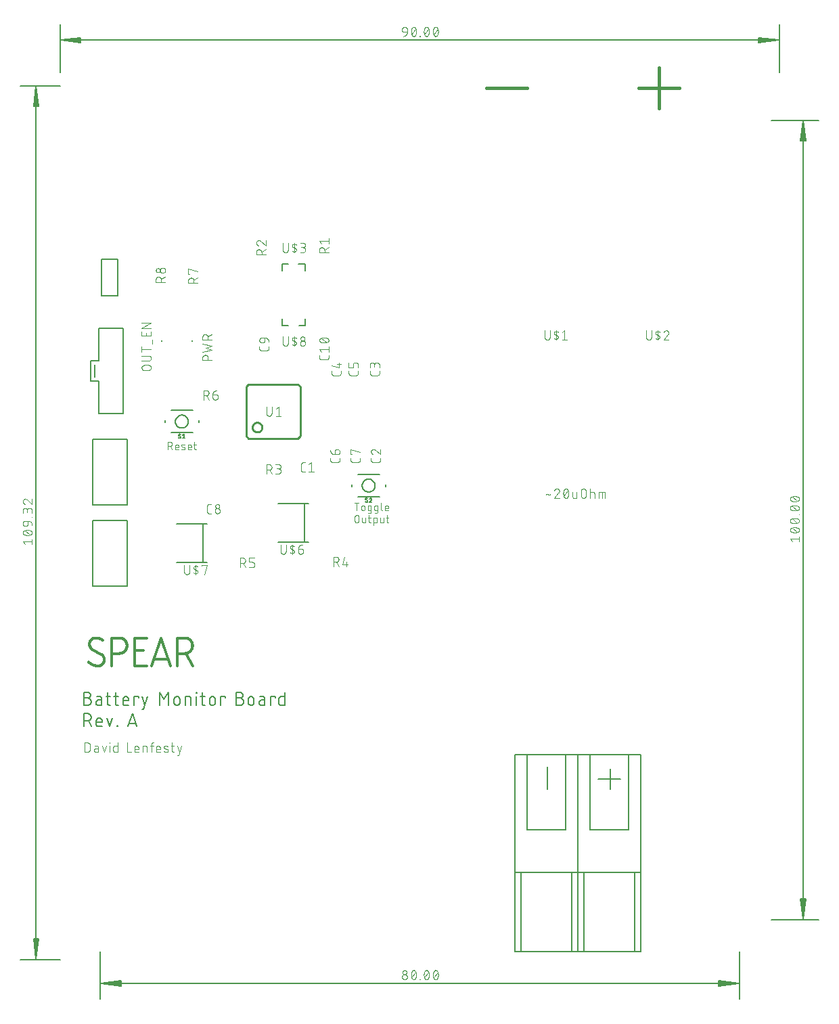
<source format=gbr>
G04 EAGLE Gerber X2 export*
%TF.Part,Single*%
%TF.FileFunction,Legend,Top,1*%
%TF.FilePolarity,Positive*%
%TF.GenerationSoftware,Autodesk,EAGLE,9.1.3*%
%TF.CreationDate,2018-11-23T23:54:25Z*%
G75*
%MOMM*%
%FSLAX34Y34*%
%LPD*%
%AMOC8*
5,1,8,0,0,1.08239X$1,22.5*%
G01*
%ADD10C,0.304800*%
%ADD11C,0.152400*%
%ADD12C,0.101600*%
%ADD13C,0.076200*%
%ADD14C,0.130000*%
%ADD15C,0.127000*%
%ADD16R,0.200000X0.200000*%
%ADD17C,0.406400*%
%ADD18C,0.203200*%
%ADD19C,0.254000*%


D10*
X47498Y367284D02*
X47686Y367286D01*
X47874Y367293D01*
X48062Y367304D01*
X48250Y367320D01*
X48437Y367341D01*
X48623Y367366D01*
X48809Y367395D01*
X48994Y367429D01*
X49179Y367468D01*
X49362Y367510D01*
X49544Y367558D01*
X49725Y367609D01*
X49905Y367665D01*
X50083Y367726D01*
X50260Y367790D01*
X50435Y367859D01*
X50609Y367932D01*
X50780Y368009D01*
X50950Y368091D01*
X51118Y368176D01*
X51283Y368266D01*
X51447Y368359D01*
X51608Y368456D01*
X51766Y368558D01*
X51923Y368663D01*
X52076Y368772D01*
X52227Y368884D01*
X52375Y369000D01*
X52521Y369120D01*
X52663Y369243D01*
X52802Y369369D01*
X52939Y369499D01*
X53072Y369632D01*
X53202Y369769D01*
X53328Y369908D01*
X53451Y370050D01*
X53571Y370196D01*
X53687Y370344D01*
X53799Y370495D01*
X53908Y370648D01*
X54013Y370805D01*
X54115Y370963D01*
X54212Y371124D01*
X54305Y371288D01*
X54395Y371453D01*
X54480Y371621D01*
X54562Y371791D01*
X54639Y371962D01*
X54712Y372136D01*
X54781Y372311D01*
X54845Y372488D01*
X54906Y372666D01*
X54962Y372846D01*
X55013Y373027D01*
X55061Y373209D01*
X55103Y373392D01*
X55142Y373577D01*
X55176Y373762D01*
X55205Y373948D01*
X55230Y374134D01*
X55251Y374321D01*
X55267Y374509D01*
X55278Y374697D01*
X55285Y374885D01*
X55287Y375073D01*
X47498Y367284D02*
X47104Y367289D01*
X46711Y367303D01*
X46318Y367326D01*
X45926Y367359D01*
X45534Y367402D01*
X45144Y367453D01*
X44755Y367514D01*
X44367Y367585D01*
X43982Y367664D01*
X43598Y367753D01*
X43217Y367851D01*
X42838Y367958D01*
X42462Y368074D01*
X42089Y368199D01*
X41718Y368332D01*
X41351Y368475D01*
X40988Y368627D01*
X40628Y368787D01*
X40272Y368955D01*
X39921Y369132D01*
X39574Y369318D01*
X39231Y369512D01*
X38893Y369713D01*
X38560Y369923D01*
X38232Y370141D01*
X37909Y370367D01*
X37592Y370600D01*
X37280Y370841D01*
X36975Y371089D01*
X36675Y371344D01*
X36382Y371607D01*
X36095Y371876D01*
X35814Y372152D01*
X36788Y394547D02*
X36790Y394735D01*
X36797Y394923D01*
X36808Y395111D01*
X36824Y395299D01*
X36845Y395486D01*
X36870Y395672D01*
X36899Y395858D01*
X36933Y396043D01*
X36972Y396228D01*
X37014Y396411D01*
X37062Y396593D01*
X37113Y396774D01*
X37169Y396954D01*
X37230Y397132D01*
X37294Y397309D01*
X37363Y397484D01*
X37436Y397658D01*
X37513Y397829D01*
X37595Y397999D01*
X37680Y398167D01*
X37770Y398332D01*
X37863Y398496D01*
X37961Y398657D01*
X38062Y398815D01*
X38167Y398972D01*
X38276Y399125D01*
X38388Y399276D01*
X38504Y399424D01*
X38624Y399570D01*
X38747Y399712D01*
X38873Y399851D01*
X39003Y399988D01*
X39136Y400121D01*
X39273Y400251D01*
X39412Y400377D01*
X39554Y400500D01*
X39700Y400620D01*
X39848Y400736D01*
X39999Y400848D01*
X40152Y400957D01*
X40309Y401062D01*
X40467Y401164D01*
X40628Y401261D01*
X40792Y401354D01*
X40957Y401444D01*
X41125Y401529D01*
X41295Y401611D01*
X41466Y401688D01*
X41640Y401761D01*
X41815Y401830D01*
X41992Y401894D01*
X42170Y401955D01*
X42350Y402011D01*
X42531Y402062D01*
X42713Y402110D01*
X42896Y402153D01*
X43081Y402191D01*
X43266Y402225D01*
X43452Y402254D01*
X43638Y402279D01*
X43825Y402300D01*
X44013Y402316D01*
X44201Y402327D01*
X44389Y402334D01*
X44577Y402336D01*
X44925Y402332D01*
X45273Y402319D01*
X45620Y402299D01*
X45967Y402270D01*
X46313Y402232D01*
X46658Y402187D01*
X47002Y402133D01*
X47345Y402071D01*
X47686Y402001D01*
X48025Y401923D01*
X48362Y401837D01*
X48697Y401743D01*
X49030Y401641D01*
X49360Y401531D01*
X49688Y401413D01*
X50012Y401287D01*
X50334Y401154D01*
X50652Y401013D01*
X50967Y400864D01*
X51278Y400708D01*
X51585Y400545D01*
X51889Y400374D01*
X52188Y400196D01*
X52483Y400011D01*
X52773Y399819D01*
X53059Y399621D01*
X53340Y399415D01*
X40683Y387731D02*
X40519Y387830D01*
X40358Y387933D01*
X40200Y388040D01*
X40044Y388150D01*
X39891Y388265D01*
X39741Y388383D01*
X39593Y388504D01*
X39449Y388629D01*
X39308Y388758D01*
X39169Y388890D01*
X39034Y389025D01*
X38903Y389163D01*
X38774Y389305D01*
X38650Y389449D01*
X38528Y389597D01*
X38411Y389747D01*
X38296Y389900D01*
X38186Y390056D01*
X38080Y390215D01*
X37977Y390376D01*
X37878Y390539D01*
X37783Y390705D01*
X37693Y390873D01*
X37606Y391044D01*
X37524Y391216D01*
X37445Y391390D01*
X37371Y391566D01*
X37301Y391744D01*
X37236Y391923D01*
X37175Y392104D01*
X37118Y392287D01*
X37065Y392470D01*
X37018Y392655D01*
X36974Y392841D01*
X36935Y393028D01*
X36901Y393216D01*
X36871Y393405D01*
X36846Y393594D01*
X36825Y393784D01*
X36809Y393974D01*
X36797Y394165D01*
X36790Y394356D01*
X36788Y394547D01*
X51392Y381889D02*
X51556Y381790D01*
X51717Y381687D01*
X51875Y381580D01*
X52031Y381470D01*
X52184Y381355D01*
X52334Y381237D01*
X52482Y381116D01*
X52626Y380991D01*
X52767Y380862D01*
X52906Y380730D01*
X53041Y380595D01*
X53172Y380457D01*
X53301Y380315D01*
X53425Y380171D01*
X53547Y380023D01*
X53664Y379873D01*
X53779Y379720D01*
X53889Y379564D01*
X53995Y379405D01*
X54098Y379244D01*
X54197Y379081D01*
X54292Y378915D01*
X54382Y378747D01*
X54469Y378576D01*
X54551Y378404D01*
X54630Y378230D01*
X54704Y378054D01*
X54774Y377876D01*
X54839Y377697D01*
X54900Y377516D01*
X54957Y377333D01*
X55010Y377150D01*
X55057Y376965D01*
X55101Y376779D01*
X55140Y376592D01*
X55174Y376404D01*
X55204Y376215D01*
X55229Y376026D01*
X55250Y375836D01*
X55266Y375646D01*
X55278Y375455D01*
X55285Y375264D01*
X55287Y375073D01*
X51393Y381889D02*
X40682Y387731D01*
X64318Y402336D02*
X64318Y367284D01*
X64318Y402336D02*
X74055Y402336D01*
X74292Y402333D01*
X74529Y402324D01*
X74766Y402310D01*
X75002Y402290D01*
X75238Y402264D01*
X75473Y402232D01*
X75707Y402195D01*
X75940Y402152D01*
X76172Y402103D01*
X76403Y402049D01*
X76632Y401989D01*
X76860Y401923D01*
X77086Y401852D01*
X77311Y401776D01*
X77533Y401694D01*
X77754Y401606D01*
X77972Y401513D01*
X78188Y401415D01*
X78401Y401312D01*
X78612Y401204D01*
X78820Y401090D01*
X79026Y400972D01*
X79228Y400848D01*
X79428Y400720D01*
X79624Y400586D01*
X79817Y400448D01*
X80006Y400306D01*
X80192Y400159D01*
X80374Y400007D01*
X80553Y399851D01*
X80727Y399690D01*
X80898Y399526D01*
X81065Y399357D01*
X81227Y399185D01*
X81385Y399008D01*
X81539Y398827D01*
X81689Y398643D01*
X81834Y398456D01*
X81974Y398265D01*
X82110Y398070D01*
X82240Y397872D01*
X82366Y397671D01*
X82487Y397468D01*
X82604Y397261D01*
X82715Y397051D01*
X82820Y396839D01*
X82921Y396624D01*
X83016Y396407D01*
X83106Y396188D01*
X83191Y395966D01*
X83270Y395743D01*
X83344Y395518D01*
X83413Y395290D01*
X83475Y395062D01*
X83533Y394832D01*
X83584Y394600D01*
X83630Y394368D01*
X83670Y394134D01*
X83705Y393899D01*
X83734Y393664D01*
X83757Y393428D01*
X83774Y393191D01*
X83786Y392955D01*
X83791Y392718D01*
X83791Y392480D01*
X83786Y392243D01*
X83774Y392007D01*
X83757Y391770D01*
X83734Y391534D01*
X83705Y391299D01*
X83670Y391064D01*
X83630Y390830D01*
X83584Y390598D01*
X83533Y390366D01*
X83475Y390136D01*
X83413Y389908D01*
X83344Y389680D01*
X83270Y389455D01*
X83191Y389232D01*
X83106Y389010D01*
X83016Y388791D01*
X82921Y388574D01*
X82820Y388359D01*
X82715Y388147D01*
X82604Y387937D01*
X82487Y387731D01*
X82366Y387527D01*
X82240Y387326D01*
X82110Y387128D01*
X81974Y386933D01*
X81834Y386742D01*
X81689Y386555D01*
X81539Y386371D01*
X81385Y386190D01*
X81227Y386013D01*
X81065Y385841D01*
X80898Y385672D01*
X80727Y385508D01*
X80553Y385347D01*
X80374Y385191D01*
X80192Y385039D01*
X80006Y384892D01*
X79817Y384750D01*
X79624Y384612D01*
X79428Y384478D01*
X79228Y384350D01*
X79026Y384226D01*
X78820Y384108D01*
X78612Y383994D01*
X78401Y383886D01*
X78188Y383783D01*
X77972Y383685D01*
X77754Y383592D01*
X77533Y383504D01*
X77311Y383422D01*
X77086Y383346D01*
X76860Y383275D01*
X76632Y383209D01*
X76403Y383149D01*
X76172Y383095D01*
X75940Y383046D01*
X75707Y383003D01*
X75473Y382966D01*
X75238Y382934D01*
X75002Y382908D01*
X74766Y382888D01*
X74529Y382874D01*
X74292Y382865D01*
X74055Y382862D01*
X74055Y382863D02*
X64318Y382863D01*
X92950Y367284D02*
X108529Y367284D01*
X92950Y367284D02*
X92950Y402336D01*
X108529Y402336D01*
X104634Y386757D02*
X92950Y386757D01*
X114829Y367284D02*
X126513Y402336D01*
X138197Y367284D01*
X135276Y376047D02*
X117750Y376047D01*
X146274Y367284D02*
X146274Y402336D01*
X156010Y402336D01*
X156247Y402333D01*
X156484Y402324D01*
X156721Y402310D01*
X156957Y402290D01*
X157193Y402264D01*
X157428Y402232D01*
X157662Y402195D01*
X157895Y402152D01*
X158127Y402103D01*
X158358Y402049D01*
X158587Y401989D01*
X158815Y401923D01*
X159041Y401852D01*
X159266Y401776D01*
X159488Y401694D01*
X159709Y401606D01*
X159927Y401513D01*
X160143Y401415D01*
X160356Y401312D01*
X160567Y401204D01*
X160775Y401090D01*
X160981Y400972D01*
X161183Y400848D01*
X161383Y400720D01*
X161579Y400586D01*
X161772Y400448D01*
X161961Y400306D01*
X162147Y400159D01*
X162329Y400007D01*
X162508Y399851D01*
X162682Y399690D01*
X162853Y399526D01*
X163020Y399357D01*
X163182Y399185D01*
X163340Y399008D01*
X163494Y398827D01*
X163644Y398643D01*
X163789Y398456D01*
X163929Y398265D01*
X164065Y398070D01*
X164195Y397872D01*
X164321Y397671D01*
X164442Y397468D01*
X164559Y397261D01*
X164670Y397051D01*
X164775Y396839D01*
X164876Y396624D01*
X164971Y396407D01*
X165061Y396188D01*
X165146Y395966D01*
X165225Y395743D01*
X165299Y395518D01*
X165368Y395290D01*
X165430Y395062D01*
X165488Y394832D01*
X165539Y394600D01*
X165585Y394368D01*
X165625Y394134D01*
X165660Y393899D01*
X165689Y393664D01*
X165712Y393428D01*
X165729Y393191D01*
X165741Y392955D01*
X165746Y392718D01*
X165746Y392480D01*
X165741Y392243D01*
X165729Y392007D01*
X165712Y391770D01*
X165689Y391534D01*
X165660Y391299D01*
X165625Y391064D01*
X165585Y390830D01*
X165539Y390598D01*
X165488Y390366D01*
X165430Y390136D01*
X165368Y389908D01*
X165299Y389680D01*
X165225Y389455D01*
X165146Y389232D01*
X165061Y389010D01*
X164971Y388791D01*
X164876Y388574D01*
X164775Y388359D01*
X164670Y388147D01*
X164559Y387937D01*
X164442Y387731D01*
X164321Y387527D01*
X164195Y387326D01*
X164065Y387128D01*
X163929Y386933D01*
X163789Y386742D01*
X163644Y386555D01*
X163494Y386371D01*
X163340Y386190D01*
X163182Y386013D01*
X163020Y385841D01*
X162853Y385672D01*
X162682Y385508D01*
X162508Y385347D01*
X162329Y385191D01*
X162147Y385039D01*
X161961Y384892D01*
X161772Y384750D01*
X161579Y384612D01*
X161383Y384478D01*
X161183Y384350D01*
X160981Y384226D01*
X160775Y384108D01*
X160567Y383994D01*
X160356Y383886D01*
X160143Y383783D01*
X159927Y383685D01*
X159709Y383592D01*
X159488Y383504D01*
X159266Y383422D01*
X159041Y383346D01*
X158815Y383275D01*
X158587Y383209D01*
X158358Y383149D01*
X158127Y383095D01*
X157895Y383046D01*
X157662Y383003D01*
X157428Y382966D01*
X157193Y382934D01*
X156957Y382908D01*
X156721Y382888D01*
X156484Y382874D01*
X156247Y382865D01*
X156010Y382862D01*
X156010Y382863D02*
X146274Y382863D01*
X157958Y382863D02*
X165747Y367284D01*
D11*
X34488Y327293D02*
X29972Y327293D01*
X34488Y327294D02*
X34621Y327292D01*
X34753Y327286D01*
X34885Y327276D01*
X35017Y327263D01*
X35149Y327245D01*
X35279Y327224D01*
X35410Y327199D01*
X35539Y327170D01*
X35667Y327137D01*
X35795Y327101D01*
X35921Y327061D01*
X36046Y327017D01*
X36170Y326969D01*
X36292Y326918D01*
X36413Y326863D01*
X36532Y326805D01*
X36650Y326743D01*
X36765Y326678D01*
X36879Y326609D01*
X36990Y326538D01*
X37099Y326462D01*
X37206Y326384D01*
X37311Y326303D01*
X37413Y326218D01*
X37513Y326131D01*
X37610Y326041D01*
X37705Y325948D01*
X37796Y325852D01*
X37885Y325754D01*
X37971Y325653D01*
X38054Y325549D01*
X38134Y325443D01*
X38210Y325335D01*
X38284Y325225D01*
X38354Y325112D01*
X38421Y324998D01*
X38484Y324881D01*
X38544Y324763D01*
X38601Y324643D01*
X38654Y324521D01*
X38703Y324398D01*
X38749Y324274D01*
X38791Y324148D01*
X38829Y324021D01*
X38864Y323893D01*
X38895Y323764D01*
X38922Y323635D01*
X38945Y323504D01*
X38965Y323373D01*
X38980Y323241D01*
X38992Y323109D01*
X39000Y322977D01*
X39004Y322844D01*
X39004Y322712D01*
X39000Y322579D01*
X38992Y322447D01*
X38980Y322315D01*
X38965Y322183D01*
X38945Y322052D01*
X38922Y321921D01*
X38895Y321792D01*
X38864Y321663D01*
X38829Y321535D01*
X38791Y321408D01*
X38749Y321282D01*
X38703Y321158D01*
X38654Y321035D01*
X38601Y320913D01*
X38544Y320793D01*
X38484Y320675D01*
X38421Y320558D01*
X38354Y320444D01*
X38284Y320331D01*
X38210Y320221D01*
X38134Y320113D01*
X38054Y320007D01*
X37971Y319903D01*
X37885Y319802D01*
X37796Y319704D01*
X37705Y319608D01*
X37610Y319515D01*
X37513Y319425D01*
X37413Y319338D01*
X37311Y319253D01*
X37206Y319172D01*
X37099Y319094D01*
X36990Y319018D01*
X36879Y318947D01*
X36765Y318878D01*
X36650Y318813D01*
X36532Y318751D01*
X36413Y318693D01*
X36292Y318638D01*
X36170Y318587D01*
X36046Y318539D01*
X35921Y318495D01*
X35795Y318455D01*
X35667Y318419D01*
X35539Y318386D01*
X35410Y318357D01*
X35279Y318332D01*
X35149Y318311D01*
X35017Y318293D01*
X34885Y318280D01*
X34753Y318270D01*
X34621Y318264D01*
X34488Y318262D01*
X29972Y318262D01*
X29972Y334518D01*
X34488Y334518D01*
X34607Y334516D01*
X34727Y334510D01*
X34846Y334500D01*
X34964Y334486D01*
X35083Y334469D01*
X35200Y334447D01*
X35317Y334422D01*
X35432Y334392D01*
X35547Y334359D01*
X35661Y334322D01*
X35773Y334282D01*
X35884Y334237D01*
X35993Y334189D01*
X36101Y334138D01*
X36207Y334083D01*
X36311Y334024D01*
X36413Y333962D01*
X36513Y333897D01*
X36611Y333828D01*
X36707Y333756D01*
X36800Y333681D01*
X36890Y333604D01*
X36978Y333523D01*
X37063Y333439D01*
X37145Y333352D01*
X37225Y333263D01*
X37301Y333171D01*
X37375Y333077D01*
X37445Y332980D01*
X37512Y332882D01*
X37576Y332781D01*
X37636Y332677D01*
X37693Y332572D01*
X37746Y332465D01*
X37796Y332357D01*
X37842Y332247D01*
X37884Y332135D01*
X37923Y332022D01*
X37958Y331908D01*
X37989Y331793D01*
X38017Y331676D01*
X38040Y331559D01*
X38060Y331442D01*
X38076Y331323D01*
X38088Y331204D01*
X38096Y331085D01*
X38100Y330966D01*
X38100Y330846D01*
X38096Y330727D01*
X38088Y330608D01*
X38076Y330489D01*
X38060Y330370D01*
X38040Y330253D01*
X38017Y330136D01*
X37989Y330019D01*
X37958Y329904D01*
X37923Y329790D01*
X37884Y329677D01*
X37842Y329565D01*
X37796Y329455D01*
X37746Y329347D01*
X37693Y329240D01*
X37636Y329135D01*
X37576Y329031D01*
X37512Y328930D01*
X37445Y328832D01*
X37375Y328735D01*
X37301Y328641D01*
X37225Y328549D01*
X37145Y328460D01*
X37063Y328373D01*
X36978Y328289D01*
X36890Y328208D01*
X36800Y328131D01*
X36707Y328056D01*
X36611Y327984D01*
X36513Y327915D01*
X36413Y327850D01*
X36311Y327788D01*
X36207Y327729D01*
X36101Y327674D01*
X35993Y327623D01*
X35884Y327575D01*
X35773Y327530D01*
X35661Y327490D01*
X35547Y327453D01*
X35432Y327420D01*
X35317Y327390D01*
X35200Y327365D01*
X35083Y327343D01*
X34964Y327326D01*
X34846Y327312D01*
X34727Y327302D01*
X34607Y327296D01*
X34488Y327294D01*
X47820Y324584D02*
X51884Y324584D01*
X47820Y324584D02*
X47708Y324582D01*
X47597Y324576D01*
X47486Y324566D01*
X47375Y324553D01*
X47265Y324535D01*
X47156Y324513D01*
X47047Y324488D01*
X46939Y324459D01*
X46833Y324426D01*
X46727Y324389D01*
X46623Y324349D01*
X46521Y324305D01*
X46420Y324257D01*
X46321Y324206D01*
X46223Y324151D01*
X46128Y324093D01*
X46035Y324032D01*
X45944Y323967D01*
X45855Y323899D01*
X45769Y323828D01*
X45686Y323755D01*
X45605Y323678D01*
X45526Y323598D01*
X45451Y323516D01*
X45379Y323431D01*
X45309Y323344D01*
X45243Y323254D01*
X45180Y323162D01*
X45120Y323067D01*
X45064Y322971D01*
X45011Y322873D01*
X44962Y322773D01*
X44916Y322671D01*
X44874Y322568D01*
X44835Y322463D01*
X44800Y322357D01*
X44769Y322250D01*
X44742Y322142D01*
X44718Y322033D01*
X44699Y321923D01*
X44683Y321813D01*
X44671Y321702D01*
X44663Y321590D01*
X44659Y321479D01*
X44659Y321367D01*
X44663Y321256D01*
X44671Y321144D01*
X44683Y321033D01*
X44699Y320923D01*
X44718Y320813D01*
X44742Y320704D01*
X44769Y320596D01*
X44800Y320489D01*
X44835Y320383D01*
X44874Y320278D01*
X44916Y320175D01*
X44962Y320073D01*
X45011Y319973D01*
X45064Y319875D01*
X45120Y319779D01*
X45180Y319684D01*
X45243Y319592D01*
X45309Y319502D01*
X45379Y319415D01*
X45451Y319330D01*
X45526Y319248D01*
X45605Y319168D01*
X45686Y319091D01*
X45769Y319018D01*
X45855Y318947D01*
X45944Y318879D01*
X46035Y318814D01*
X46128Y318753D01*
X46223Y318695D01*
X46321Y318640D01*
X46420Y318589D01*
X46521Y318541D01*
X46623Y318497D01*
X46727Y318457D01*
X46833Y318420D01*
X46939Y318387D01*
X47047Y318358D01*
X47156Y318333D01*
X47265Y318311D01*
X47375Y318293D01*
X47486Y318280D01*
X47597Y318270D01*
X47708Y318264D01*
X47820Y318262D01*
X51884Y318262D01*
X51884Y326390D01*
X51882Y326491D01*
X51876Y326592D01*
X51867Y326693D01*
X51854Y326794D01*
X51837Y326894D01*
X51816Y326993D01*
X51792Y327091D01*
X51764Y327188D01*
X51732Y327285D01*
X51697Y327380D01*
X51658Y327473D01*
X51616Y327565D01*
X51570Y327656D01*
X51521Y327745D01*
X51469Y327831D01*
X51413Y327916D01*
X51355Y327999D01*
X51293Y328079D01*
X51228Y328157D01*
X51161Y328233D01*
X51091Y328306D01*
X51018Y328376D01*
X50942Y328443D01*
X50864Y328508D01*
X50784Y328570D01*
X50701Y328628D01*
X50616Y328684D01*
X50530Y328736D01*
X50441Y328785D01*
X50350Y328831D01*
X50258Y328873D01*
X50165Y328912D01*
X50070Y328947D01*
X49973Y328979D01*
X49876Y329007D01*
X49778Y329031D01*
X49679Y329052D01*
X49579Y329069D01*
X49478Y329082D01*
X49377Y329091D01*
X49276Y329097D01*
X49175Y329099D01*
X45562Y329099D01*
X57503Y329099D02*
X62922Y329099D01*
X59309Y334518D02*
X59309Y320971D01*
X59310Y320971D02*
X59312Y320870D01*
X59318Y320769D01*
X59327Y320668D01*
X59340Y320567D01*
X59357Y320467D01*
X59378Y320368D01*
X59402Y320270D01*
X59430Y320173D01*
X59462Y320076D01*
X59497Y319981D01*
X59536Y319888D01*
X59578Y319796D01*
X59624Y319705D01*
X59673Y319617D01*
X59725Y319530D01*
X59781Y319445D01*
X59839Y319362D01*
X59901Y319282D01*
X59966Y319204D01*
X60033Y319128D01*
X60103Y319055D01*
X60176Y318985D01*
X60252Y318918D01*
X60330Y318853D01*
X60410Y318791D01*
X60493Y318733D01*
X60578Y318677D01*
X60665Y318625D01*
X60753Y318576D01*
X60844Y318530D01*
X60936Y318488D01*
X61029Y318449D01*
X61124Y318414D01*
X61221Y318382D01*
X61318Y318354D01*
X61416Y318330D01*
X61515Y318309D01*
X61615Y318292D01*
X61716Y318279D01*
X61817Y318270D01*
X61918Y318264D01*
X62019Y318262D01*
X62922Y318262D01*
X67403Y329099D02*
X72821Y329099D01*
X69209Y334518D02*
X69209Y320971D01*
X69211Y320870D01*
X69217Y320769D01*
X69226Y320668D01*
X69239Y320567D01*
X69256Y320467D01*
X69277Y320368D01*
X69301Y320270D01*
X69329Y320173D01*
X69361Y320076D01*
X69396Y319981D01*
X69435Y319888D01*
X69477Y319796D01*
X69523Y319705D01*
X69572Y319617D01*
X69624Y319530D01*
X69680Y319445D01*
X69738Y319362D01*
X69800Y319282D01*
X69865Y319204D01*
X69932Y319128D01*
X70002Y319055D01*
X70075Y318985D01*
X70151Y318918D01*
X70229Y318853D01*
X70309Y318791D01*
X70392Y318733D01*
X70477Y318677D01*
X70564Y318625D01*
X70652Y318576D01*
X70743Y318530D01*
X70835Y318488D01*
X70928Y318449D01*
X71023Y318414D01*
X71120Y318382D01*
X71217Y318354D01*
X71315Y318330D01*
X71414Y318309D01*
X71514Y318292D01*
X71615Y318279D01*
X71716Y318270D01*
X71817Y318264D01*
X71918Y318262D01*
X72821Y318262D01*
X81309Y318262D02*
X85825Y318262D01*
X81309Y318262D02*
X81208Y318264D01*
X81107Y318270D01*
X81006Y318279D01*
X80905Y318292D01*
X80805Y318309D01*
X80706Y318330D01*
X80608Y318354D01*
X80511Y318382D01*
X80414Y318414D01*
X80319Y318449D01*
X80226Y318488D01*
X80134Y318530D01*
X80043Y318576D01*
X79955Y318625D01*
X79868Y318677D01*
X79783Y318733D01*
X79700Y318791D01*
X79620Y318853D01*
X79542Y318918D01*
X79466Y318985D01*
X79393Y319055D01*
X79323Y319128D01*
X79256Y319204D01*
X79191Y319282D01*
X79129Y319362D01*
X79071Y319445D01*
X79015Y319530D01*
X78963Y319617D01*
X78914Y319705D01*
X78868Y319796D01*
X78826Y319888D01*
X78787Y319981D01*
X78752Y320076D01*
X78720Y320173D01*
X78692Y320270D01*
X78668Y320368D01*
X78647Y320467D01*
X78630Y320567D01*
X78617Y320668D01*
X78608Y320769D01*
X78602Y320870D01*
X78600Y320971D01*
X78600Y325487D01*
X78602Y325606D01*
X78608Y325726D01*
X78618Y325845D01*
X78632Y325963D01*
X78649Y326082D01*
X78671Y326199D01*
X78696Y326316D01*
X78726Y326431D01*
X78759Y326546D01*
X78796Y326660D01*
X78836Y326772D01*
X78881Y326883D01*
X78929Y326992D01*
X78980Y327100D01*
X79035Y327206D01*
X79094Y327310D01*
X79156Y327412D01*
X79221Y327512D01*
X79290Y327610D01*
X79362Y327706D01*
X79437Y327799D01*
X79514Y327889D01*
X79595Y327977D01*
X79679Y328062D01*
X79766Y328144D01*
X79855Y328224D01*
X79947Y328300D01*
X80041Y328374D01*
X80138Y328444D01*
X80236Y328511D01*
X80337Y328575D01*
X80441Y328635D01*
X80546Y328692D01*
X80653Y328745D01*
X80761Y328795D01*
X80871Y328841D01*
X80983Y328883D01*
X81096Y328922D01*
X81210Y328957D01*
X81325Y328988D01*
X81442Y329016D01*
X81559Y329039D01*
X81676Y329059D01*
X81795Y329075D01*
X81914Y329087D01*
X82033Y329095D01*
X82152Y329099D01*
X82272Y329099D01*
X82391Y329095D01*
X82510Y329087D01*
X82629Y329075D01*
X82748Y329059D01*
X82865Y329039D01*
X82982Y329016D01*
X83099Y328988D01*
X83214Y328957D01*
X83328Y328922D01*
X83441Y328883D01*
X83553Y328841D01*
X83663Y328795D01*
X83771Y328745D01*
X83878Y328692D01*
X83983Y328635D01*
X84087Y328575D01*
X84188Y328511D01*
X84286Y328444D01*
X84383Y328374D01*
X84477Y328300D01*
X84569Y328224D01*
X84658Y328144D01*
X84745Y328062D01*
X84829Y327977D01*
X84910Y327889D01*
X84987Y327799D01*
X85062Y327706D01*
X85134Y327610D01*
X85203Y327512D01*
X85268Y327412D01*
X85330Y327310D01*
X85389Y327206D01*
X85444Y327100D01*
X85495Y326992D01*
X85543Y326883D01*
X85588Y326772D01*
X85628Y326660D01*
X85665Y326546D01*
X85698Y326431D01*
X85728Y326316D01*
X85753Y326199D01*
X85775Y326082D01*
X85792Y325963D01*
X85806Y325845D01*
X85816Y325726D01*
X85822Y325606D01*
X85824Y325487D01*
X85825Y325487D02*
X85825Y323681D01*
X78600Y323681D01*
X92753Y318262D02*
X92753Y329099D01*
X98171Y329099D01*
X98171Y327293D01*
X102568Y312843D02*
X104374Y312843D01*
X109793Y329099D01*
X102568Y329099D02*
X106180Y318262D01*
X124729Y318262D02*
X124729Y334518D01*
X130148Y325487D01*
X135567Y334518D01*
X135567Y318262D01*
X142688Y321874D02*
X142688Y325487D01*
X142690Y325606D01*
X142696Y325726D01*
X142706Y325845D01*
X142720Y325963D01*
X142737Y326082D01*
X142759Y326199D01*
X142784Y326316D01*
X142814Y326431D01*
X142847Y326546D01*
X142884Y326660D01*
X142924Y326772D01*
X142969Y326883D01*
X143017Y326992D01*
X143068Y327100D01*
X143123Y327206D01*
X143182Y327310D01*
X143244Y327412D01*
X143309Y327512D01*
X143378Y327610D01*
X143450Y327706D01*
X143525Y327799D01*
X143602Y327889D01*
X143683Y327977D01*
X143767Y328062D01*
X143854Y328144D01*
X143943Y328224D01*
X144035Y328300D01*
X144129Y328374D01*
X144226Y328444D01*
X144324Y328511D01*
X144425Y328575D01*
X144529Y328635D01*
X144634Y328692D01*
X144741Y328745D01*
X144849Y328795D01*
X144959Y328841D01*
X145071Y328883D01*
X145184Y328922D01*
X145298Y328957D01*
X145413Y328988D01*
X145530Y329016D01*
X145647Y329039D01*
X145764Y329059D01*
X145883Y329075D01*
X146002Y329087D01*
X146121Y329095D01*
X146240Y329099D01*
X146360Y329099D01*
X146479Y329095D01*
X146598Y329087D01*
X146717Y329075D01*
X146836Y329059D01*
X146953Y329039D01*
X147070Y329016D01*
X147187Y328988D01*
X147302Y328957D01*
X147416Y328922D01*
X147529Y328883D01*
X147641Y328841D01*
X147751Y328795D01*
X147859Y328745D01*
X147966Y328692D01*
X148071Y328635D01*
X148175Y328575D01*
X148276Y328511D01*
X148374Y328444D01*
X148471Y328374D01*
X148565Y328300D01*
X148657Y328224D01*
X148746Y328144D01*
X148833Y328062D01*
X148917Y327977D01*
X148998Y327889D01*
X149075Y327799D01*
X149150Y327706D01*
X149222Y327610D01*
X149291Y327512D01*
X149356Y327412D01*
X149418Y327310D01*
X149477Y327206D01*
X149532Y327100D01*
X149583Y326992D01*
X149631Y326883D01*
X149676Y326772D01*
X149716Y326660D01*
X149753Y326546D01*
X149786Y326431D01*
X149816Y326316D01*
X149841Y326199D01*
X149863Y326082D01*
X149880Y325963D01*
X149894Y325845D01*
X149904Y325726D01*
X149910Y325606D01*
X149912Y325487D01*
X149913Y325487D02*
X149913Y321874D01*
X149912Y321874D02*
X149910Y321755D01*
X149904Y321635D01*
X149894Y321516D01*
X149880Y321398D01*
X149863Y321279D01*
X149841Y321162D01*
X149816Y321045D01*
X149786Y320930D01*
X149753Y320815D01*
X149716Y320701D01*
X149676Y320589D01*
X149631Y320478D01*
X149583Y320369D01*
X149532Y320261D01*
X149477Y320155D01*
X149418Y320051D01*
X149356Y319949D01*
X149291Y319849D01*
X149222Y319751D01*
X149150Y319655D01*
X149075Y319562D01*
X148998Y319472D01*
X148917Y319384D01*
X148833Y319299D01*
X148746Y319217D01*
X148657Y319137D01*
X148565Y319061D01*
X148471Y318987D01*
X148374Y318917D01*
X148276Y318850D01*
X148175Y318786D01*
X148071Y318726D01*
X147966Y318669D01*
X147859Y318616D01*
X147751Y318566D01*
X147641Y318520D01*
X147529Y318478D01*
X147416Y318439D01*
X147302Y318404D01*
X147187Y318373D01*
X147070Y318345D01*
X146953Y318322D01*
X146836Y318302D01*
X146717Y318286D01*
X146598Y318274D01*
X146479Y318266D01*
X146360Y318262D01*
X146240Y318262D01*
X146121Y318266D01*
X146002Y318274D01*
X145883Y318286D01*
X145764Y318302D01*
X145647Y318322D01*
X145530Y318345D01*
X145413Y318373D01*
X145298Y318404D01*
X145184Y318439D01*
X145071Y318478D01*
X144959Y318520D01*
X144849Y318566D01*
X144741Y318616D01*
X144634Y318669D01*
X144529Y318726D01*
X144425Y318786D01*
X144324Y318850D01*
X144226Y318917D01*
X144129Y318987D01*
X144035Y319061D01*
X143943Y319137D01*
X143854Y319217D01*
X143767Y319299D01*
X143683Y319384D01*
X143602Y319472D01*
X143525Y319562D01*
X143450Y319655D01*
X143378Y319751D01*
X143309Y319849D01*
X143244Y319949D01*
X143182Y320051D01*
X143123Y320155D01*
X143068Y320261D01*
X143017Y320369D01*
X142969Y320478D01*
X142924Y320589D01*
X142884Y320701D01*
X142847Y320815D01*
X142814Y320930D01*
X142784Y321045D01*
X142759Y321162D01*
X142737Y321279D01*
X142720Y321398D01*
X142706Y321516D01*
X142696Y321635D01*
X142690Y321755D01*
X142688Y321874D01*
X156756Y318262D02*
X156756Y329099D01*
X161271Y329099D01*
X161375Y329097D01*
X161478Y329091D01*
X161582Y329081D01*
X161685Y329067D01*
X161787Y329049D01*
X161888Y329028D01*
X161989Y329002D01*
X162088Y328973D01*
X162187Y328940D01*
X162284Y328903D01*
X162379Y328862D01*
X162473Y328818D01*
X162565Y328770D01*
X162655Y328719D01*
X162744Y328664D01*
X162830Y328606D01*
X162913Y328544D01*
X162995Y328480D01*
X163073Y328412D01*
X163149Y328342D01*
X163223Y328269D01*
X163293Y328192D01*
X163361Y328114D01*
X163425Y328032D01*
X163487Y327949D01*
X163545Y327863D01*
X163600Y327774D01*
X163651Y327684D01*
X163699Y327592D01*
X163743Y327498D01*
X163784Y327403D01*
X163821Y327306D01*
X163854Y327207D01*
X163883Y327108D01*
X163909Y327007D01*
X163930Y326906D01*
X163948Y326804D01*
X163962Y326701D01*
X163972Y326597D01*
X163978Y326494D01*
X163980Y326390D01*
X163981Y326390D02*
X163981Y318262D01*
X170789Y318262D02*
X170789Y329099D01*
X170338Y333615D02*
X170338Y334518D01*
X171241Y334518D01*
X171241Y333615D01*
X170338Y333615D01*
X175779Y329099D02*
X181198Y329099D01*
X177585Y334518D02*
X177585Y320971D01*
X177586Y320971D02*
X177588Y320870D01*
X177594Y320769D01*
X177603Y320668D01*
X177616Y320567D01*
X177633Y320467D01*
X177654Y320368D01*
X177678Y320270D01*
X177706Y320173D01*
X177738Y320076D01*
X177773Y319981D01*
X177812Y319888D01*
X177854Y319796D01*
X177900Y319705D01*
X177949Y319617D01*
X178001Y319530D01*
X178057Y319445D01*
X178115Y319362D01*
X178177Y319282D01*
X178242Y319204D01*
X178309Y319128D01*
X178379Y319055D01*
X178452Y318985D01*
X178528Y318918D01*
X178606Y318853D01*
X178686Y318791D01*
X178769Y318733D01*
X178854Y318677D01*
X178941Y318625D01*
X179029Y318576D01*
X179120Y318530D01*
X179212Y318488D01*
X179305Y318449D01*
X179400Y318414D01*
X179497Y318382D01*
X179594Y318354D01*
X179692Y318330D01*
X179791Y318309D01*
X179891Y318292D01*
X179992Y318279D01*
X180093Y318270D01*
X180194Y318264D01*
X180295Y318262D01*
X181198Y318262D01*
X186976Y321874D02*
X186976Y325487D01*
X186977Y325487D02*
X186979Y325606D01*
X186985Y325726D01*
X186995Y325845D01*
X187009Y325963D01*
X187026Y326082D01*
X187048Y326199D01*
X187073Y326316D01*
X187103Y326431D01*
X187136Y326546D01*
X187173Y326660D01*
X187213Y326772D01*
X187258Y326883D01*
X187306Y326992D01*
X187357Y327100D01*
X187412Y327206D01*
X187471Y327310D01*
X187533Y327412D01*
X187598Y327512D01*
X187667Y327610D01*
X187739Y327706D01*
X187814Y327799D01*
X187891Y327889D01*
X187972Y327977D01*
X188056Y328062D01*
X188143Y328144D01*
X188232Y328224D01*
X188324Y328300D01*
X188418Y328374D01*
X188515Y328444D01*
X188613Y328511D01*
X188714Y328575D01*
X188818Y328635D01*
X188923Y328692D01*
X189030Y328745D01*
X189138Y328795D01*
X189248Y328841D01*
X189360Y328883D01*
X189473Y328922D01*
X189587Y328957D01*
X189702Y328988D01*
X189819Y329016D01*
X189936Y329039D01*
X190053Y329059D01*
X190172Y329075D01*
X190291Y329087D01*
X190410Y329095D01*
X190529Y329099D01*
X190649Y329099D01*
X190768Y329095D01*
X190887Y329087D01*
X191006Y329075D01*
X191125Y329059D01*
X191242Y329039D01*
X191359Y329016D01*
X191476Y328988D01*
X191591Y328957D01*
X191705Y328922D01*
X191818Y328883D01*
X191930Y328841D01*
X192040Y328795D01*
X192148Y328745D01*
X192255Y328692D01*
X192360Y328635D01*
X192464Y328575D01*
X192565Y328511D01*
X192663Y328444D01*
X192760Y328374D01*
X192854Y328300D01*
X192946Y328224D01*
X193035Y328144D01*
X193122Y328062D01*
X193206Y327977D01*
X193287Y327889D01*
X193364Y327799D01*
X193439Y327706D01*
X193511Y327610D01*
X193580Y327512D01*
X193645Y327412D01*
X193707Y327310D01*
X193766Y327206D01*
X193821Y327100D01*
X193872Y326992D01*
X193920Y326883D01*
X193965Y326772D01*
X194005Y326660D01*
X194042Y326546D01*
X194075Y326431D01*
X194105Y326316D01*
X194130Y326199D01*
X194152Y326082D01*
X194169Y325963D01*
X194183Y325845D01*
X194193Y325726D01*
X194199Y325606D01*
X194201Y325487D01*
X194201Y321874D01*
X194199Y321755D01*
X194193Y321635D01*
X194183Y321516D01*
X194169Y321398D01*
X194152Y321279D01*
X194130Y321162D01*
X194105Y321045D01*
X194075Y320930D01*
X194042Y320815D01*
X194005Y320701D01*
X193965Y320589D01*
X193920Y320478D01*
X193872Y320369D01*
X193821Y320261D01*
X193766Y320155D01*
X193707Y320051D01*
X193645Y319949D01*
X193580Y319849D01*
X193511Y319751D01*
X193439Y319655D01*
X193364Y319562D01*
X193287Y319472D01*
X193206Y319384D01*
X193122Y319299D01*
X193035Y319217D01*
X192946Y319137D01*
X192854Y319061D01*
X192760Y318987D01*
X192663Y318917D01*
X192565Y318850D01*
X192464Y318786D01*
X192360Y318726D01*
X192255Y318669D01*
X192148Y318616D01*
X192040Y318566D01*
X191930Y318520D01*
X191818Y318478D01*
X191705Y318439D01*
X191591Y318404D01*
X191476Y318373D01*
X191359Y318345D01*
X191242Y318322D01*
X191125Y318302D01*
X191006Y318286D01*
X190887Y318274D01*
X190768Y318266D01*
X190649Y318262D01*
X190529Y318262D01*
X190410Y318266D01*
X190291Y318274D01*
X190172Y318286D01*
X190053Y318302D01*
X189936Y318322D01*
X189819Y318345D01*
X189702Y318373D01*
X189587Y318404D01*
X189473Y318439D01*
X189360Y318478D01*
X189248Y318520D01*
X189138Y318566D01*
X189030Y318616D01*
X188923Y318669D01*
X188818Y318726D01*
X188714Y318786D01*
X188613Y318850D01*
X188515Y318917D01*
X188418Y318987D01*
X188324Y319061D01*
X188232Y319137D01*
X188143Y319217D01*
X188056Y319299D01*
X187972Y319384D01*
X187891Y319472D01*
X187814Y319562D01*
X187739Y319655D01*
X187667Y319751D01*
X187598Y319849D01*
X187533Y319949D01*
X187471Y320051D01*
X187412Y320155D01*
X187357Y320261D01*
X187306Y320369D01*
X187258Y320478D01*
X187213Y320589D01*
X187173Y320701D01*
X187136Y320815D01*
X187103Y320930D01*
X187073Y321045D01*
X187048Y321162D01*
X187026Y321279D01*
X187009Y321398D01*
X186995Y321516D01*
X186985Y321635D01*
X186979Y321755D01*
X186977Y321874D01*
X201129Y318262D02*
X201129Y329099D01*
X206548Y329099D01*
X206548Y327293D01*
X220673Y327293D02*
X225188Y327293D01*
X225188Y327294D02*
X225321Y327292D01*
X225453Y327286D01*
X225585Y327276D01*
X225717Y327263D01*
X225849Y327245D01*
X225979Y327224D01*
X226110Y327199D01*
X226239Y327170D01*
X226367Y327137D01*
X226495Y327101D01*
X226621Y327061D01*
X226746Y327017D01*
X226870Y326969D01*
X226992Y326918D01*
X227113Y326863D01*
X227232Y326805D01*
X227350Y326743D01*
X227465Y326678D01*
X227579Y326609D01*
X227690Y326538D01*
X227799Y326462D01*
X227906Y326384D01*
X228011Y326303D01*
X228113Y326218D01*
X228213Y326131D01*
X228310Y326041D01*
X228405Y325948D01*
X228496Y325852D01*
X228585Y325754D01*
X228671Y325653D01*
X228754Y325549D01*
X228834Y325443D01*
X228910Y325335D01*
X228984Y325225D01*
X229054Y325112D01*
X229121Y324998D01*
X229184Y324881D01*
X229244Y324763D01*
X229301Y324643D01*
X229354Y324521D01*
X229403Y324398D01*
X229449Y324274D01*
X229491Y324148D01*
X229529Y324021D01*
X229564Y323893D01*
X229595Y323764D01*
X229622Y323635D01*
X229645Y323504D01*
X229665Y323373D01*
X229680Y323241D01*
X229692Y323109D01*
X229700Y322977D01*
X229704Y322844D01*
X229704Y322712D01*
X229700Y322579D01*
X229692Y322447D01*
X229680Y322315D01*
X229665Y322183D01*
X229645Y322052D01*
X229622Y321921D01*
X229595Y321792D01*
X229564Y321663D01*
X229529Y321535D01*
X229491Y321408D01*
X229449Y321282D01*
X229403Y321158D01*
X229354Y321035D01*
X229301Y320913D01*
X229244Y320793D01*
X229184Y320675D01*
X229121Y320558D01*
X229054Y320444D01*
X228984Y320331D01*
X228910Y320221D01*
X228834Y320113D01*
X228754Y320007D01*
X228671Y319903D01*
X228585Y319802D01*
X228496Y319704D01*
X228405Y319608D01*
X228310Y319515D01*
X228213Y319425D01*
X228113Y319338D01*
X228011Y319253D01*
X227906Y319172D01*
X227799Y319094D01*
X227690Y319018D01*
X227579Y318947D01*
X227465Y318878D01*
X227350Y318813D01*
X227232Y318751D01*
X227113Y318693D01*
X226992Y318638D01*
X226870Y318587D01*
X226746Y318539D01*
X226621Y318495D01*
X226495Y318455D01*
X226367Y318419D01*
X226239Y318386D01*
X226110Y318357D01*
X225979Y318332D01*
X225849Y318311D01*
X225717Y318293D01*
X225585Y318280D01*
X225453Y318270D01*
X225321Y318264D01*
X225188Y318262D01*
X220673Y318262D01*
X220673Y334518D01*
X225188Y334518D01*
X225307Y334516D01*
X225427Y334510D01*
X225546Y334500D01*
X225664Y334486D01*
X225783Y334469D01*
X225900Y334447D01*
X226017Y334422D01*
X226132Y334392D01*
X226247Y334359D01*
X226361Y334322D01*
X226473Y334282D01*
X226584Y334237D01*
X226693Y334189D01*
X226801Y334138D01*
X226907Y334083D01*
X227011Y334024D01*
X227113Y333962D01*
X227213Y333897D01*
X227311Y333828D01*
X227407Y333756D01*
X227500Y333681D01*
X227590Y333604D01*
X227678Y333523D01*
X227763Y333439D01*
X227845Y333352D01*
X227925Y333263D01*
X228001Y333171D01*
X228075Y333077D01*
X228145Y332980D01*
X228212Y332882D01*
X228276Y332781D01*
X228336Y332677D01*
X228393Y332572D01*
X228446Y332465D01*
X228496Y332357D01*
X228542Y332247D01*
X228584Y332135D01*
X228623Y332022D01*
X228658Y331908D01*
X228689Y331793D01*
X228717Y331676D01*
X228740Y331559D01*
X228760Y331442D01*
X228776Y331323D01*
X228788Y331204D01*
X228796Y331085D01*
X228800Y330966D01*
X228800Y330846D01*
X228796Y330727D01*
X228788Y330608D01*
X228776Y330489D01*
X228760Y330370D01*
X228740Y330253D01*
X228717Y330136D01*
X228689Y330019D01*
X228658Y329904D01*
X228623Y329790D01*
X228584Y329677D01*
X228542Y329565D01*
X228496Y329455D01*
X228446Y329347D01*
X228393Y329240D01*
X228336Y329135D01*
X228276Y329031D01*
X228212Y328930D01*
X228145Y328832D01*
X228075Y328735D01*
X228001Y328641D01*
X227925Y328549D01*
X227845Y328460D01*
X227763Y328373D01*
X227678Y328289D01*
X227590Y328208D01*
X227500Y328131D01*
X227407Y328056D01*
X227311Y327984D01*
X227213Y327915D01*
X227113Y327850D01*
X227011Y327788D01*
X226907Y327729D01*
X226801Y327674D01*
X226693Y327623D01*
X226584Y327575D01*
X226473Y327530D01*
X226361Y327490D01*
X226247Y327453D01*
X226132Y327420D01*
X226017Y327390D01*
X225900Y327365D01*
X225783Y327343D01*
X225664Y327326D01*
X225546Y327312D01*
X225427Y327302D01*
X225307Y327296D01*
X225188Y327294D01*
X235433Y325487D02*
X235433Y321874D01*
X235433Y325487D02*
X235435Y325606D01*
X235441Y325726D01*
X235451Y325845D01*
X235465Y325963D01*
X235482Y326082D01*
X235504Y326199D01*
X235529Y326316D01*
X235559Y326431D01*
X235592Y326546D01*
X235629Y326660D01*
X235669Y326772D01*
X235714Y326883D01*
X235762Y326992D01*
X235813Y327100D01*
X235868Y327206D01*
X235927Y327310D01*
X235989Y327412D01*
X236054Y327512D01*
X236123Y327610D01*
X236195Y327706D01*
X236270Y327799D01*
X236347Y327889D01*
X236428Y327977D01*
X236512Y328062D01*
X236599Y328144D01*
X236688Y328224D01*
X236780Y328300D01*
X236874Y328374D01*
X236971Y328444D01*
X237069Y328511D01*
X237170Y328575D01*
X237274Y328635D01*
X237379Y328692D01*
X237486Y328745D01*
X237594Y328795D01*
X237704Y328841D01*
X237816Y328883D01*
X237929Y328922D01*
X238043Y328957D01*
X238158Y328988D01*
X238275Y329016D01*
X238392Y329039D01*
X238509Y329059D01*
X238628Y329075D01*
X238747Y329087D01*
X238866Y329095D01*
X238985Y329099D01*
X239105Y329099D01*
X239224Y329095D01*
X239343Y329087D01*
X239462Y329075D01*
X239581Y329059D01*
X239698Y329039D01*
X239815Y329016D01*
X239932Y328988D01*
X240047Y328957D01*
X240161Y328922D01*
X240274Y328883D01*
X240386Y328841D01*
X240496Y328795D01*
X240604Y328745D01*
X240711Y328692D01*
X240816Y328635D01*
X240920Y328575D01*
X241021Y328511D01*
X241119Y328444D01*
X241216Y328374D01*
X241310Y328300D01*
X241402Y328224D01*
X241491Y328144D01*
X241578Y328062D01*
X241662Y327977D01*
X241743Y327889D01*
X241820Y327799D01*
X241895Y327706D01*
X241967Y327610D01*
X242036Y327512D01*
X242101Y327412D01*
X242163Y327310D01*
X242222Y327206D01*
X242277Y327100D01*
X242328Y326992D01*
X242376Y326883D01*
X242421Y326772D01*
X242461Y326660D01*
X242498Y326546D01*
X242531Y326431D01*
X242561Y326316D01*
X242586Y326199D01*
X242608Y326082D01*
X242625Y325963D01*
X242639Y325845D01*
X242649Y325726D01*
X242655Y325606D01*
X242657Y325487D01*
X242658Y325487D02*
X242658Y321874D01*
X242657Y321874D02*
X242655Y321755D01*
X242649Y321635D01*
X242639Y321516D01*
X242625Y321398D01*
X242608Y321279D01*
X242586Y321162D01*
X242561Y321045D01*
X242531Y320930D01*
X242498Y320815D01*
X242461Y320701D01*
X242421Y320589D01*
X242376Y320478D01*
X242328Y320369D01*
X242277Y320261D01*
X242222Y320155D01*
X242163Y320051D01*
X242101Y319949D01*
X242036Y319849D01*
X241967Y319751D01*
X241895Y319655D01*
X241820Y319562D01*
X241743Y319472D01*
X241662Y319384D01*
X241578Y319299D01*
X241491Y319217D01*
X241402Y319137D01*
X241310Y319061D01*
X241216Y318987D01*
X241119Y318917D01*
X241021Y318850D01*
X240920Y318786D01*
X240816Y318726D01*
X240711Y318669D01*
X240604Y318616D01*
X240496Y318566D01*
X240386Y318520D01*
X240274Y318478D01*
X240161Y318439D01*
X240047Y318404D01*
X239932Y318373D01*
X239815Y318345D01*
X239698Y318322D01*
X239581Y318302D01*
X239462Y318286D01*
X239343Y318274D01*
X239224Y318266D01*
X239105Y318262D01*
X238985Y318262D01*
X238866Y318266D01*
X238747Y318274D01*
X238628Y318286D01*
X238509Y318302D01*
X238392Y318322D01*
X238275Y318345D01*
X238158Y318373D01*
X238043Y318404D01*
X237929Y318439D01*
X237816Y318478D01*
X237704Y318520D01*
X237594Y318566D01*
X237486Y318616D01*
X237379Y318669D01*
X237274Y318726D01*
X237170Y318786D01*
X237069Y318850D01*
X236971Y318917D01*
X236874Y318987D01*
X236780Y319061D01*
X236688Y319137D01*
X236599Y319217D01*
X236512Y319299D01*
X236428Y319384D01*
X236347Y319472D01*
X236270Y319562D01*
X236195Y319655D01*
X236123Y319751D01*
X236054Y319849D01*
X235989Y319949D01*
X235927Y320051D01*
X235868Y320155D01*
X235813Y320261D01*
X235762Y320369D01*
X235714Y320478D01*
X235669Y320589D01*
X235629Y320701D01*
X235592Y320815D01*
X235559Y320930D01*
X235529Y321045D01*
X235504Y321162D01*
X235482Y321279D01*
X235465Y321398D01*
X235451Y321516D01*
X235441Y321635D01*
X235435Y321755D01*
X235433Y321874D01*
X252068Y324584D02*
X256132Y324584D01*
X252068Y324584D02*
X251956Y324582D01*
X251845Y324576D01*
X251734Y324566D01*
X251623Y324553D01*
X251513Y324535D01*
X251404Y324513D01*
X251295Y324488D01*
X251187Y324459D01*
X251081Y324426D01*
X250975Y324389D01*
X250871Y324349D01*
X250769Y324305D01*
X250668Y324257D01*
X250569Y324206D01*
X250471Y324151D01*
X250376Y324093D01*
X250283Y324032D01*
X250192Y323967D01*
X250103Y323899D01*
X250017Y323828D01*
X249934Y323755D01*
X249853Y323678D01*
X249774Y323598D01*
X249699Y323516D01*
X249627Y323431D01*
X249557Y323344D01*
X249491Y323254D01*
X249428Y323162D01*
X249368Y323067D01*
X249312Y322971D01*
X249259Y322873D01*
X249210Y322773D01*
X249164Y322671D01*
X249122Y322568D01*
X249083Y322463D01*
X249048Y322357D01*
X249017Y322250D01*
X248990Y322142D01*
X248966Y322033D01*
X248947Y321923D01*
X248931Y321813D01*
X248919Y321702D01*
X248911Y321590D01*
X248907Y321479D01*
X248907Y321367D01*
X248911Y321256D01*
X248919Y321144D01*
X248931Y321033D01*
X248947Y320923D01*
X248966Y320813D01*
X248990Y320704D01*
X249017Y320596D01*
X249048Y320489D01*
X249083Y320383D01*
X249122Y320278D01*
X249164Y320175D01*
X249210Y320073D01*
X249259Y319973D01*
X249312Y319875D01*
X249368Y319779D01*
X249428Y319684D01*
X249491Y319592D01*
X249557Y319502D01*
X249627Y319415D01*
X249699Y319330D01*
X249774Y319248D01*
X249853Y319168D01*
X249934Y319091D01*
X250017Y319018D01*
X250103Y318947D01*
X250192Y318879D01*
X250283Y318814D01*
X250376Y318753D01*
X250471Y318695D01*
X250569Y318640D01*
X250668Y318589D01*
X250769Y318541D01*
X250871Y318497D01*
X250975Y318457D01*
X251081Y318420D01*
X251187Y318387D01*
X251295Y318358D01*
X251404Y318333D01*
X251513Y318311D01*
X251623Y318293D01*
X251734Y318280D01*
X251845Y318270D01*
X251956Y318264D01*
X252068Y318262D01*
X256132Y318262D01*
X256132Y326390D01*
X256131Y326390D02*
X256129Y326491D01*
X256123Y326592D01*
X256114Y326693D01*
X256101Y326794D01*
X256084Y326894D01*
X256063Y326993D01*
X256039Y327091D01*
X256011Y327188D01*
X255979Y327285D01*
X255944Y327380D01*
X255905Y327473D01*
X255863Y327565D01*
X255817Y327656D01*
X255768Y327745D01*
X255716Y327831D01*
X255660Y327916D01*
X255602Y327999D01*
X255540Y328079D01*
X255475Y328157D01*
X255408Y328233D01*
X255338Y328306D01*
X255265Y328376D01*
X255189Y328443D01*
X255111Y328508D01*
X255031Y328570D01*
X254948Y328628D01*
X254863Y328684D01*
X254777Y328736D01*
X254688Y328785D01*
X254597Y328831D01*
X254505Y328873D01*
X254412Y328912D01*
X254317Y328947D01*
X254220Y328979D01*
X254123Y329007D01*
X254025Y329031D01*
X253926Y329052D01*
X253826Y329069D01*
X253725Y329082D01*
X253624Y329091D01*
X253523Y329097D01*
X253422Y329099D01*
X249810Y329099D01*
X263654Y329099D02*
X263654Y318262D01*
X263654Y329099D02*
X269073Y329099D01*
X269073Y327293D01*
X281142Y334518D02*
X281142Y318262D01*
X276626Y318262D01*
X276525Y318264D01*
X276424Y318270D01*
X276323Y318279D01*
X276222Y318292D01*
X276122Y318309D01*
X276023Y318330D01*
X275925Y318354D01*
X275828Y318382D01*
X275731Y318414D01*
X275636Y318449D01*
X275543Y318488D01*
X275451Y318530D01*
X275360Y318576D01*
X275272Y318625D01*
X275185Y318677D01*
X275100Y318733D01*
X275017Y318791D01*
X274937Y318853D01*
X274859Y318918D01*
X274783Y318985D01*
X274710Y319055D01*
X274640Y319128D01*
X274573Y319204D01*
X274508Y319282D01*
X274446Y319362D01*
X274388Y319445D01*
X274332Y319530D01*
X274280Y319617D01*
X274231Y319705D01*
X274185Y319796D01*
X274143Y319888D01*
X274104Y319981D01*
X274069Y320076D01*
X274037Y320173D01*
X274009Y320270D01*
X273985Y320368D01*
X273964Y320467D01*
X273947Y320567D01*
X273934Y320668D01*
X273925Y320769D01*
X273919Y320870D01*
X273917Y320971D01*
X273917Y326390D01*
X273919Y326491D01*
X273925Y326592D01*
X273934Y326693D01*
X273947Y326794D01*
X273964Y326894D01*
X273985Y326993D01*
X274009Y327091D01*
X274037Y327188D01*
X274069Y327285D01*
X274104Y327380D01*
X274143Y327473D01*
X274185Y327565D01*
X274231Y327656D01*
X274280Y327745D01*
X274332Y327831D01*
X274388Y327916D01*
X274446Y327999D01*
X274508Y328079D01*
X274573Y328157D01*
X274640Y328233D01*
X274710Y328306D01*
X274783Y328376D01*
X274859Y328443D01*
X274937Y328508D01*
X275017Y328570D01*
X275100Y328628D01*
X275185Y328684D01*
X275272Y328736D01*
X275360Y328785D01*
X275451Y328831D01*
X275543Y328873D01*
X275636Y328912D01*
X275731Y328947D01*
X275828Y328979D01*
X275925Y329007D01*
X276023Y329031D01*
X276122Y329052D01*
X276222Y329069D01*
X276323Y329082D01*
X276424Y329091D01*
X276525Y329097D01*
X276626Y329099D01*
X281142Y329099D01*
X29972Y307848D02*
X29972Y291592D01*
X29972Y307848D02*
X34488Y307848D01*
X34621Y307846D01*
X34753Y307840D01*
X34885Y307830D01*
X35017Y307817D01*
X35149Y307799D01*
X35279Y307778D01*
X35410Y307753D01*
X35539Y307724D01*
X35667Y307691D01*
X35795Y307655D01*
X35921Y307615D01*
X36046Y307571D01*
X36170Y307523D01*
X36292Y307472D01*
X36413Y307417D01*
X36532Y307359D01*
X36650Y307297D01*
X36765Y307232D01*
X36879Y307163D01*
X36990Y307092D01*
X37099Y307016D01*
X37206Y306938D01*
X37311Y306857D01*
X37413Y306772D01*
X37513Y306685D01*
X37610Y306595D01*
X37705Y306502D01*
X37796Y306406D01*
X37885Y306308D01*
X37971Y306207D01*
X38054Y306103D01*
X38134Y305997D01*
X38210Y305889D01*
X38284Y305779D01*
X38354Y305666D01*
X38421Y305552D01*
X38484Y305435D01*
X38544Y305317D01*
X38601Y305197D01*
X38654Y305075D01*
X38703Y304952D01*
X38749Y304828D01*
X38791Y304702D01*
X38829Y304575D01*
X38864Y304447D01*
X38895Y304318D01*
X38922Y304189D01*
X38945Y304058D01*
X38965Y303927D01*
X38980Y303795D01*
X38992Y303663D01*
X39000Y303531D01*
X39004Y303398D01*
X39004Y303266D01*
X39000Y303133D01*
X38992Y303001D01*
X38980Y302869D01*
X38965Y302737D01*
X38945Y302606D01*
X38922Y302475D01*
X38895Y302346D01*
X38864Y302217D01*
X38829Y302089D01*
X38791Y301962D01*
X38749Y301836D01*
X38703Y301712D01*
X38654Y301589D01*
X38601Y301467D01*
X38544Y301347D01*
X38484Y301229D01*
X38421Y301112D01*
X38354Y300998D01*
X38284Y300885D01*
X38210Y300775D01*
X38134Y300667D01*
X38054Y300561D01*
X37971Y300457D01*
X37885Y300356D01*
X37796Y300258D01*
X37705Y300162D01*
X37610Y300069D01*
X37513Y299979D01*
X37413Y299892D01*
X37311Y299807D01*
X37206Y299726D01*
X37099Y299648D01*
X36990Y299572D01*
X36879Y299501D01*
X36765Y299432D01*
X36650Y299367D01*
X36532Y299305D01*
X36413Y299247D01*
X36292Y299192D01*
X36170Y299141D01*
X36046Y299093D01*
X35921Y299049D01*
X35795Y299009D01*
X35667Y298973D01*
X35539Y298940D01*
X35410Y298911D01*
X35279Y298886D01*
X35149Y298865D01*
X35017Y298847D01*
X34885Y298834D01*
X34753Y298824D01*
X34621Y298818D01*
X34488Y298816D01*
X34488Y298817D02*
X29972Y298817D01*
X35391Y298817D02*
X39003Y291592D01*
X48082Y291592D02*
X52598Y291592D01*
X48082Y291592D02*
X47981Y291594D01*
X47880Y291600D01*
X47779Y291609D01*
X47678Y291622D01*
X47578Y291639D01*
X47479Y291660D01*
X47381Y291684D01*
X47284Y291712D01*
X47187Y291744D01*
X47092Y291779D01*
X46999Y291818D01*
X46907Y291860D01*
X46816Y291906D01*
X46728Y291955D01*
X46641Y292007D01*
X46556Y292063D01*
X46473Y292121D01*
X46393Y292183D01*
X46315Y292248D01*
X46239Y292315D01*
X46166Y292385D01*
X46096Y292458D01*
X46029Y292534D01*
X45964Y292612D01*
X45902Y292692D01*
X45844Y292775D01*
X45788Y292860D01*
X45736Y292947D01*
X45687Y293035D01*
X45641Y293126D01*
X45599Y293218D01*
X45560Y293311D01*
X45525Y293406D01*
X45493Y293503D01*
X45465Y293600D01*
X45441Y293698D01*
X45420Y293797D01*
X45403Y293897D01*
X45390Y293998D01*
X45381Y294099D01*
X45375Y294200D01*
X45373Y294301D01*
X45373Y298817D01*
X45375Y298936D01*
X45381Y299056D01*
X45391Y299175D01*
X45405Y299293D01*
X45422Y299412D01*
X45444Y299529D01*
X45469Y299646D01*
X45499Y299761D01*
X45532Y299876D01*
X45569Y299990D01*
X45609Y300102D01*
X45654Y300213D01*
X45702Y300322D01*
X45753Y300430D01*
X45808Y300536D01*
X45867Y300640D01*
X45929Y300742D01*
X45994Y300842D01*
X46063Y300940D01*
X46135Y301036D01*
X46210Y301129D01*
X46287Y301219D01*
X46368Y301307D01*
X46452Y301392D01*
X46539Y301474D01*
X46628Y301554D01*
X46720Y301630D01*
X46814Y301704D01*
X46911Y301774D01*
X47009Y301841D01*
X47110Y301905D01*
X47214Y301965D01*
X47319Y302022D01*
X47426Y302075D01*
X47534Y302125D01*
X47644Y302171D01*
X47756Y302213D01*
X47869Y302252D01*
X47983Y302287D01*
X48098Y302318D01*
X48215Y302346D01*
X48332Y302369D01*
X48449Y302389D01*
X48568Y302405D01*
X48687Y302417D01*
X48806Y302425D01*
X48925Y302429D01*
X49045Y302429D01*
X49164Y302425D01*
X49283Y302417D01*
X49402Y302405D01*
X49521Y302389D01*
X49638Y302369D01*
X49755Y302346D01*
X49872Y302318D01*
X49987Y302287D01*
X50101Y302252D01*
X50214Y302213D01*
X50326Y302171D01*
X50436Y302125D01*
X50544Y302075D01*
X50651Y302022D01*
X50756Y301965D01*
X50860Y301905D01*
X50961Y301841D01*
X51059Y301774D01*
X51156Y301704D01*
X51250Y301630D01*
X51342Y301554D01*
X51431Y301474D01*
X51518Y301392D01*
X51602Y301307D01*
X51683Y301219D01*
X51760Y301129D01*
X51835Y301036D01*
X51907Y300940D01*
X51976Y300842D01*
X52041Y300742D01*
X52103Y300640D01*
X52162Y300536D01*
X52217Y300430D01*
X52268Y300322D01*
X52316Y300213D01*
X52361Y300102D01*
X52401Y299990D01*
X52438Y299876D01*
X52471Y299761D01*
X52501Y299646D01*
X52526Y299529D01*
X52548Y299412D01*
X52565Y299293D01*
X52579Y299175D01*
X52589Y299056D01*
X52595Y298936D01*
X52597Y298817D01*
X52598Y298817D02*
X52598Y297011D01*
X45373Y297011D01*
X58399Y302429D02*
X62011Y291592D01*
X65624Y302429D01*
X70938Y292495D02*
X70938Y291592D01*
X70938Y292495D02*
X71841Y292495D01*
X71841Y291592D01*
X70938Y291592D01*
X85250Y291592D02*
X90668Y307848D01*
X96087Y291592D01*
X94732Y295656D02*
X86604Y295656D01*
D12*
X178308Y749808D02*
X189992Y749808D01*
X178308Y749808D02*
X178308Y753054D01*
X178310Y753167D01*
X178316Y753280D01*
X178326Y753393D01*
X178340Y753506D01*
X178357Y753618D01*
X178379Y753729D01*
X178404Y753839D01*
X178434Y753949D01*
X178467Y754057D01*
X178504Y754164D01*
X178544Y754270D01*
X178589Y754374D01*
X178637Y754477D01*
X178688Y754578D01*
X178743Y754677D01*
X178801Y754774D01*
X178863Y754869D01*
X178928Y754962D01*
X178996Y755052D01*
X179067Y755140D01*
X179142Y755226D01*
X179219Y755309D01*
X179299Y755389D01*
X179382Y755466D01*
X179468Y755541D01*
X179556Y755612D01*
X179646Y755680D01*
X179739Y755745D01*
X179834Y755807D01*
X179931Y755865D01*
X180030Y755920D01*
X180131Y755971D01*
X180234Y756019D01*
X180338Y756064D01*
X180444Y756104D01*
X180551Y756141D01*
X180659Y756174D01*
X180769Y756204D01*
X180879Y756229D01*
X180990Y756251D01*
X181102Y756268D01*
X181215Y756282D01*
X181328Y756292D01*
X181441Y756298D01*
X181554Y756300D01*
X181667Y756298D01*
X181780Y756292D01*
X181893Y756282D01*
X182006Y756268D01*
X182118Y756251D01*
X182229Y756229D01*
X182339Y756204D01*
X182449Y756174D01*
X182557Y756141D01*
X182664Y756104D01*
X182770Y756064D01*
X182874Y756019D01*
X182977Y755971D01*
X183078Y755920D01*
X183177Y755865D01*
X183274Y755807D01*
X183369Y755745D01*
X183462Y755680D01*
X183552Y755612D01*
X183640Y755541D01*
X183726Y755466D01*
X183809Y755389D01*
X183889Y755309D01*
X183966Y755226D01*
X184041Y755140D01*
X184112Y755052D01*
X184180Y754962D01*
X184245Y754869D01*
X184307Y754774D01*
X184365Y754677D01*
X184420Y754578D01*
X184471Y754477D01*
X184519Y754374D01*
X184564Y754270D01*
X184604Y754164D01*
X184641Y754057D01*
X184674Y753949D01*
X184704Y753839D01*
X184729Y753729D01*
X184751Y753618D01*
X184768Y753506D01*
X184782Y753393D01*
X184792Y753280D01*
X184798Y753167D01*
X184800Y753054D01*
X184799Y753054D02*
X184799Y749808D01*
X178308Y760264D02*
X189992Y762861D01*
X182203Y765457D01*
X189992Y768054D01*
X178308Y770650D01*
X178308Y775620D02*
X189992Y775620D01*
X178308Y775620D02*
X178308Y778866D01*
X178310Y778979D01*
X178316Y779092D01*
X178326Y779205D01*
X178340Y779318D01*
X178357Y779430D01*
X178379Y779541D01*
X178404Y779651D01*
X178434Y779761D01*
X178467Y779869D01*
X178504Y779976D01*
X178544Y780082D01*
X178589Y780186D01*
X178637Y780289D01*
X178688Y780390D01*
X178743Y780489D01*
X178801Y780586D01*
X178863Y780681D01*
X178928Y780774D01*
X178996Y780864D01*
X179067Y780952D01*
X179142Y781038D01*
X179219Y781121D01*
X179299Y781201D01*
X179382Y781278D01*
X179468Y781353D01*
X179556Y781424D01*
X179646Y781492D01*
X179739Y781557D01*
X179834Y781619D01*
X179931Y781677D01*
X180030Y781732D01*
X180131Y781783D01*
X180234Y781831D01*
X180338Y781876D01*
X180444Y781916D01*
X180551Y781953D01*
X180659Y781986D01*
X180769Y782016D01*
X180879Y782041D01*
X180990Y782063D01*
X181102Y782080D01*
X181215Y782094D01*
X181328Y782104D01*
X181441Y782110D01*
X181554Y782112D01*
X181667Y782110D01*
X181780Y782104D01*
X181893Y782094D01*
X182006Y782080D01*
X182118Y782063D01*
X182229Y782041D01*
X182339Y782016D01*
X182449Y781986D01*
X182557Y781953D01*
X182664Y781916D01*
X182770Y781876D01*
X182874Y781831D01*
X182977Y781783D01*
X183078Y781732D01*
X183177Y781677D01*
X183274Y781619D01*
X183369Y781557D01*
X183462Y781492D01*
X183552Y781424D01*
X183640Y781353D01*
X183726Y781278D01*
X183809Y781201D01*
X183889Y781121D01*
X183966Y781038D01*
X184041Y780952D01*
X184112Y780864D01*
X184180Y780774D01*
X184245Y780681D01*
X184307Y780586D01*
X184365Y780489D01*
X184420Y780390D01*
X184471Y780289D01*
X184519Y780186D01*
X184564Y780082D01*
X184604Y779976D01*
X184641Y779869D01*
X184674Y779761D01*
X184704Y779651D01*
X184729Y779541D01*
X184751Y779430D01*
X184768Y779318D01*
X184782Y779205D01*
X184792Y779092D01*
X184798Y778979D01*
X184800Y778866D01*
X184799Y778866D02*
X184799Y775620D01*
X184799Y779515D02*
X189992Y782111D01*
X110546Y737108D02*
X105354Y737108D01*
X105241Y737110D01*
X105128Y737116D01*
X105015Y737126D01*
X104902Y737140D01*
X104790Y737157D01*
X104679Y737179D01*
X104569Y737204D01*
X104459Y737234D01*
X104351Y737267D01*
X104244Y737304D01*
X104138Y737344D01*
X104034Y737389D01*
X103931Y737437D01*
X103830Y737488D01*
X103731Y737543D01*
X103634Y737601D01*
X103539Y737663D01*
X103446Y737728D01*
X103356Y737796D01*
X103268Y737867D01*
X103182Y737942D01*
X103099Y738019D01*
X103019Y738099D01*
X102942Y738182D01*
X102867Y738268D01*
X102796Y738356D01*
X102728Y738446D01*
X102663Y738539D01*
X102601Y738634D01*
X102543Y738731D01*
X102488Y738830D01*
X102437Y738931D01*
X102389Y739034D01*
X102344Y739138D01*
X102304Y739244D01*
X102267Y739351D01*
X102234Y739459D01*
X102204Y739569D01*
X102179Y739679D01*
X102157Y739790D01*
X102140Y739902D01*
X102126Y740015D01*
X102116Y740128D01*
X102110Y740241D01*
X102108Y740354D01*
X102110Y740467D01*
X102116Y740580D01*
X102126Y740693D01*
X102140Y740806D01*
X102157Y740918D01*
X102179Y741029D01*
X102204Y741139D01*
X102234Y741249D01*
X102267Y741357D01*
X102304Y741464D01*
X102344Y741570D01*
X102389Y741674D01*
X102437Y741777D01*
X102488Y741878D01*
X102543Y741977D01*
X102601Y742074D01*
X102663Y742169D01*
X102728Y742262D01*
X102796Y742352D01*
X102867Y742440D01*
X102942Y742526D01*
X103019Y742609D01*
X103099Y742689D01*
X103182Y742766D01*
X103268Y742841D01*
X103356Y742912D01*
X103446Y742980D01*
X103539Y743045D01*
X103634Y743107D01*
X103731Y743165D01*
X103830Y743220D01*
X103931Y743271D01*
X104034Y743319D01*
X104138Y743364D01*
X104244Y743404D01*
X104351Y743441D01*
X104459Y743474D01*
X104569Y743504D01*
X104679Y743529D01*
X104790Y743551D01*
X104902Y743568D01*
X105015Y743582D01*
X105128Y743592D01*
X105241Y743598D01*
X105354Y743600D01*
X105354Y743599D02*
X110546Y743599D01*
X110546Y743600D02*
X110659Y743598D01*
X110772Y743592D01*
X110885Y743582D01*
X110998Y743568D01*
X111110Y743551D01*
X111221Y743529D01*
X111331Y743504D01*
X111441Y743474D01*
X111549Y743441D01*
X111656Y743404D01*
X111762Y743364D01*
X111866Y743319D01*
X111969Y743271D01*
X112070Y743220D01*
X112169Y743165D01*
X112266Y743107D01*
X112361Y743045D01*
X112454Y742980D01*
X112544Y742912D01*
X112632Y742841D01*
X112718Y742766D01*
X112801Y742689D01*
X112881Y742609D01*
X112958Y742526D01*
X113033Y742440D01*
X113104Y742352D01*
X113172Y742262D01*
X113237Y742169D01*
X113299Y742074D01*
X113357Y741977D01*
X113412Y741878D01*
X113463Y741777D01*
X113511Y741674D01*
X113556Y741570D01*
X113596Y741464D01*
X113633Y741357D01*
X113666Y741249D01*
X113696Y741139D01*
X113721Y741029D01*
X113743Y740918D01*
X113760Y740806D01*
X113774Y740693D01*
X113784Y740580D01*
X113790Y740467D01*
X113792Y740354D01*
X113790Y740241D01*
X113784Y740128D01*
X113774Y740015D01*
X113760Y739902D01*
X113743Y739790D01*
X113721Y739679D01*
X113696Y739569D01*
X113666Y739459D01*
X113633Y739351D01*
X113596Y739244D01*
X113556Y739138D01*
X113511Y739034D01*
X113463Y738931D01*
X113412Y738830D01*
X113357Y738731D01*
X113299Y738634D01*
X113237Y738539D01*
X113172Y738446D01*
X113104Y738356D01*
X113033Y738268D01*
X112958Y738182D01*
X112881Y738099D01*
X112801Y738019D01*
X112718Y737942D01*
X112632Y737867D01*
X112544Y737796D01*
X112454Y737728D01*
X112361Y737663D01*
X112266Y737601D01*
X112169Y737543D01*
X112070Y737488D01*
X111969Y737437D01*
X111866Y737389D01*
X111762Y737344D01*
X111656Y737304D01*
X111549Y737267D01*
X111441Y737234D01*
X111331Y737204D01*
X111221Y737179D01*
X111110Y737157D01*
X110998Y737140D01*
X110885Y737126D01*
X110772Y737116D01*
X110659Y737110D01*
X110546Y737108D01*
X110546Y748919D02*
X102108Y748919D01*
X110546Y748919D02*
X110659Y748921D01*
X110772Y748927D01*
X110885Y748937D01*
X110998Y748951D01*
X111110Y748968D01*
X111221Y748990D01*
X111331Y749015D01*
X111441Y749045D01*
X111549Y749078D01*
X111656Y749115D01*
X111762Y749155D01*
X111866Y749200D01*
X111969Y749248D01*
X112070Y749299D01*
X112169Y749354D01*
X112266Y749412D01*
X112361Y749474D01*
X112454Y749539D01*
X112544Y749607D01*
X112632Y749678D01*
X112718Y749753D01*
X112801Y749830D01*
X112881Y749910D01*
X112958Y749993D01*
X113033Y750079D01*
X113104Y750167D01*
X113172Y750257D01*
X113237Y750350D01*
X113299Y750445D01*
X113357Y750542D01*
X113412Y750641D01*
X113463Y750742D01*
X113511Y750845D01*
X113556Y750949D01*
X113596Y751055D01*
X113633Y751162D01*
X113666Y751270D01*
X113696Y751380D01*
X113721Y751490D01*
X113743Y751601D01*
X113760Y751713D01*
X113774Y751826D01*
X113784Y751939D01*
X113790Y752052D01*
X113792Y752165D01*
X113790Y752278D01*
X113784Y752391D01*
X113774Y752504D01*
X113760Y752617D01*
X113743Y752729D01*
X113721Y752840D01*
X113696Y752950D01*
X113666Y753060D01*
X113633Y753168D01*
X113596Y753275D01*
X113556Y753381D01*
X113511Y753485D01*
X113463Y753588D01*
X113412Y753689D01*
X113357Y753788D01*
X113299Y753885D01*
X113237Y753980D01*
X113172Y754073D01*
X113104Y754163D01*
X113033Y754251D01*
X112958Y754337D01*
X112881Y754420D01*
X112801Y754500D01*
X112718Y754577D01*
X112632Y754652D01*
X112544Y754723D01*
X112454Y754791D01*
X112361Y754856D01*
X112266Y754918D01*
X112169Y754976D01*
X112070Y755031D01*
X111969Y755082D01*
X111866Y755130D01*
X111762Y755175D01*
X111656Y755215D01*
X111549Y755252D01*
X111441Y755285D01*
X111331Y755315D01*
X111221Y755340D01*
X111110Y755362D01*
X110998Y755379D01*
X110885Y755393D01*
X110772Y755403D01*
X110659Y755409D01*
X110546Y755411D01*
X110546Y755410D02*
X102108Y755410D01*
X102108Y763213D02*
X113792Y763213D01*
X102108Y759968D02*
X102108Y766459D01*
X115090Y770142D02*
X115090Y775335D01*
X113792Y780184D02*
X113792Y785376D01*
X113792Y780184D02*
X102108Y780184D01*
X102108Y785376D01*
X107301Y784078D02*
X107301Y780184D01*
X102108Y790067D02*
X113792Y790067D01*
X113792Y796558D02*
X102108Y790067D01*
X102108Y796558D02*
X113792Y796558D01*
D13*
X371292Y571119D02*
X371292Y561721D01*
X368681Y571119D02*
X373902Y571119D01*
X377128Y565898D02*
X377128Y563809D01*
X377128Y565898D02*
X377130Y565988D01*
X377136Y566077D01*
X377145Y566167D01*
X377159Y566256D01*
X377176Y566344D01*
X377197Y566431D01*
X377222Y566518D01*
X377251Y566603D01*
X377283Y566687D01*
X377318Y566769D01*
X377358Y566850D01*
X377400Y566929D01*
X377446Y567006D01*
X377496Y567081D01*
X377548Y567154D01*
X377604Y567225D01*
X377662Y567293D01*
X377724Y567358D01*
X377788Y567421D01*
X377855Y567481D01*
X377924Y567538D01*
X377996Y567592D01*
X378070Y567643D01*
X378146Y567691D01*
X378224Y567735D01*
X378304Y567776D01*
X378386Y567814D01*
X378469Y567848D01*
X378554Y567878D01*
X378640Y567905D01*
X378726Y567928D01*
X378814Y567947D01*
X378903Y567962D01*
X378992Y567974D01*
X379081Y567982D01*
X379171Y567986D01*
X379261Y567986D01*
X379351Y567982D01*
X379440Y567974D01*
X379529Y567962D01*
X379618Y567947D01*
X379706Y567928D01*
X379792Y567905D01*
X379878Y567878D01*
X379963Y567848D01*
X380046Y567814D01*
X380128Y567776D01*
X380208Y567735D01*
X380286Y567691D01*
X380362Y567643D01*
X380436Y567592D01*
X380508Y567538D01*
X380577Y567481D01*
X380644Y567421D01*
X380708Y567358D01*
X380770Y567293D01*
X380828Y567225D01*
X380884Y567154D01*
X380936Y567081D01*
X380986Y567006D01*
X381032Y566929D01*
X381074Y566850D01*
X381114Y566769D01*
X381149Y566687D01*
X381181Y566603D01*
X381210Y566518D01*
X381235Y566431D01*
X381256Y566344D01*
X381273Y566256D01*
X381287Y566167D01*
X381296Y566077D01*
X381302Y565988D01*
X381304Y565898D01*
X381305Y565898D02*
X381305Y563809D01*
X381304Y563809D02*
X381302Y563719D01*
X381296Y563630D01*
X381287Y563540D01*
X381273Y563451D01*
X381256Y563363D01*
X381235Y563276D01*
X381210Y563189D01*
X381181Y563104D01*
X381149Y563020D01*
X381114Y562938D01*
X381074Y562857D01*
X381032Y562778D01*
X380986Y562701D01*
X380936Y562626D01*
X380884Y562553D01*
X380828Y562482D01*
X380770Y562414D01*
X380708Y562349D01*
X380644Y562286D01*
X380577Y562226D01*
X380508Y562169D01*
X380436Y562115D01*
X380362Y562064D01*
X380286Y562016D01*
X380208Y561972D01*
X380128Y561931D01*
X380046Y561893D01*
X379963Y561859D01*
X379878Y561829D01*
X379792Y561802D01*
X379706Y561779D01*
X379618Y561760D01*
X379529Y561745D01*
X379440Y561733D01*
X379351Y561725D01*
X379261Y561721D01*
X379171Y561721D01*
X379081Y561725D01*
X378992Y561733D01*
X378903Y561745D01*
X378814Y561760D01*
X378726Y561779D01*
X378640Y561802D01*
X378554Y561829D01*
X378469Y561859D01*
X378386Y561893D01*
X378304Y561931D01*
X378224Y561972D01*
X378146Y562016D01*
X378070Y562064D01*
X377996Y562115D01*
X377924Y562169D01*
X377855Y562226D01*
X377788Y562286D01*
X377724Y562349D01*
X377662Y562414D01*
X377604Y562482D01*
X377548Y562553D01*
X377496Y562626D01*
X377446Y562701D01*
X377400Y562778D01*
X377358Y562857D01*
X377318Y562938D01*
X377283Y563020D01*
X377251Y563104D01*
X377222Y563189D01*
X377197Y563276D01*
X377176Y563363D01*
X377159Y563451D01*
X377145Y563540D01*
X377136Y563630D01*
X377130Y563719D01*
X377128Y563809D01*
X386573Y561721D02*
X389184Y561721D01*
X386573Y561721D02*
X386496Y561723D01*
X386420Y561729D01*
X386343Y561738D01*
X386267Y561751D01*
X386192Y561768D01*
X386118Y561788D01*
X386045Y561813D01*
X385974Y561840D01*
X385903Y561871D01*
X385835Y561906D01*
X385768Y561944D01*
X385703Y561985D01*
X385640Y562029D01*
X385580Y562076D01*
X385521Y562127D01*
X385466Y562180D01*
X385413Y562235D01*
X385362Y562294D01*
X385315Y562354D01*
X385271Y562417D01*
X385230Y562482D01*
X385192Y562549D01*
X385157Y562617D01*
X385126Y562688D01*
X385099Y562759D01*
X385074Y562832D01*
X385054Y562906D01*
X385037Y562981D01*
X385024Y563057D01*
X385015Y563134D01*
X385009Y563210D01*
X385007Y563287D01*
X385007Y566420D01*
X385009Y566497D01*
X385015Y566573D01*
X385024Y566650D01*
X385037Y566726D01*
X385054Y566801D01*
X385074Y566875D01*
X385099Y566948D01*
X385126Y567019D01*
X385157Y567090D01*
X385192Y567158D01*
X385230Y567225D01*
X385271Y567290D01*
X385315Y567353D01*
X385362Y567413D01*
X385413Y567472D01*
X385466Y567527D01*
X385521Y567580D01*
X385580Y567631D01*
X385640Y567678D01*
X385703Y567722D01*
X385768Y567763D01*
X385835Y567801D01*
X385903Y567836D01*
X385974Y567867D01*
X386045Y567894D01*
X386118Y567919D01*
X386192Y567939D01*
X386267Y567956D01*
X386343Y567969D01*
X386420Y567978D01*
X386496Y567984D01*
X386573Y567986D01*
X389184Y567986D01*
X389184Y560155D01*
X389183Y560155D02*
X389181Y560078D01*
X389175Y560002D01*
X389166Y559925D01*
X389153Y559849D01*
X389136Y559774D01*
X389116Y559700D01*
X389091Y559627D01*
X389064Y559556D01*
X389033Y559485D01*
X388998Y559417D01*
X388960Y559350D01*
X388919Y559285D01*
X388875Y559222D01*
X388828Y559162D01*
X388777Y559103D01*
X388724Y559048D01*
X388669Y558995D01*
X388610Y558944D01*
X388550Y558897D01*
X388487Y558853D01*
X388422Y558812D01*
X388355Y558774D01*
X388287Y558739D01*
X388216Y558708D01*
X388145Y558681D01*
X388072Y558656D01*
X387998Y558636D01*
X387923Y558619D01*
X387847Y558606D01*
X387771Y558597D01*
X387694Y558591D01*
X387617Y558589D01*
X387618Y558588D02*
X385529Y558588D01*
X394803Y561721D02*
X397413Y561721D01*
X394803Y561721D02*
X394726Y561723D01*
X394650Y561729D01*
X394573Y561738D01*
X394497Y561751D01*
X394422Y561768D01*
X394348Y561788D01*
X394275Y561813D01*
X394204Y561840D01*
X394133Y561871D01*
X394065Y561906D01*
X393998Y561944D01*
X393933Y561985D01*
X393870Y562029D01*
X393810Y562076D01*
X393751Y562127D01*
X393696Y562180D01*
X393643Y562235D01*
X393592Y562294D01*
X393545Y562354D01*
X393501Y562417D01*
X393460Y562482D01*
X393422Y562549D01*
X393387Y562617D01*
X393356Y562688D01*
X393329Y562759D01*
X393304Y562832D01*
X393284Y562906D01*
X393267Y562981D01*
X393254Y563057D01*
X393245Y563134D01*
X393239Y563210D01*
X393237Y563287D01*
X393237Y566420D01*
X393239Y566497D01*
X393245Y566573D01*
X393254Y566650D01*
X393267Y566726D01*
X393284Y566801D01*
X393304Y566875D01*
X393329Y566948D01*
X393356Y567019D01*
X393387Y567090D01*
X393422Y567158D01*
X393460Y567225D01*
X393501Y567290D01*
X393545Y567353D01*
X393592Y567413D01*
X393643Y567472D01*
X393696Y567527D01*
X393751Y567580D01*
X393810Y567631D01*
X393870Y567678D01*
X393933Y567722D01*
X393998Y567763D01*
X394065Y567801D01*
X394133Y567836D01*
X394204Y567867D01*
X394275Y567894D01*
X394348Y567919D01*
X394422Y567939D01*
X394497Y567956D01*
X394573Y567969D01*
X394650Y567978D01*
X394726Y567984D01*
X394803Y567986D01*
X397413Y567986D01*
X397413Y560155D01*
X397411Y560078D01*
X397405Y560002D01*
X397396Y559925D01*
X397383Y559849D01*
X397366Y559774D01*
X397346Y559700D01*
X397321Y559627D01*
X397294Y559556D01*
X397263Y559485D01*
X397228Y559417D01*
X397190Y559350D01*
X397149Y559285D01*
X397105Y559222D01*
X397058Y559162D01*
X397007Y559103D01*
X396954Y559048D01*
X396899Y558995D01*
X396840Y558944D01*
X396780Y558897D01*
X396717Y558853D01*
X396652Y558812D01*
X396585Y558774D01*
X396517Y558739D01*
X396446Y558708D01*
X396375Y558681D01*
X396302Y558656D01*
X396228Y558636D01*
X396153Y558619D01*
X396077Y558606D01*
X396001Y558597D01*
X395924Y558591D01*
X395847Y558589D01*
X395847Y558588D02*
X393759Y558588D01*
X401637Y563287D02*
X401637Y571119D01*
X401637Y563287D02*
X401639Y563210D01*
X401645Y563134D01*
X401654Y563057D01*
X401667Y562981D01*
X401684Y562906D01*
X401704Y562832D01*
X401729Y562759D01*
X401756Y562688D01*
X401787Y562617D01*
X401822Y562549D01*
X401860Y562482D01*
X401901Y562417D01*
X401945Y562354D01*
X401992Y562294D01*
X402043Y562235D01*
X402096Y562180D01*
X402151Y562127D01*
X402210Y562076D01*
X402270Y562029D01*
X402333Y561985D01*
X402398Y561944D01*
X402465Y561906D01*
X402533Y561871D01*
X402604Y561840D01*
X402675Y561813D01*
X402748Y561788D01*
X402822Y561768D01*
X402897Y561751D01*
X402973Y561738D01*
X403050Y561729D01*
X403126Y561723D01*
X403203Y561721D01*
X407955Y561721D02*
X410565Y561721D01*
X407955Y561721D02*
X407878Y561723D01*
X407802Y561729D01*
X407725Y561738D01*
X407649Y561751D01*
X407574Y561768D01*
X407500Y561788D01*
X407427Y561813D01*
X407356Y561840D01*
X407285Y561871D01*
X407217Y561906D01*
X407150Y561944D01*
X407085Y561985D01*
X407022Y562029D01*
X406962Y562076D01*
X406903Y562127D01*
X406848Y562180D01*
X406795Y562235D01*
X406744Y562294D01*
X406697Y562354D01*
X406653Y562417D01*
X406612Y562482D01*
X406574Y562549D01*
X406539Y562617D01*
X406508Y562688D01*
X406481Y562759D01*
X406456Y562832D01*
X406436Y562906D01*
X406419Y562981D01*
X406406Y563057D01*
X406397Y563134D01*
X406391Y563210D01*
X406389Y563287D01*
X406388Y563287D02*
X406388Y565898D01*
X406389Y565898D02*
X406391Y565988D01*
X406397Y566077D01*
X406406Y566167D01*
X406420Y566256D01*
X406437Y566344D01*
X406458Y566431D01*
X406483Y566518D01*
X406512Y566603D01*
X406544Y566687D01*
X406579Y566769D01*
X406619Y566850D01*
X406661Y566929D01*
X406707Y567006D01*
X406757Y567081D01*
X406809Y567154D01*
X406865Y567225D01*
X406923Y567293D01*
X406985Y567358D01*
X407049Y567421D01*
X407116Y567481D01*
X407185Y567538D01*
X407257Y567592D01*
X407331Y567643D01*
X407407Y567691D01*
X407485Y567735D01*
X407565Y567776D01*
X407647Y567814D01*
X407730Y567848D01*
X407815Y567878D01*
X407901Y567905D01*
X407987Y567928D01*
X408075Y567947D01*
X408164Y567962D01*
X408253Y567974D01*
X408342Y567982D01*
X408432Y567986D01*
X408522Y567986D01*
X408612Y567982D01*
X408701Y567974D01*
X408790Y567962D01*
X408879Y567947D01*
X408967Y567928D01*
X409053Y567905D01*
X409139Y567878D01*
X409224Y567848D01*
X409307Y567814D01*
X409389Y567776D01*
X409469Y567735D01*
X409547Y567691D01*
X409623Y567643D01*
X409697Y567592D01*
X409769Y567538D01*
X409838Y567481D01*
X409905Y567421D01*
X409969Y567358D01*
X410031Y567293D01*
X410089Y567225D01*
X410145Y567154D01*
X410197Y567081D01*
X410247Y567006D01*
X410293Y566929D01*
X410335Y566850D01*
X410375Y566769D01*
X410410Y566687D01*
X410442Y566603D01*
X410471Y566518D01*
X410496Y566431D01*
X410517Y566344D01*
X410534Y566256D01*
X410548Y566167D01*
X410557Y566077D01*
X410563Y565988D01*
X410565Y565898D01*
X410565Y564854D01*
X406388Y564854D01*
X368681Y553268D02*
X368681Y549092D01*
X368681Y553268D02*
X368683Y553369D01*
X368689Y553470D01*
X368699Y553571D01*
X368712Y553671D01*
X368730Y553771D01*
X368751Y553870D01*
X368777Y553968D01*
X368806Y554065D01*
X368838Y554161D01*
X368875Y554255D01*
X368915Y554348D01*
X368959Y554440D01*
X369006Y554529D01*
X369057Y554617D01*
X369111Y554703D01*
X369168Y554786D01*
X369228Y554868D01*
X369292Y554946D01*
X369358Y555023D01*
X369428Y555096D01*
X369500Y555167D01*
X369575Y555235D01*
X369653Y555300D01*
X369733Y555362D01*
X369815Y555421D01*
X369900Y555477D01*
X369987Y555529D01*
X370075Y555578D01*
X370166Y555624D01*
X370258Y555665D01*
X370352Y555704D01*
X370447Y555738D01*
X370543Y555769D01*
X370641Y555796D01*
X370739Y555820D01*
X370839Y555839D01*
X370939Y555855D01*
X371039Y555867D01*
X371140Y555875D01*
X371241Y555879D01*
X371343Y555879D01*
X371444Y555875D01*
X371545Y555867D01*
X371645Y555855D01*
X371745Y555839D01*
X371845Y555820D01*
X371943Y555796D01*
X372041Y555769D01*
X372137Y555738D01*
X372232Y555704D01*
X372326Y555665D01*
X372418Y555624D01*
X372509Y555578D01*
X372598Y555529D01*
X372684Y555477D01*
X372769Y555421D01*
X372851Y555362D01*
X372931Y555300D01*
X373009Y555235D01*
X373084Y555167D01*
X373156Y555096D01*
X373226Y555023D01*
X373292Y554946D01*
X373356Y554868D01*
X373416Y554786D01*
X373473Y554703D01*
X373527Y554617D01*
X373578Y554529D01*
X373625Y554440D01*
X373669Y554348D01*
X373709Y554255D01*
X373746Y554161D01*
X373778Y554065D01*
X373807Y553968D01*
X373833Y553870D01*
X373854Y553771D01*
X373872Y553671D01*
X373885Y553571D01*
X373895Y553470D01*
X373901Y553369D01*
X373903Y553268D01*
X373902Y553268D02*
X373902Y549092D01*
X373903Y549092D02*
X373901Y548991D01*
X373895Y548890D01*
X373885Y548789D01*
X373872Y548689D01*
X373854Y548589D01*
X373833Y548490D01*
X373807Y548392D01*
X373778Y548295D01*
X373746Y548199D01*
X373709Y548105D01*
X373669Y548012D01*
X373625Y547920D01*
X373578Y547831D01*
X373527Y547743D01*
X373473Y547657D01*
X373416Y547574D01*
X373356Y547492D01*
X373292Y547414D01*
X373226Y547337D01*
X373156Y547264D01*
X373084Y547193D01*
X373009Y547125D01*
X372931Y547060D01*
X372851Y546998D01*
X372769Y546939D01*
X372684Y546883D01*
X372597Y546831D01*
X372509Y546782D01*
X372418Y546736D01*
X372326Y546695D01*
X372232Y546656D01*
X372137Y546622D01*
X372041Y546591D01*
X371943Y546564D01*
X371845Y546540D01*
X371745Y546521D01*
X371645Y546505D01*
X371545Y546493D01*
X371444Y546485D01*
X371343Y546481D01*
X371241Y546481D01*
X371140Y546485D01*
X371039Y546493D01*
X370939Y546505D01*
X370839Y546521D01*
X370739Y546540D01*
X370641Y546564D01*
X370543Y546591D01*
X370447Y546622D01*
X370352Y546656D01*
X370258Y546695D01*
X370166Y546736D01*
X370075Y546782D01*
X369987Y546831D01*
X369900Y546883D01*
X369815Y546939D01*
X369733Y546998D01*
X369653Y547060D01*
X369575Y547125D01*
X369500Y547193D01*
X369428Y547264D01*
X369358Y547337D01*
X369292Y547414D01*
X369228Y547492D01*
X369168Y547574D01*
X369111Y547657D01*
X369057Y547743D01*
X369006Y547831D01*
X368959Y547920D01*
X368915Y548012D01*
X368875Y548105D01*
X368838Y548199D01*
X368806Y548295D01*
X368777Y548392D01*
X368751Y548490D01*
X368730Y548589D01*
X368712Y548689D01*
X368699Y548789D01*
X368689Y548890D01*
X368683Y548991D01*
X368681Y549092D01*
X378042Y548047D02*
X378042Y552746D01*
X378043Y548047D02*
X378045Y547970D01*
X378051Y547894D01*
X378060Y547817D01*
X378073Y547741D01*
X378090Y547666D01*
X378110Y547592D01*
X378135Y547519D01*
X378162Y547448D01*
X378193Y547377D01*
X378228Y547309D01*
X378266Y547242D01*
X378307Y547177D01*
X378351Y547114D01*
X378398Y547054D01*
X378449Y546995D01*
X378502Y546940D01*
X378557Y546887D01*
X378616Y546836D01*
X378676Y546789D01*
X378739Y546745D01*
X378804Y546704D01*
X378871Y546666D01*
X378939Y546631D01*
X379010Y546600D01*
X379081Y546573D01*
X379154Y546548D01*
X379228Y546528D01*
X379303Y546511D01*
X379379Y546498D01*
X379456Y546489D01*
X379532Y546483D01*
X379609Y546481D01*
X382219Y546481D01*
X382219Y552746D01*
X385503Y552746D02*
X388636Y552746D01*
X386547Y555879D02*
X386547Y548047D01*
X386548Y548047D02*
X386550Y547970D01*
X386556Y547894D01*
X386565Y547817D01*
X386578Y547741D01*
X386595Y547666D01*
X386615Y547592D01*
X386640Y547519D01*
X386667Y547448D01*
X386698Y547377D01*
X386733Y547309D01*
X386771Y547242D01*
X386812Y547177D01*
X386856Y547114D01*
X386903Y547054D01*
X386954Y546995D01*
X387007Y546940D01*
X387062Y546887D01*
X387121Y546836D01*
X387181Y546789D01*
X387244Y546745D01*
X387309Y546704D01*
X387376Y546666D01*
X387444Y546631D01*
X387515Y546600D01*
X387586Y546573D01*
X387659Y546548D01*
X387733Y546528D01*
X387808Y546511D01*
X387884Y546498D01*
X387961Y546489D01*
X388037Y546483D01*
X388114Y546481D01*
X388636Y546481D01*
X392413Y543348D02*
X392413Y552746D01*
X395024Y552746D01*
X395101Y552744D01*
X395177Y552738D01*
X395254Y552729D01*
X395330Y552716D01*
X395405Y552699D01*
X395479Y552679D01*
X395552Y552654D01*
X395623Y552627D01*
X395694Y552596D01*
X395762Y552561D01*
X395829Y552523D01*
X395894Y552482D01*
X395957Y552438D01*
X396017Y552391D01*
X396076Y552340D01*
X396131Y552287D01*
X396184Y552232D01*
X396235Y552173D01*
X396282Y552113D01*
X396326Y552050D01*
X396367Y551985D01*
X396405Y551918D01*
X396440Y551850D01*
X396471Y551779D01*
X396498Y551708D01*
X396523Y551635D01*
X396543Y551561D01*
X396560Y551486D01*
X396573Y551410D01*
X396582Y551334D01*
X396588Y551257D01*
X396590Y551180D01*
X396590Y548047D01*
X396588Y547970D01*
X396582Y547894D01*
X396573Y547817D01*
X396560Y547741D01*
X396543Y547666D01*
X396523Y547592D01*
X396498Y547519D01*
X396471Y547448D01*
X396440Y547377D01*
X396405Y547309D01*
X396367Y547242D01*
X396326Y547177D01*
X396282Y547114D01*
X396235Y547054D01*
X396184Y546995D01*
X396131Y546940D01*
X396076Y546887D01*
X396017Y546836D01*
X395957Y546789D01*
X395894Y546745D01*
X395829Y546704D01*
X395762Y546666D01*
X395694Y546631D01*
X395623Y546600D01*
X395552Y546573D01*
X395479Y546548D01*
X395405Y546528D01*
X395330Y546511D01*
X395254Y546498D01*
X395177Y546489D01*
X395101Y546483D01*
X395024Y546481D01*
X392413Y546481D01*
X400597Y548047D02*
X400597Y552746D01*
X400598Y548047D02*
X400600Y547970D01*
X400606Y547894D01*
X400615Y547817D01*
X400628Y547741D01*
X400645Y547666D01*
X400665Y547592D01*
X400690Y547519D01*
X400717Y547448D01*
X400748Y547377D01*
X400783Y547309D01*
X400821Y547242D01*
X400862Y547177D01*
X400906Y547114D01*
X400953Y547054D01*
X401004Y546995D01*
X401057Y546940D01*
X401112Y546887D01*
X401171Y546836D01*
X401231Y546789D01*
X401294Y546745D01*
X401359Y546704D01*
X401426Y546666D01*
X401494Y546631D01*
X401565Y546600D01*
X401636Y546573D01*
X401709Y546548D01*
X401783Y546528D01*
X401858Y546511D01*
X401934Y546498D01*
X402011Y546489D01*
X402087Y546483D01*
X402164Y546481D01*
X404774Y546481D01*
X404774Y552746D01*
X408058Y552746D02*
X411191Y552746D01*
X409102Y555879D02*
X409102Y548047D01*
X409103Y548047D02*
X409105Y547970D01*
X409111Y547894D01*
X409120Y547817D01*
X409133Y547741D01*
X409150Y547666D01*
X409170Y547592D01*
X409195Y547519D01*
X409222Y547448D01*
X409253Y547377D01*
X409288Y547309D01*
X409326Y547242D01*
X409367Y547177D01*
X409411Y547114D01*
X409458Y547054D01*
X409509Y546995D01*
X409562Y546940D01*
X409617Y546887D01*
X409676Y546836D01*
X409736Y546789D01*
X409799Y546745D01*
X409864Y546704D01*
X409931Y546666D01*
X409999Y546631D01*
X410070Y546600D01*
X410141Y546573D01*
X410214Y546548D01*
X410288Y546528D01*
X410363Y546511D01*
X410439Y546498D01*
X410516Y546489D01*
X410592Y546483D01*
X410669Y546481D01*
X411191Y546481D01*
X135001Y637921D02*
X135001Y647319D01*
X137612Y647319D01*
X137713Y647317D01*
X137814Y647311D01*
X137915Y647301D01*
X138015Y647288D01*
X138115Y647270D01*
X138214Y647249D01*
X138312Y647223D01*
X138409Y647194D01*
X138505Y647162D01*
X138599Y647125D01*
X138692Y647085D01*
X138784Y647041D01*
X138873Y646994D01*
X138961Y646943D01*
X139047Y646889D01*
X139130Y646832D01*
X139212Y646772D01*
X139290Y646708D01*
X139367Y646642D01*
X139440Y646572D01*
X139511Y646500D01*
X139579Y646425D01*
X139644Y646347D01*
X139706Y646267D01*
X139765Y646185D01*
X139821Y646100D01*
X139873Y646014D01*
X139922Y645925D01*
X139968Y645834D01*
X140009Y645742D01*
X140048Y645648D01*
X140082Y645553D01*
X140113Y645457D01*
X140140Y645359D01*
X140164Y645261D01*
X140183Y645161D01*
X140199Y645061D01*
X140211Y644961D01*
X140219Y644860D01*
X140223Y644759D01*
X140223Y644657D01*
X140219Y644556D01*
X140211Y644455D01*
X140199Y644355D01*
X140183Y644255D01*
X140164Y644155D01*
X140140Y644057D01*
X140113Y643959D01*
X140082Y643863D01*
X140048Y643768D01*
X140009Y643674D01*
X139968Y643582D01*
X139922Y643491D01*
X139873Y643403D01*
X139821Y643316D01*
X139765Y643231D01*
X139706Y643149D01*
X139644Y643069D01*
X139579Y642991D01*
X139511Y642916D01*
X139440Y642844D01*
X139367Y642774D01*
X139290Y642708D01*
X139212Y642644D01*
X139130Y642584D01*
X139047Y642527D01*
X138961Y642473D01*
X138873Y642422D01*
X138784Y642375D01*
X138692Y642331D01*
X138599Y642291D01*
X138505Y642254D01*
X138409Y642222D01*
X138312Y642193D01*
X138214Y642167D01*
X138115Y642146D01*
X138015Y642128D01*
X137915Y642115D01*
X137814Y642105D01*
X137713Y642099D01*
X137612Y642097D01*
X137612Y642098D02*
X135001Y642098D01*
X138134Y642098D02*
X140222Y637921D01*
X145567Y637921D02*
X148177Y637921D01*
X145567Y637921D02*
X145490Y637923D01*
X145414Y637929D01*
X145337Y637938D01*
X145261Y637951D01*
X145186Y637968D01*
X145112Y637988D01*
X145039Y638013D01*
X144968Y638040D01*
X144897Y638071D01*
X144829Y638106D01*
X144762Y638144D01*
X144697Y638185D01*
X144634Y638229D01*
X144574Y638276D01*
X144515Y638327D01*
X144460Y638380D01*
X144407Y638435D01*
X144356Y638494D01*
X144309Y638554D01*
X144265Y638617D01*
X144224Y638682D01*
X144186Y638749D01*
X144151Y638817D01*
X144120Y638888D01*
X144093Y638959D01*
X144068Y639032D01*
X144048Y639106D01*
X144031Y639181D01*
X144018Y639257D01*
X144009Y639334D01*
X144003Y639410D01*
X144001Y639487D01*
X144000Y639487D02*
X144000Y642098D01*
X144001Y642098D02*
X144003Y642188D01*
X144009Y642277D01*
X144018Y642367D01*
X144032Y642456D01*
X144049Y642544D01*
X144070Y642631D01*
X144095Y642718D01*
X144124Y642803D01*
X144156Y642887D01*
X144191Y642969D01*
X144231Y643050D01*
X144273Y643129D01*
X144319Y643206D01*
X144369Y643281D01*
X144421Y643354D01*
X144477Y643425D01*
X144535Y643493D01*
X144597Y643558D01*
X144661Y643621D01*
X144728Y643681D01*
X144797Y643738D01*
X144869Y643792D01*
X144943Y643843D01*
X145019Y643891D01*
X145097Y643935D01*
X145177Y643976D01*
X145259Y644014D01*
X145342Y644048D01*
X145427Y644078D01*
X145513Y644105D01*
X145599Y644128D01*
X145687Y644147D01*
X145776Y644162D01*
X145865Y644174D01*
X145954Y644182D01*
X146044Y644186D01*
X146134Y644186D01*
X146224Y644182D01*
X146313Y644174D01*
X146402Y644162D01*
X146491Y644147D01*
X146579Y644128D01*
X146665Y644105D01*
X146751Y644078D01*
X146836Y644048D01*
X146919Y644014D01*
X147001Y643976D01*
X147081Y643935D01*
X147159Y643891D01*
X147235Y643843D01*
X147309Y643792D01*
X147381Y643738D01*
X147450Y643681D01*
X147517Y643621D01*
X147581Y643558D01*
X147643Y643493D01*
X147701Y643425D01*
X147757Y643354D01*
X147809Y643281D01*
X147859Y643206D01*
X147905Y643129D01*
X147947Y643050D01*
X147987Y642969D01*
X148022Y642887D01*
X148054Y642803D01*
X148083Y642718D01*
X148108Y642631D01*
X148129Y642544D01*
X148146Y642456D01*
X148160Y642367D01*
X148169Y642277D01*
X148175Y642188D01*
X148177Y642098D01*
X148177Y641054D01*
X144000Y641054D01*
X152708Y641576D02*
X155319Y640532D01*
X152708Y641576D02*
X152642Y641604D01*
X152577Y641637D01*
X152514Y641672D01*
X152453Y641711D01*
X152394Y641753D01*
X152338Y641798D01*
X152284Y641846D01*
X152233Y641897D01*
X152184Y641950D01*
X152139Y642007D01*
X152096Y642065D01*
X152057Y642125D01*
X152020Y642188D01*
X151988Y642253D01*
X151959Y642319D01*
X151933Y642386D01*
X151911Y642455D01*
X151893Y642525D01*
X151878Y642596D01*
X151867Y642667D01*
X151860Y642739D01*
X151857Y642811D01*
X151858Y642883D01*
X151863Y642956D01*
X151871Y643027D01*
X151883Y643099D01*
X151899Y643169D01*
X151919Y643238D01*
X151943Y643307D01*
X151970Y643374D01*
X152000Y643439D01*
X152034Y643503D01*
X152072Y643565D01*
X152112Y643625D01*
X152156Y643682D01*
X152203Y643737D01*
X152253Y643790D01*
X152305Y643839D01*
X152360Y643886D01*
X152417Y643930D01*
X152477Y643971D01*
X152539Y644008D01*
X152603Y644043D01*
X152668Y644073D01*
X152735Y644101D01*
X152803Y644124D01*
X152873Y644144D01*
X152943Y644160D01*
X153014Y644173D01*
X153086Y644181D01*
X153158Y644186D01*
X153230Y644187D01*
X153231Y644186D02*
X153382Y644182D01*
X153533Y644174D01*
X153684Y644163D01*
X153835Y644147D01*
X153985Y644127D01*
X154135Y644104D01*
X154284Y644077D01*
X154432Y644046D01*
X154580Y644011D01*
X154726Y643973D01*
X154872Y643930D01*
X155016Y643884D01*
X155159Y643835D01*
X155301Y643782D01*
X155441Y643725D01*
X155580Y643664D01*
X155319Y640532D02*
X155385Y640504D01*
X155450Y640471D01*
X155513Y640436D01*
X155574Y640397D01*
X155633Y640355D01*
X155689Y640310D01*
X155743Y640262D01*
X155794Y640211D01*
X155843Y640158D01*
X155888Y640101D01*
X155931Y640043D01*
X155970Y639983D01*
X156007Y639920D01*
X156039Y639855D01*
X156068Y639789D01*
X156094Y639722D01*
X156116Y639653D01*
X156134Y639583D01*
X156149Y639512D01*
X156160Y639441D01*
X156167Y639369D01*
X156170Y639297D01*
X156169Y639225D01*
X156164Y639152D01*
X156156Y639081D01*
X156144Y639009D01*
X156128Y638939D01*
X156108Y638870D01*
X156084Y638801D01*
X156057Y638734D01*
X156027Y638669D01*
X155993Y638605D01*
X155955Y638543D01*
X155915Y638483D01*
X155871Y638426D01*
X155824Y638371D01*
X155774Y638318D01*
X155722Y638269D01*
X155667Y638222D01*
X155610Y638178D01*
X155550Y638137D01*
X155488Y638100D01*
X155424Y638065D01*
X155359Y638035D01*
X155292Y638007D01*
X155224Y637984D01*
X155154Y637964D01*
X155084Y637948D01*
X155013Y637935D01*
X154941Y637927D01*
X154869Y637922D01*
X154797Y637921D01*
X154587Y637926D01*
X154378Y637937D01*
X154169Y637952D01*
X153961Y637972D01*
X153753Y637998D01*
X153546Y638028D01*
X153339Y638063D01*
X153134Y638103D01*
X152929Y638147D01*
X152726Y638197D01*
X152523Y638251D01*
X152322Y638311D01*
X152123Y638374D01*
X151925Y638443D01*
X161416Y637921D02*
X164027Y637921D01*
X161416Y637921D02*
X161339Y637923D01*
X161263Y637929D01*
X161186Y637938D01*
X161110Y637951D01*
X161035Y637968D01*
X160961Y637988D01*
X160888Y638013D01*
X160817Y638040D01*
X160746Y638071D01*
X160678Y638106D01*
X160611Y638144D01*
X160546Y638185D01*
X160483Y638229D01*
X160423Y638276D01*
X160364Y638327D01*
X160309Y638380D01*
X160256Y638435D01*
X160205Y638494D01*
X160158Y638554D01*
X160114Y638617D01*
X160073Y638682D01*
X160035Y638749D01*
X160000Y638817D01*
X159969Y638888D01*
X159942Y638959D01*
X159917Y639032D01*
X159897Y639106D01*
X159880Y639181D01*
X159867Y639257D01*
X159858Y639334D01*
X159852Y639410D01*
X159850Y639487D01*
X159850Y642098D01*
X159852Y642188D01*
X159858Y642277D01*
X159867Y642367D01*
X159881Y642456D01*
X159898Y642544D01*
X159919Y642631D01*
X159944Y642718D01*
X159973Y642803D01*
X160005Y642887D01*
X160040Y642969D01*
X160080Y643050D01*
X160122Y643129D01*
X160168Y643206D01*
X160218Y643281D01*
X160270Y643354D01*
X160326Y643425D01*
X160384Y643493D01*
X160446Y643558D01*
X160510Y643621D01*
X160577Y643681D01*
X160646Y643738D01*
X160718Y643792D01*
X160792Y643843D01*
X160868Y643891D01*
X160946Y643935D01*
X161026Y643976D01*
X161108Y644014D01*
X161191Y644048D01*
X161276Y644078D01*
X161362Y644105D01*
X161448Y644128D01*
X161536Y644147D01*
X161625Y644162D01*
X161714Y644174D01*
X161803Y644182D01*
X161893Y644186D01*
X161983Y644186D01*
X162073Y644182D01*
X162162Y644174D01*
X162251Y644162D01*
X162340Y644147D01*
X162428Y644128D01*
X162514Y644105D01*
X162600Y644078D01*
X162685Y644048D01*
X162768Y644014D01*
X162850Y643976D01*
X162930Y643935D01*
X163008Y643891D01*
X163084Y643843D01*
X163158Y643792D01*
X163230Y643738D01*
X163299Y643681D01*
X163366Y643621D01*
X163430Y643558D01*
X163492Y643493D01*
X163550Y643425D01*
X163606Y643354D01*
X163658Y643281D01*
X163708Y643206D01*
X163754Y643129D01*
X163796Y643050D01*
X163836Y642969D01*
X163871Y642887D01*
X163903Y642803D01*
X163932Y642718D01*
X163957Y642631D01*
X163978Y642544D01*
X163995Y642456D01*
X164009Y642367D01*
X164018Y642277D01*
X164024Y642188D01*
X164026Y642098D01*
X164027Y642098D02*
X164027Y641054D01*
X159850Y641054D01*
X167006Y644186D02*
X170139Y644186D01*
X168050Y647319D02*
X168050Y639487D01*
X168051Y639487D02*
X168053Y639410D01*
X168059Y639334D01*
X168068Y639257D01*
X168081Y639181D01*
X168098Y639106D01*
X168118Y639032D01*
X168143Y638959D01*
X168170Y638888D01*
X168201Y638817D01*
X168236Y638749D01*
X168274Y638682D01*
X168315Y638617D01*
X168359Y638554D01*
X168406Y638494D01*
X168457Y638435D01*
X168510Y638380D01*
X168565Y638327D01*
X168624Y638276D01*
X168684Y638229D01*
X168747Y638185D01*
X168812Y638144D01*
X168879Y638106D01*
X168947Y638071D01*
X169018Y638040D01*
X169089Y638013D01*
X169162Y637988D01*
X169236Y637968D01*
X169311Y637951D01*
X169387Y637938D01*
X169464Y637929D01*
X169540Y637923D01*
X169617Y637921D01*
X170139Y637921D01*
D12*
X30988Y271272D02*
X30988Y259588D01*
X30988Y271272D02*
X34234Y271272D01*
X34347Y271270D01*
X34460Y271264D01*
X34573Y271254D01*
X34686Y271240D01*
X34798Y271223D01*
X34909Y271201D01*
X35019Y271176D01*
X35129Y271146D01*
X35237Y271113D01*
X35344Y271076D01*
X35450Y271036D01*
X35554Y270991D01*
X35657Y270943D01*
X35758Y270892D01*
X35857Y270837D01*
X35954Y270779D01*
X36049Y270717D01*
X36142Y270652D01*
X36232Y270584D01*
X36320Y270513D01*
X36406Y270438D01*
X36489Y270361D01*
X36569Y270281D01*
X36646Y270198D01*
X36721Y270112D01*
X36792Y270024D01*
X36860Y269934D01*
X36925Y269841D01*
X36987Y269746D01*
X37045Y269649D01*
X37100Y269550D01*
X37151Y269449D01*
X37199Y269346D01*
X37244Y269242D01*
X37284Y269136D01*
X37321Y269029D01*
X37354Y268921D01*
X37384Y268811D01*
X37409Y268701D01*
X37431Y268590D01*
X37448Y268478D01*
X37462Y268365D01*
X37472Y268252D01*
X37478Y268139D01*
X37480Y268026D01*
X37479Y268026D02*
X37479Y262834D01*
X37480Y262834D02*
X37478Y262721D01*
X37472Y262608D01*
X37462Y262495D01*
X37448Y262382D01*
X37431Y262270D01*
X37409Y262159D01*
X37384Y262049D01*
X37354Y261939D01*
X37321Y261831D01*
X37284Y261724D01*
X37244Y261618D01*
X37199Y261514D01*
X37151Y261411D01*
X37100Y261310D01*
X37045Y261211D01*
X36987Y261114D01*
X36925Y261019D01*
X36860Y260926D01*
X36792Y260836D01*
X36721Y260748D01*
X36646Y260662D01*
X36569Y260579D01*
X36489Y260499D01*
X36406Y260422D01*
X36320Y260347D01*
X36232Y260276D01*
X36142Y260208D01*
X36049Y260143D01*
X35954Y260081D01*
X35857Y260023D01*
X35758Y259968D01*
X35657Y259917D01*
X35554Y259869D01*
X35450Y259824D01*
X35344Y259784D01*
X35237Y259747D01*
X35129Y259714D01*
X35019Y259684D01*
X34909Y259659D01*
X34798Y259637D01*
X34686Y259620D01*
X34573Y259606D01*
X34460Y259596D01*
X34347Y259590D01*
X34234Y259588D01*
X30988Y259588D01*
X44899Y264132D02*
X47820Y264132D01*
X44899Y264132D02*
X44805Y264130D01*
X44711Y264124D01*
X44618Y264115D01*
X44525Y264101D01*
X44433Y264084D01*
X44341Y264062D01*
X44251Y264038D01*
X44161Y264009D01*
X44073Y263977D01*
X43986Y263941D01*
X43901Y263901D01*
X43818Y263858D01*
X43736Y263812D01*
X43656Y263762D01*
X43579Y263709D01*
X43504Y263653D01*
X43431Y263594D01*
X43360Y263532D01*
X43292Y263467D01*
X43227Y263399D01*
X43165Y263328D01*
X43106Y263255D01*
X43050Y263180D01*
X42997Y263103D01*
X42947Y263023D01*
X42901Y262941D01*
X42858Y262858D01*
X42818Y262773D01*
X42782Y262686D01*
X42750Y262598D01*
X42721Y262508D01*
X42697Y262418D01*
X42675Y262326D01*
X42658Y262234D01*
X42644Y262141D01*
X42635Y262048D01*
X42629Y261954D01*
X42627Y261860D01*
X42629Y261766D01*
X42635Y261672D01*
X42644Y261579D01*
X42658Y261486D01*
X42675Y261394D01*
X42697Y261302D01*
X42721Y261212D01*
X42750Y261122D01*
X42782Y261034D01*
X42818Y260947D01*
X42858Y260862D01*
X42901Y260779D01*
X42947Y260697D01*
X42997Y260617D01*
X43050Y260540D01*
X43106Y260465D01*
X43165Y260392D01*
X43227Y260321D01*
X43292Y260253D01*
X43360Y260188D01*
X43431Y260126D01*
X43504Y260067D01*
X43579Y260011D01*
X43656Y259958D01*
X43736Y259908D01*
X43818Y259862D01*
X43901Y259819D01*
X43986Y259779D01*
X44073Y259743D01*
X44161Y259711D01*
X44251Y259682D01*
X44341Y259658D01*
X44433Y259636D01*
X44525Y259619D01*
X44618Y259605D01*
X44711Y259596D01*
X44805Y259590D01*
X44899Y259588D01*
X47820Y259588D01*
X47820Y265430D01*
X47818Y265517D01*
X47812Y265605D01*
X47802Y265691D01*
X47789Y265778D01*
X47771Y265863D01*
X47750Y265948D01*
X47725Y266032D01*
X47696Y266114D01*
X47663Y266195D01*
X47627Y266275D01*
X47588Y266353D01*
X47544Y266429D01*
X47498Y266503D01*
X47448Y266574D01*
X47395Y266644D01*
X47339Y266711D01*
X47280Y266775D01*
X47218Y266837D01*
X47154Y266896D01*
X47087Y266952D01*
X47017Y267005D01*
X46946Y267055D01*
X46872Y267101D01*
X46796Y267145D01*
X46718Y267184D01*
X46638Y267220D01*
X46557Y267253D01*
X46475Y267282D01*
X46391Y267307D01*
X46306Y267328D01*
X46221Y267346D01*
X46134Y267359D01*
X46048Y267369D01*
X45960Y267375D01*
X45873Y267377D01*
X43276Y267377D01*
X52592Y267377D02*
X55189Y259588D01*
X57785Y267377D01*
X62046Y267377D02*
X62046Y259588D01*
X61722Y270623D02*
X61722Y271272D01*
X62371Y271272D01*
X62371Y270623D01*
X61722Y270623D01*
X71823Y271272D02*
X71823Y259588D01*
X68577Y259588D01*
X68490Y259590D01*
X68402Y259596D01*
X68316Y259606D01*
X68229Y259619D01*
X68144Y259637D01*
X68059Y259658D01*
X67975Y259683D01*
X67893Y259712D01*
X67812Y259745D01*
X67732Y259781D01*
X67654Y259820D01*
X67578Y259864D01*
X67504Y259910D01*
X67433Y259960D01*
X67363Y260013D01*
X67296Y260069D01*
X67232Y260128D01*
X67170Y260190D01*
X67111Y260254D01*
X67055Y260321D01*
X67002Y260391D01*
X66952Y260462D01*
X66906Y260536D01*
X66862Y260612D01*
X66823Y260690D01*
X66787Y260770D01*
X66754Y260851D01*
X66725Y260933D01*
X66700Y261017D01*
X66679Y261102D01*
X66661Y261187D01*
X66648Y261274D01*
X66638Y261360D01*
X66632Y261448D01*
X66630Y261535D01*
X66630Y265430D01*
X66632Y265517D01*
X66638Y265605D01*
X66648Y265691D01*
X66661Y265778D01*
X66679Y265863D01*
X66700Y265948D01*
X66725Y266032D01*
X66754Y266114D01*
X66787Y266195D01*
X66823Y266275D01*
X66862Y266353D01*
X66906Y266429D01*
X66952Y266503D01*
X67002Y266574D01*
X67055Y266644D01*
X67111Y266711D01*
X67170Y266775D01*
X67232Y266837D01*
X67296Y266896D01*
X67363Y266952D01*
X67433Y267005D01*
X67504Y267055D01*
X67578Y267101D01*
X67654Y267145D01*
X67732Y267184D01*
X67812Y267220D01*
X67893Y267253D01*
X67975Y267282D01*
X68059Y267307D01*
X68144Y267328D01*
X68229Y267346D01*
X68316Y267359D01*
X68402Y267369D01*
X68490Y267375D01*
X68577Y267377D01*
X71823Y267377D01*
X83588Y271272D02*
X83588Y259588D01*
X88781Y259588D01*
X94925Y259588D02*
X98171Y259588D01*
X94925Y259588D02*
X94838Y259590D01*
X94750Y259596D01*
X94664Y259606D01*
X94577Y259619D01*
X94492Y259637D01*
X94407Y259658D01*
X94323Y259683D01*
X94241Y259712D01*
X94160Y259745D01*
X94080Y259781D01*
X94002Y259820D01*
X93926Y259864D01*
X93852Y259910D01*
X93781Y259960D01*
X93711Y260013D01*
X93644Y260069D01*
X93580Y260128D01*
X93518Y260190D01*
X93459Y260254D01*
X93403Y260321D01*
X93350Y260391D01*
X93300Y260462D01*
X93254Y260536D01*
X93210Y260612D01*
X93171Y260690D01*
X93135Y260770D01*
X93102Y260851D01*
X93073Y260933D01*
X93048Y261017D01*
X93027Y261102D01*
X93009Y261187D01*
X92996Y261274D01*
X92986Y261360D01*
X92980Y261448D01*
X92978Y261535D01*
X92978Y264781D01*
X92980Y264882D01*
X92986Y264982D01*
X92996Y265082D01*
X93009Y265182D01*
X93027Y265281D01*
X93048Y265380D01*
X93073Y265477D01*
X93102Y265574D01*
X93135Y265669D01*
X93171Y265763D01*
X93211Y265855D01*
X93254Y265946D01*
X93301Y266035D01*
X93351Y266122D01*
X93405Y266208D01*
X93462Y266291D01*
X93522Y266371D01*
X93585Y266450D01*
X93652Y266526D01*
X93721Y266599D01*
X93793Y266669D01*
X93867Y266737D01*
X93944Y266802D01*
X94024Y266863D01*
X94106Y266922D01*
X94190Y266977D01*
X94276Y267029D01*
X94364Y267078D01*
X94454Y267123D01*
X94546Y267165D01*
X94639Y267203D01*
X94734Y267237D01*
X94829Y267268D01*
X94926Y267295D01*
X95024Y267318D01*
X95123Y267338D01*
X95223Y267353D01*
X95323Y267365D01*
X95423Y267373D01*
X95524Y267377D01*
X95624Y267377D01*
X95725Y267373D01*
X95825Y267365D01*
X95925Y267353D01*
X96025Y267338D01*
X96124Y267318D01*
X96222Y267295D01*
X96319Y267268D01*
X96414Y267237D01*
X96509Y267203D01*
X96602Y267165D01*
X96694Y267123D01*
X96784Y267078D01*
X96872Y267029D01*
X96958Y266977D01*
X97042Y266922D01*
X97124Y266863D01*
X97204Y266802D01*
X97281Y266737D01*
X97355Y266669D01*
X97427Y266599D01*
X97496Y266526D01*
X97563Y266450D01*
X97626Y266371D01*
X97686Y266291D01*
X97743Y266208D01*
X97797Y266122D01*
X97847Y266035D01*
X97894Y265946D01*
X97937Y265855D01*
X97977Y265763D01*
X98013Y265669D01*
X98046Y265574D01*
X98075Y265477D01*
X98100Y265380D01*
X98121Y265281D01*
X98139Y265182D01*
X98152Y265082D01*
X98162Y264982D01*
X98168Y264882D01*
X98170Y264781D01*
X98171Y264781D02*
X98171Y263483D01*
X92978Y263483D01*
X103265Y259588D02*
X103265Y267377D01*
X106511Y267377D01*
X106598Y267375D01*
X106686Y267369D01*
X106772Y267359D01*
X106859Y267346D01*
X106944Y267328D01*
X107029Y267307D01*
X107113Y267282D01*
X107195Y267253D01*
X107276Y267220D01*
X107356Y267184D01*
X107434Y267145D01*
X107510Y267101D01*
X107584Y267055D01*
X107655Y267005D01*
X107725Y266952D01*
X107792Y266896D01*
X107856Y266837D01*
X107918Y266776D01*
X107977Y266711D01*
X108033Y266644D01*
X108086Y266574D01*
X108136Y266503D01*
X108182Y266429D01*
X108226Y266353D01*
X108265Y266275D01*
X108301Y266195D01*
X108334Y266114D01*
X108363Y266032D01*
X108388Y265948D01*
X108409Y265863D01*
X108427Y265778D01*
X108440Y265691D01*
X108450Y265605D01*
X108456Y265517D01*
X108458Y265430D01*
X108458Y259588D01*
X114179Y259588D02*
X114179Y269325D01*
X114181Y269412D01*
X114187Y269500D01*
X114197Y269586D01*
X114210Y269673D01*
X114228Y269758D01*
X114249Y269843D01*
X114274Y269927D01*
X114303Y270009D01*
X114336Y270090D01*
X114372Y270170D01*
X114411Y270248D01*
X114455Y270324D01*
X114501Y270398D01*
X114551Y270469D01*
X114604Y270539D01*
X114660Y270606D01*
X114719Y270670D01*
X114780Y270732D01*
X114845Y270791D01*
X114912Y270847D01*
X114982Y270900D01*
X115053Y270950D01*
X115127Y270996D01*
X115203Y271040D01*
X115281Y271079D01*
X115361Y271115D01*
X115442Y271148D01*
X115524Y271177D01*
X115608Y271202D01*
X115693Y271223D01*
X115778Y271241D01*
X115865Y271254D01*
X115951Y271264D01*
X116039Y271270D01*
X116126Y271272D01*
X116775Y271272D01*
X116775Y267377D02*
X112880Y267377D01*
X121976Y259588D02*
X125222Y259588D01*
X121976Y259588D02*
X121889Y259590D01*
X121801Y259596D01*
X121715Y259606D01*
X121628Y259619D01*
X121543Y259637D01*
X121458Y259658D01*
X121374Y259683D01*
X121292Y259712D01*
X121211Y259745D01*
X121131Y259781D01*
X121053Y259820D01*
X120977Y259864D01*
X120903Y259910D01*
X120832Y259960D01*
X120762Y260013D01*
X120695Y260069D01*
X120631Y260128D01*
X120569Y260190D01*
X120510Y260254D01*
X120454Y260321D01*
X120401Y260391D01*
X120351Y260462D01*
X120305Y260536D01*
X120261Y260612D01*
X120222Y260690D01*
X120186Y260770D01*
X120153Y260851D01*
X120124Y260933D01*
X120099Y261017D01*
X120078Y261102D01*
X120060Y261187D01*
X120047Y261274D01*
X120037Y261360D01*
X120031Y261448D01*
X120029Y261535D01*
X120029Y264781D01*
X120031Y264882D01*
X120037Y264982D01*
X120047Y265082D01*
X120060Y265182D01*
X120078Y265281D01*
X120099Y265380D01*
X120124Y265477D01*
X120153Y265574D01*
X120186Y265669D01*
X120222Y265763D01*
X120262Y265855D01*
X120305Y265946D01*
X120352Y266035D01*
X120402Y266122D01*
X120456Y266208D01*
X120513Y266291D01*
X120573Y266371D01*
X120636Y266450D01*
X120703Y266526D01*
X120772Y266599D01*
X120844Y266669D01*
X120918Y266737D01*
X120995Y266802D01*
X121075Y266863D01*
X121157Y266922D01*
X121241Y266977D01*
X121327Y267029D01*
X121415Y267078D01*
X121505Y267123D01*
X121597Y267165D01*
X121690Y267203D01*
X121785Y267237D01*
X121880Y267268D01*
X121977Y267295D01*
X122075Y267318D01*
X122174Y267338D01*
X122274Y267353D01*
X122374Y267365D01*
X122474Y267373D01*
X122575Y267377D01*
X122675Y267377D01*
X122776Y267373D01*
X122876Y267365D01*
X122976Y267353D01*
X123076Y267338D01*
X123175Y267318D01*
X123273Y267295D01*
X123370Y267268D01*
X123465Y267237D01*
X123560Y267203D01*
X123653Y267165D01*
X123745Y267123D01*
X123835Y267078D01*
X123923Y267029D01*
X124009Y266977D01*
X124093Y266922D01*
X124175Y266863D01*
X124255Y266802D01*
X124332Y266737D01*
X124406Y266669D01*
X124478Y266599D01*
X124547Y266526D01*
X124614Y266450D01*
X124677Y266371D01*
X124737Y266291D01*
X124794Y266208D01*
X124848Y266122D01*
X124898Y266035D01*
X124945Y265946D01*
X124988Y265855D01*
X125028Y265763D01*
X125064Y265669D01*
X125097Y265574D01*
X125126Y265477D01*
X125151Y265380D01*
X125172Y265281D01*
X125190Y265182D01*
X125203Y265082D01*
X125213Y264982D01*
X125219Y264882D01*
X125221Y264781D01*
X125222Y264781D02*
X125222Y263483D01*
X120029Y263483D01*
X130909Y264132D02*
X134154Y262834D01*
X130909Y264131D02*
X130834Y264164D01*
X130760Y264200D01*
X130688Y264239D01*
X130618Y264282D01*
X130551Y264328D01*
X130485Y264378D01*
X130423Y264430D01*
X130362Y264486D01*
X130305Y264544D01*
X130250Y264605D01*
X130199Y264669D01*
X130151Y264735D01*
X130106Y264804D01*
X130064Y264874D01*
X130026Y264947D01*
X129991Y265021D01*
X129960Y265097D01*
X129933Y265174D01*
X129910Y265253D01*
X129890Y265332D01*
X129875Y265413D01*
X129863Y265494D01*
X129855Y265576D01*
X129851Y265657D01*
X129852Y265739D01*
X129856Y265821D01*
X129864Y265903D01*
X129876Y265984D01*
X129892Y266064D01*
X129912Y266144D01*
X129936Y266222D01*
X129964Y266299D01*
X129995Y266375D01*
X130030Y266449D01*
X130068Y266521D01*
X130110Y266592D01*
X130156Y266660D01*
X130204Y266726D01*
X130256Y266789D01*
X130311Y266850D01*
X130369Y266908D01*
X130429Y266964D01*
X130492Y267016D01*
X130558Y267065D01*
X130626Y267111D01*
X130696Y267153D01*
X130768Y267193D01*
X130842Y267228D01*
X130917Y267260D01*
X130994Y267288D01*
X131072Y267312D01*
X131152Y267333D01*
X131232Y267350D01*
X131313Y267362D01*
X131394Y267371D01*
X131476Y267376D01*
X131558Y267377D01*
X131735Y267373D01*
X131912Y267364D01*
X132089Y267350D01*
X132266Y267333D01*
X132441Y267311D01*
X132617Y267286D01*
X132791Y267255D01*
X132965Y267221D01*
X133138Y267183D01*
X133310Y267140D01*
X133481Y267093D01*
X133651Y267043D01*
X133820Y266988D01*
X133987Y266929D01*
X134152Y266866D01*
X134317Y266799D01*
X134479Y266728D01*
X134154Y262834D02*
X134229Y262801D01*
X134303Y262765D01*
X134375Y262726D01*
X134445Y262683D01*
X134512Y262637D01*
X134578Y262587D01*
X134640Y262535D01*
X134701Y262479D01*
X134758Y262421D01*
X134813Y262360D01*
X134864Y262296D01*
X134912Y262230D01*
X134957Y262161D01*
X134999Y262091D01*
X135037Y262018D01*
X135072Y261944D01*
X135103Y261868D01*
X135130Y261791D01*
X135153Y261712D01*
X135173Y261633D01*
X135188Y261552D01*
X135200Y261471D01*
X135208Y261389D01*
X135212Y261308D01*
X135211Y261226D01*
X135207Y261144D01*
X135199Y261062D01*
X135187Y260981D01*
X135171Y260901D01*
X135151Y260821D01*
X135127Y260743D01*
X135099Y260666D01*
X135068Y260590D01*
X135033Y260516D01*
X134995Y260444D01*
X134953Y260373D01*
X134907Y260305D01*
X134859Y260239D01*
X134807Y260176D01*
X134752Y260115D01*
X134694Y260057D01*
X134634Y260001D01*
X134571Y259949D01*
X134505Y259900D01*
X134437Y259854D01*
X134367Y259812D01*
X134295Y259772D01*
X134221Y259737D01*
X134146Y259705D01*
X134069Y259677D01*
X133991Y259653D01*
X133911Y259632D01*
X133831Y259615D01*
X133750Y259603D01*
X133669Y259594D01*
X133587Y259589D01*
X133505Y259588D01*
X133245Y259595D01*
X132985Y259608D01*
X132725Y259627D01*
X132466Y259652D01*
X132207Y259684D01*
X131950Y259721D01*
X131693Y259765D01*
X131437Y259814D01*
X131183Y259870D01*
X130930Y259931D01*
X130679Y259999D01*
X130429Y260073D01*
X130181Y260152D01*
X129935Y260237D01*
X138874Y267377D02*
X142768Y267377D01*
X140172Y271272D02*
X140172Y261535D01*
X140174Y261448D01*
X140180Y261360D01*
X140190Y261274D01*
X140203Y261187D01*
X140221Y261102D01*
X140242Y261017D01*
X140267Y260933D01*
X140296Y260851D01*
X140329Y260770D01*
X140365Y260690D01*
X140404Y260612D01*
X140448Y260536D01*
X140494Y260462D01*
X140544Y260391D01*
X140597Y260321D01*
X140653Y260254D01*
X140712Y260190D01*
X140774Y260128D01*
X140838Y260069D01*
X140905Y260013D01*
X140975Y259960D01*
X141046Y259910D01*
X141120Y259864D01*
X141196Y259820D01*
X141274Y259781D01*
X141354Y259745D01*
X141435Y259712D01*
X141517Y259683D01*
X141601Y259658D01*
X141686Y259637D01*
X141771Y259619D01*
X141858Y259606D01*
X141944Y259596D01*
X142032Y259590D01*
X142119Y259588D01*
X142768Y259588D01*
X146699Y255693D02*
X147997Y255693D01*
X151892Y267377D01*
X146699Y267377D02*
X149295Y259588D01*
D14*
X50000Y10000D02*
X50000Y-49500D01*
X850000Y-49500D02*
X850000Y10000D01*
X849350Y-30000D02*
X50650Y-30000D01*
X76000Y-26808D01*
X76000Y-33192D01*
X50650Y-30000D01*
X76000Y-28700D01*
X76000Y-31300D02*
X50650Y-30000D01*
X76000Y-27400D01*
X76000Y-32600D02*
X50650Y-30000D01*
X824000Y-26808D02*
X849350Y-30000D01*
X824000Y-26808D02*
X824000Y-33192D01*
X849350Y-30000D01*
X824000Y-28700D01*
X824000Y-31300D02*
X849350Y-30000D01*
X824000Y-27400D01*
X824000Y-32600D02*
X849350Y-30000D01*
D12*
X434283Y-21771D02*
X434281Y-21658D01*
X434275Y-21545D01*
X434265Y-21432D01*
X434251Y-21319D01*
X434234Y-21207D01*
X434212Y-21096D01*
X434187Y-20986D01*
X434157Y-20876D01*
X434124Y-20768D01*
X434087Y-20661D01*
X434047Y-20555D01*
X434002Y-20451D01*
X433954Y-20348D01*
X433903Y-20247D01*
X433848Y-20148D01*
X433790Y-20051D01*
X433728Y-19956D01*
X433663Y-19863D01*
X433595Y-19773D01*
X433524Y-19685D01*
X433449Y-19599D01*
X433372Y-19516D01*
X433292Y-19436D01*
X433209Y-19359D01*
X433123Y-19284D01*
X433035Y-19213D01*
X432945Y-19145D01*
X432852Y-19080D01*
X432757Y-19018D01*
X432660Y-18960D01*
X432561Y-18905D01*
X432460Y-18854D01*
X432357Y-18806D01*
X432253Y-18761D01*
X432147Y-18721D01*
X432040Y-18684D01*
X431932Y-18651D01*
X431822Y-18621D01*
X431712Y-18596D01*
X431601Y-18574D01*
X431489Y-18557D01*
X431376Y-18543D01*
X431263Y-18533D01*
X431150Y-18527D01*
X431037Y-18525D01*
X430924Y-18527D01*
X430811Y-18533D01*
X430698Y-18543D01*
X430585Y-18557D01*
X430473Y-18574D01*
X430362Y-18596D01*
X430252Y-18621D01*
X430142Y-18651D01*
X430034Y-18684D01*
X429927Y-18721D01*
X429821Y-18761D01*
X429717Y-18806D01*
X429614Y-18854D01*
X429513Y-18905D01*
X429414Y-18960D01*
X429317Y-19018D01*
X429222Y-19080D01*
X429129Y-19145D01*
X429039Y-19213D01*
X428951Y-19284D01*
X428865Y-19359D01*
X428782Y-19436D01*
X428702Y-19516D01*
X428625Y-19599D01*
X428550Y-19685D01*
X428479Y-19773D01*
X428411Y-19863D01*
X428346Y-19956D01*
X428284Y-20051D01*
X428226Y-20148D01*
X428171Y-20247D01*
X428120Y-20348D01*
X428072Y-20451D01*
X428027Y-20555D01*
X427987Y-20661D01*
X427950Y-20768D01*
X427917Y-20876D01*
X427887Y-20986D01*
X427862Y-21096D01*
X427840Y-21207D01*
X427823Y-21319D01*
X427809Y-21432D01*
X427799Y-21545D01*
X427793Y-21658D01*
X427791Y-21771D01*
X427793Y-21884D01*
X427799Y-21997D01*
X427809Y-22110D01*
X427823Y-22223D01*
X427840Y-22335D01*
X427862Y-22446D01*
X427887Y-22556D01*
X427917Y-22666D01*
X427950Y-22774D01*
X427987Y-22881D01*
X428027Y-22987D01*
X428072Y-23091D01*
X428120Y-23194D01*
X428171Y-23295D01*
X428226Y-23394D01*
X428284Y-23491D01*
X428346Y-23586D01*
X428411Y-23679D01*
X428479Y-23769D01*
X428550Y-23857D01*
X428625Y-23943D01*
X428702Y-24026D01*
X428782Y-24106D01*
X428865Y-24183D01*
X428951Y-24258D01*
X429039Y-24329D01*
X429129Y-24397D01*
X429222Y-24462D01*
X429317Y-24524D01*
X429414Y-24582D01*
X429513Y-24637D01*
X429614Y-24688D01*
X429717Y-24736D01*
X429821Y-24781D01*
X429927Y-24821D01*
X430034Y-24858D01*
X430142Y-24891D01*
X430252Y-24921D01*
X430362Y-24946D01*
X430473Y-24968D01*
X430585Y-24985D01*
X430698Y-24999D01*
X430811Y-25009D01*
X430924Y-25015D01*
X431037Y-25017D01*
X431150Y-25015D01*
X431263Y-25009D01*
X431376Y-24999D01*
X431489Y-24985D01*
X431601Y-24968D01*
X431712Y-24946D01*
X431822Y-24921D01*
X431932Y-24891D01*
X432040Y-24858D01*
X432147Y-24821D01*
X432253Y-24781D01*
X432357Y-24736D01*
X432460Y-24688D01*
X432561Y-24637D01*
X432660Y-24582D01*
X432757Y-24524D01*
X432852Y-24462D01*
X432945Y-24397D01*
X433035Y-24329D01*
X433123Y-24258D01*
X433209Y-24183D01*
X433292Y-24106D01*
X433372Y-24026D01*
X433449Y-23943D01*
X433524Y-23857D01*
X433595Y-23769D01*
X433663Y-23679D01*
X433728Y-23586D01*
X433790Y-23491D01*
X433848Y-23394D01*
X433903Y-23295D01*
X433954Y-23194D01*
X434002Y-23091D01*
X434047Y-22987D01*
X434087Y-22881D01*
X434124Y-22774D01*
X434157Y-22666D01*
X434187Y-22556D01*
X434212Y-22446D01*
X434234Y-22335D01*
X434251Y-22223D01*
X434265Y-22110D01*
X434275Y-21997D01*
X434281Y-21884D01*
X434283Y-21771D01*
X433633Y-15929D02*
X433631Y-15828D01*
X433625Y-15728D01*
X433615Y-15628D01*
X433602Y-15528D01*
X433584Y-15429D01*
X433563Y-15330D01*
X433538Y-15233D01*
X433509Y-15136D01*
X433476Y-15041D01*
X433440Y-14947D01*
X433400Y-14855D01*
X433357Y-14764D01*
X433310Y-14675D01*
X433260Y-14588D01*
X433206Y-14502D01*
X433149Y-14419D01*
X433089Y-14339D01*
X433026Y-14260D01*
X432959Y-14184D01*
X432890Y-14111D01*
X432818Y-14041D01*
X432744Y-13973D01*
X432667Y-13908D01*
X432587Y-13847D01*
X432505Y-13788D01*
X432421Y-13733D01*
X432335Y-13681D01*
X432247Y-13632D01*
X432157Y-13587D01*
X432065Y-13545D01*
X431972Y-13507D01*
X431877Y-13473D01*
X431782Y-13442D01*
X431685Y-13415D01*
X431587Y-13392D01*
X431488Y-13372D01*
X431388Y-13357D01*
X431288Y-13345D01*
X431188Y-13337D01*
X431087Y-13333D01*
X430987Y-13333D01*
X430886Y-13337D01*
X430786Y-13345D01*
X430686Y-13357D01*
X430586Y-13372D01*
X430487Y-13392D01*
X430389Y-13415D01*
X430292Y-13442D01*
X430197Y-13473D01*
X430102Y-13507D01*
X430009Y-13545D01*
X429917Y-13587D01*
X429827Y-13632D01*
X429739Y-13681D01*
X429653Y-13733D01*
X429569Y-13788D01*
X429487Y-13847D01*
X429407Y-13908D01*
X429330Y-13973D01*
X429256Y-14041D01*
X429184Y-14111D01*
X429115Y-14184D01*
X429048Y-14260D01*
X428985Y-14339D01*
X428925Y-14419D01*
X428868Y-14502D01*
X428814Y-14588D01*
X428764Y-14675D01*
X428717Y-14764D01*
X428674Y-14855D01*
X428634Y-14947D01*
X428598Y-15041D01*
X428565Y-15136D01*
X428536Y-15233D01*
X428511Y-15330D01*
X428490Y-15429D01*
X428472Y-15528D01*
X428459Y-15628D01*
X428449Y-15728D01*
X428443Y-15828D01*
X428441Y-15929D01*
X428443Y-16030D01*
X428449Y-16130D01*
X428459Y-16230D01*
X428472Y-16330D01*
X428490Y-16429D01*
X428511Y-16528D01*
X428536Y-16625D01*
X428565Y-16722D01*
X428598Y-16817D01*
X428634Y-16911D01*
X428674Y-17003D01*
X428717Y-17094D01*
X428764Y-17183D01*
X428814Y-17270D01*
X428868Y-17356D01*
X428925Y-17439D01*
X428985Y-17519D01*
X429048Y-17598D01*
X429115Y-17674D01*
X429184Y-17747D01*
X429256Y-17817D01*
X429330Y-17885D01*
X429407Y-17950D01*
X429487Y-18011D01*
X429569Y-18070D01*
X429653Y-18125D01*
X429739Y-18177D01*
X429827Y-18226D01*
X429917Y-18271D01*
X430009Y-18313D01*
X430102Y-18351D01*
X430197Y-18385D01*
X430292Y-18416D01*
X430389Y-18443D01*
X430487Y-18466D01*
X430586Y-18486D01*
X430686Y-18501D01*
X430786Y-18513D01*
X430886Y-18521D01*
X430987Y-18525D01*
X431087Y-18525D01*
X431188Y-18521D01*
X431288Y-18513D01*
X431388Y-18501D01*
X431488Y-18486D01*
X431587Y-18466D01*
X431685Y-18443D01*
X431782Y-18416D01*
X431877Y-18385D01*
X431972Y-18351D01*
X432065Y-18313D01*
X432157Y-18271D01*
X432247Y-18226D01*
X432335Y-18177D01*
X432421Y-18125D01*
X432505Y-18070D01*
X432587Y-18011D01*
X432667Y-17950D01*
X432744Y-17885D01*
X432818Y-17817D01*
X432890Y-17747D01*
X432959Y-17674D01*
X433026Y-17598D01*
X433089Y-17519D01*
X433149Y-17439D01*
X433206Y-17356D01*
X433260Y-17270D01*
X433310Y-17183D01*
X433357Y-17094D01*
X433400Y-17003D01*
X433440Y-16911D01*
X433476Y-16817D01*
X433509Y-16722D01*
X433538Y-16625D01*
X433563Y-16528D01*
X433584Y-16429D01*
X433602Y-16330D01*
X433615Y-16230D01*
X433625Y-16130D01*
X433631Y-16030D01*
X433633Y-15929D01*
X439221Y-19175D02*
X439224Y-18945D01*
X439232Y-18715D01*
X439246Y-18486D01*
X439265Y-18257D01*
X439290Y-18028D01*
X439320Y-17800D01*
X439355Y-17573D01*
X439396Y-17347D01*
X439442Y-17122D01*
X439494Y-16898D01*
X439551Y-16675D01*
X439613Y-16454D01*
X439681Y-16234D01*
X439754Y-16016D01*
X439832Y-15800D01*
X439915Y-15586D01*
X440003Y-15374D01*
X440096Y-15163D01*
X440195Y-14956D01*
X440228Y-14866D01*
X440264Y-14777D01*
X440304Y-14689D01*
X440348Y-14604D01*
X440395Y-14520D01*
X440445Y-14438D01*
X440499Y-14358D01*
X440555Y-14281D01*
X440615Y-14205D01*
X440678Y-14132D01*
X440743Y-14062D01*
X440812Y-13994D01*
X440883Y-13930D01*
X440956Y-13868D01*
X441032Y-13809D01*
X441110Y-13753D01*
X441191Y-13700D01*
X441273Y-13651D01*
X441357Y-13605D01*
X441444Y-13562D01*
X441531Y-13523D01*
X441621Y-13487D01*
X441711Y-13455D01*
X441803Y-13427D01*
X441896Y-13402D01*
X441990Y-13381D01*
X442084Y-13364D01*
X442179Y-13350D01*
X442275Y-13341D01*
X442371Y-13335D01*
X442467Y-13333D01*
X442563Y-13335D01*
X442659Y-13341D01*
X442755Y-13350D01*
X442850Y-13364D01*
X442944Y-13381D01*
X443038Y-13402D01*
X443131Y-13427D01*
X443223Y-13455D01*
X443313Y-13487D01*
X443403Y-13523D01*
X443491Y-13562D01*
X443577Y-13605D01*
X443661Y-13651D01*
X443743Y-13700D01*
X443824Y-13753D01*
X443902Y-13809D01*
X443978Y-13868D01*
X444051Y-13930D01*
X444122Y-13994D01*
X444191Y-14062D01*
X444256Y-14132D01*
X444319Y-14205D01*
X444379Y-14281D01*
X444435Y-14358D01*
X444489Y-14438D01*
X444539Y-14520D01*
X444586Y-14604D01*
X444630Y-14689D01*
X444670Y-14777D01*
X444706Y-14866D01*
X444739Y-14956D01*
X444838Y-15163D01*
X444931Y-15374D01*
X445019Y-15586D01*
X445102Y-15800D01*
X445180Y-16016D01*
X445253Y-16234D01*
X445321Y-16454D01*
X445383Y-16675D01*
X445440Y-16898D01*
X445492Y-17122D01*
X445538Y-17347D01*
X445579Y-17573D01*
X445614Y-17800D01*
X445644Y-18028D01*
X445669Y-18257D01*
X445688Y-18486D01*
X445702Y-18715D01*
X445710Y-18945D01*
X445713Y-19175D01*
X439221Y-19175D02*
X439224Y-19405D01*
X439232Y-19635D01*
X439246Y-19864D01*
X439265Y-20093D01*
X439290Y-20322D01*
X439320Y-20550D01*
X439355Y-20777D01*
X439396Y-21003D01*
X439442Y-21228D01*
X439494Y-21452D01*
X439551Y-21675D01*
X439613Y-21896D01*
X439681Y-22116D01*
X439754Y-22334D01*
X439832Y-22550D01*
X439915Y-22764D01*
X440003Y-22976D01*
X440096Y-23187D01*
X440195Y-23394D01*
X440228Y-23484D01*
X440264Y-23573D01*
X440305Y-23661D01*
X440348Y-23746D01*
X440395Y-23830D01*
X440445Y-23912D01*
X440499Y-23992D01*
X440555Y-24069D01*
X440615Y-24145D01*
X440678Y-24218D01*
X440743Y-24288D01*
X440812Y-24356D01*
X440883Y-24420D01*
X440956Y-24482D01*
X441032Y-24541D01*
X441110Y-24597D01*
X441191Y-24650D01*
X441273Y-24699D01*
X441357Y-24745D01*
X441444Y-24788D01*
X441531Y-24827D01*
X441621Y-24863D01*
X441711Y-24895D01*
X441803Y-24923D01*
X441896Y-24948D01*
X441990Y-24969D01*
X442084Y-24986D01*
X442179Y-25000D01*
X442275Y-25009D01*
X442371Y-25015D01*
X442467Y-25017D01*
X444739Y-23394D02*
X444838Y-23187D01*
X444931Y-22976D01*
X445019Y-22764D01*
X445102Y-22550D01*
X445180Y-22334D01*
X445253Y-22116D01*
X445321Y-21896D01*
X445383Y-21675D01*
X445440Y-21452D01*
X445492Y-21228D01*
X445538Y-21003D01*
X445579Y-20777D01*
X445614Y-20550D01*
X445644Y-20322D01*
X445669Y-20093D01*
X445688Y-19864D01*
X445702Y-19635D01*
X445710Y-19405D01*
X445713Y-19175D01*
X444739Y-23394D02*
X444706Y-23484D01*
X444670Y-23573D01*
X444630Y-23661D01*
X444586Y-23746D01*
X444539Y-23830D01*
X444489Y-23912D01*
X444435Y-23992D01*
X444379Y-24069D01*
X444319Y-24145D01*
X444256Y-24218D01*
X444191Y-24288D01*
X444122Y-24356D01*
X444051Y-24420D01*
X443978Y-24482D01*
X443902Y-24541D01*
X443824Y-24597D01*
X443743Y-24650D01*
X443661Y-24699D01*
X443577Y-24745D01*
X443490Y-24788D01*
X443403Y-24827D01*
X443313Y-24863D01*
X443223Y-24895D01*
X443131Y-24923D01*
X443038Y-24948D01*
X442944Y-24969D01*
X442850Y-24986D01*
X442755Y-25000D01*
X442659Y-25009D01*
X442563Y-25015D01*
X442467Y-25017D01*
X439871Y-22421D02*
X445064Y-15929D01*
X450144Y-24368D02*
X450144Y-25017D01*
X450144Y-24368D02*
X450793Y-24368D01*
X450793Y-25017D01*
X450144Y-25017D01*
X455223Y-19175D02*
X455226Y-18945D01*
X455234Y-18715D01*
X455248Y-18486D01*
X455267Y-18257D01*
X455292Y-18028D01*
X455322Y-17800D01*
X455357Y-17573D01*
X455398Y-17347D01*
X455444Y-17122D01*
X455496Y-16898D01*
X455553Y-16675D01*
X455615Y-16454D01*
X455683Y-16234D01*
X455756Y-16016D01*
X455834Y-15800D01*
X455917Y-15586D01*
X456005Y-15374D01*
X456098Y-15163D01*
X456197Y-14956D01*
X456230Y-14866D01*
X456266Y-14777D01*
X456306Y-14689D01*
X456350Y-14604D01*
X456397Y-14520D01*
X456447Y-14438D01*
X456501Y-14358D01*
X456557Y-14281D01*
X456617Y-14205D01*
X456680Y-14132D01*
X456745Y-14062D01*
X456814Y-13994D01*
X456885Y-13930D01*
X456958Y-13868D01*
X457034Y-13809D01*
X457112Y-13753D01*
X457193Y-13700D01*
X457275Y-13651D01*
X457359Y-13605D01*
X457446Y-13562D01*
X457533Y-13523D01*
X457623Y-13487D01*
X457713Y-13455D01*
X457805Y-13427D01*
X457898Y-13402D01*
X457992Y-13381D01*
X458086Y-13364D01*
X458181Y-13350D01*
X458277Y-13341D01*
X458373Y-13335D01*
X458469Y-13333D01*
X458565Y-13335D01*
X458661Y-13341D01*
X458757Y-13350D01*
X458852Y-13364D01*
X458946Y-13381D01*
X459040Y-13402D01*
X459133Y-13427D01*
X459225Y-13455D01*
X459315Y-13487D01*
X459405Y-13523D01*
X459493Y-13562D01*
X459579Y-13605D01*
X459663Y-13651D01*
X459745Y-13700D01*
X459826Y-13753D01*
X459904Y-13809D01*
X459980Y-13868D01*
X460053Y-13930D01*
X460124Y-13994D01*
X460193Y-14062D01*
X460258Y-14132D01*
X460321Y-14205D01*
X460381Y-14281D01*
X460437Y-14358D01*
X460491Y-14438D01*
X460541Y-14520D01*
X460588Y-14604D01*
X460632Y-14689D01*
X460672Y-14777D01*
X460708Y-14866D01*
X460741Y-14956D01*
X460840Y-15163D01*
X460933Y-15374D01*
X461021Y-15586D01*
X461104Y-15800D01*
X461182Y-16016D01*
X461255Y-16234D01*
X461323Y-16454D01*
X461385Y-16675D01*
X461442Y-16898D01*
X461494Y-17122D01*
X461540Y-17347D01*
X461581Y-17573D01*
X461616Y-17800D01*
X461646Y-18028D01*
X461671Y-18257D01*
X461690Y-18486D01*
X461704Y-18715D01*
X461712Y-18945D01*
X461715Y-19175D01*
X455223Y-19175D02*
X455226Y-19405D01*
X455234Y-19635D01*
X455248Y-19864D01*
X455267Y-20093D01*
X455292Y-20322D01*
X455322Y-20550D01*
X455357Y-20777D01*
X455398Y-21003D01*
X455444Y-21228D01*
X455496Y-21452D01*
X455553Y-21675D01*
X455615Y-21896D01*
X455683Y-22116D01*
X455756Y-22334D01*
X455834Y-22550D01*
X455917Y-22764D01*
X456005Y-22976D01*
X456098Y-23187D01*
X456197Y-23394D01*
X456230Y-23484D01*
X456266Y-23573D01*
X456307Y-23661D01*
X456350Y-23746D01*
X456397Y-23830D01*
X456447Y-23912D01*
X456501Y-23992D01*
X456557Y-24069D01*
X456617Y-24145D01*
X456680Y-24218D01*
X456745Y-24288D01*
X456814Y-24356D01*
X456885Y-24420D01*
X456958Y-24482D01*
X457034Y-24541D01*
X457112Y-24597D01*
X457193Y-24650D01*
X457275Y-24699D01*
X457359Y-24745D01*
X457446Y-24788D01*
X457533Y-24827D01*
X457623Y-24863D01*
X457713Y-24895D01*
X457805Y-24923D01*
X457898Y-24948D01*
X457992Y-24969D01*
X458086Y-24986D01*
X458181Y-25000D01*
X458277Y-25009D01*
X458373Y-25015D01*
X458469Y-25017D01*
X460741Y-23394D02*
X460840Y-23187D01*
X460933Y-22976D01*
X461021Y-22764D01*
X461104Y-22550D01*
X461182Y-22334D01*
X461255Y-22116D01*
X461323Y-21896D01*
X461385Y-21675D01*
X461442Y-21452D01*
X461494Y-21228D01*
X461540Y-21003D01*
X461581Y-20777D01*
X461616Y-20550D01*
X461646Y-20322D01*
X461671Y-20093D01*
X461690Y-19864D01*
X461704Y-19635D01*
X461712Y-19405D01*
X461715Y-19175D01*
X460741Y-23394D02*
X460708Y-23484D01*
X460672Y-23573D01*
X460632Y-23661D01*
X460588Y-23746D01*
X460541Y-23830D01*
X460491Y-23912D01*
X460437Y-23992D01*
X460381Y-24069D01*
X460321Y-24145D01*
X460258Y-24218D01*
X460193Y-24288D01*
X460124Y-24356D01*
X460053Y-24420D01*
X459980Y-24482D01*
X459904Y-24541D01*
X459826Y-24597D01*
X459745Y-24650D01*
X459663Y-24699D01*
X459579Y-24745D01*
X459492Y-24788D01*
X459405Y-24827D01*
X459315Y-24863D01*
X459225Y-24895D01*
X459133Y-24923D01*
X459040Y-24948D01*
X458946Y-24969D01*
X458852Y-24986D01*
X458757Y-25000D01*
X458661Y-25009D01*
X458565Y-25015D01*
X458469Y-25017D01*
X455873Y-22421D02*
X461066Y-15929D01*
X466653Y-19175D02*
X466656Y-18945D01*
X466664Y-18715D01*
X466678Y-18486D01*
X466697Y-18257D01*
X466722Y-18028D01*
X466752Y-17800D01*
X466787Y-17573D01*
X466828Y-17347D01*
X466874Y-17122D01*
X466926Y-16898D01*
X466983Y-16675D01*
X467045Y-16454D01*
X467113Y-16234D01*
X467186Y-16016D01*
X467264Y-15800D01*
X467347Y-15586D01*
X467435Y-15374D01*
X467528Y-15163D01*
X467627Y-14956D01*
X467660Y-14866D01*
X467696Y-14777D01*
X467736Y-14689D01*
X467780Y-14604D01*
X467827Y-14520D01*
X467877Y-14438D01*
X467931Y-14358D01*
X467987Y-14281D01*
X468047Y-14205D01*
X468110Y-14132D01*
X468175Y-14062D01*
X468244Y-13994D01*
X468315Y-13930D01*
X468388Y-13868D01*
X468464Y-13809D01*
X468542Y-13753D01*
X468623Y-13700D01*
X468705Y-13651D01*
X468789Y-13605D01*
X468876Y-13562D01*
X468963Y-13523D01*
X469053Y-13487D01*
X469143Y-13455D01*
X469235Y-13427D01*
X469328Y-13402D01*
X469422Y-13381D01*
X469516Y-13364D01*
X469611Y-13350D01*
X469707Y-13341D01*
X469803Y-13335D01*
X469899Y-13333D01*
X469995Y-13335D01*
X470091Y-13341D01*
X470187Y-13350D01*
X470282Y-13364D01*
X470376Y-13381D01*
X470470Y-13402D01*
X470563Y-13427D01*
X470655Y-13455D01*
X470745Y-13487D01*
X470835Y-13523D01*
X470923Y-13562D01*
X471009Y-13605D01*
X471093Y-13651D01*
X471175Y-13700D01*
X471256Y-13753D01*
X471334Y-13809D01*
X471410Y-13868D01*
X471483Y-13930D01*
X471554Y-13994D01*
X471623Y-14062D01*
X471688Y-14132D01*
X471751Y-14205D01*
X471811Y-14281D01*
X471867Y-14358D01*
X471921Y-14438D01*
X471971Y-14520D01*
X472018Y-14604D01*
X472062Y-14689D01*
X472102Y-14777D01*
X472138Y-14866D01*
X472171Y-14956D01*
X472270Y-15163D01*
X472363Y-15374D01*
X472451Y-15586D01*
X472534Y-15800D01*
X472612Y-16016D01*
X472685Y-16234D01*
X472753Y-16454D01*
X472815Y-16675D01*
X472872Y-16898D01*
X472924Y-17122D01*
X472970Y-17347D01*
X473011Y-17573D01*
X473046Y-17800D01*
X473076Y-18028D01*
X473101Y-18257D01*
X473120Y-18486D01*
X473134Y-18715D01*
X473142Y-18945D01*
X473145Y-19175D01*
X466653Y-19175D02*
X466656Y-19405D01*
X466664Y-19635D01*
X466678Y-19864D01*
X466697Y-20093D01*
X466722Y-20322D01*
X466752Y-20550D01*
X466787Y-20777D01*
X466828Y-21003D01*
X466874Y-21228D01*
X466926Y-21452D01*
X466983Y-21675D01*
X467045Y-21896D01*
X467113Y-22116D01*
X467186Y-22334D01*
X467264Y-22550D01*
X467347Y-22764D01*
X467435Y-22976D01*
X467528Y-23187D01*
X467627Y-23394D01*
X467660Y-23484D01*
X467696Y-23573D01*
X467737Y-23661D01*
X467780Y-23746D01*
X467827Y-23830D01*
X467877Y-23912D01*
X467931Y-23992D01*
X467987Y-24069D01*
X468047Y-24145D01*
X468110Y-24218D01*
X468175Y-24288D01*
X468244Y-24356D01*
X468315Y-24420D01*
X468388Y-24482D01*
X468464Y-24541D01*
X468542Y-24597D01*
X468623Y-24650D01*
X468705Y-24699D01*
X468789Y-24745D01*
X468876Y-24788D01*
X468963Y-24827D01*
X469053Y-24863D01*
X469143Y-24895D01*
X469235Y-24923D01*
X469328Y-24948D01*
X469422Y-24969D01*
X469516Y-24986D01*
X469611Y-25000D01*
X469707Y-25009D01*
X469803Y-25015D01*
X469899Y-25017D01*
X472171Y-23394D02*
X472270Y-23187D01*
X472363Y-22976D01*
X472451Y-22764D01*
X472534Y-22550D01*
X472612Y-22334D01*
X472685Y-22116D01*
X472753Y-21896D01*
X472815Y-21675D01*
X472872Y-21452D01*
X472924Y-21228D01*
X472970Y-21003D01*
X473011Y-20777D01*
X473046Y-20550D01*
X473076Y-20322D01*
X473101Y-20093D01*
X473120Y-19864D01*
X473134Y-19635D01*
X473142Y-19405D01*
X473145Y-19175D01*
X472171Y-23394D02*
X472138Y-23484D01*
X472102Y-23573D01*
X472062Y-23661D01*
X472018Y-23746D01*
X471971Y-23830D01*
X471921Y-23912D01*
X471867Y-23992D01*
X471811Y-24069D01*
X471751Y-24145D01*
X471688Y-24218D01*
X471623Y-24288D01*
X471554Y-24356D01*
X471483Y-24420D01*
X471410Y-24482D01*
X471334Y-24541D01*
X471256Y-24597D01*
X471175Y-24650D01*
X471093Y-24699D01*
X471009Y-24745D01*
X470922Y-24788D01*
X470835Y-24827D01*
X470745Y-24863D01*
X470655Y-24895D01*
X470563Y-24923D01*
X470470Y-24948D01*
X470376Y-24969D01*
X470282Y-24986D01*
X470187Y-25000D01*
X470091Y-25009D01*
X469995Y-25015D01*
X469899Y-25017D01*
X467303Y-22421D02*
X472496Y-15929D01*
D14*
X890000Y50000D02*
X949500Y50000D01*
X949500Y1050000D02*
X890000Y1050000D01*
X930000Y1049350D02*
X930000Y50650D01*
X926808Y76000D01*
X933192Y76000D01*
X930000Y50650D01*
X928700Y76000D01*
X931300Y76000D02*
X930000Y50650D01*
X927400Y76000D01*
X932600Y76000D02*
X930000Y50650D01*
X926808Y1024000D02*
X930000Y1049350D01*
X926808Y1024000D02*
X933192Y1024000D01*
X930000Y1049350D01*
X928700Y1024000D01*
X931300Y1024000D02*
X930000Y1049350D01*
X927400Y1024000D01*
X932600Y1024000D02*
X930000Y1049350D01*
D12*
X913333Y525994D02*
X915929Y522749D01*
X913333Y525994D02*
X925017Y525994D01*
X925017Y522749D02*
X925017Y529240D01*
X919175Y534178D02*
X918945Y534181D01*
X918715Y534189D01*
X918486Y534203D01*
X918257Y534222D01*
X918028Y534247D01*
X917800Y534277D01*
X917573Y534312D01*
X917347Y534353D01*
X917122Y534399D01*
X916898Y534451D01*
X916675Y534508D01*
X916454Y534570D01*
X916234Y534638D01*
X916016Y534711D01*
X915800Y534789D01*
X915586Y534872D01*
X915374Y534960D01*
X915163Y535053D01*
X914956Y535152D01*
X914866Y535185D01*
X914777Y535221D01*
X914689Y535261D01*
X914604Y535305D01*
X914520Y535352D01*
X914438Y535402D01*
X914358Y535456D01*
X914281Y535512D01*
X914205Y535572D01*
X914132Y535635D01*
X914062Y535700D01*
X913994Y535769D01*
X913930Y535840D01*
X913868Y535913D01*
X913809Y535989D01*
X913753Y536067D01*
X913700Y536148D01*
X913651Y536230D01*
X913605Y536314D01*
X913562Y536401D01*
X913523Y536488D01*
X913487Y536578D01*
X913455Y536668D01*
X913427Y536760D01*
X913402Y536853D01*
X913381Y536947D01*
X913364Y537041D01*
X913350Y537136D01*
X913341Y537232D01*
X913335Y537328D01*
X913333Y537424D01*
X913335Y537520D01*
X913341Y537616D01*
X913350Y537712D01*
X913364Y537807D01*
X913381Y537901D01*
X913402Y537995D01*
X913427Y538088D01*
X913455Y538180D01*
X913487Y538270D01*
X913523Y538360D01*
X913562Y538448D01*
X913605Y538534D01*
X913651Y538618D01*
X913700Y538700D01*
X913753Y538781D01*
X913809Y538859D01*
X913868Y538935D01*
X913930Y539008D01*
X913994Y539079D01*
X914062Y539148D01*
X914132Y539213D01*
X914205Y539276D01*
X914281Y539336D01*
X914358Y539392D01*
X914438Y539446D01*
X914520Y539496D01*
X914604Y539543D01*
X914689Y539587D01*
X914777Y539627D01*
X914866Y539663D01*
X914956Y539696D01*
X915163Y539795D01*
X915374Y539888D01*
X915586Y539976D01*
X915800Y540059D01*
X916016Y540137D01*
X916234Y540210D01*
X916454Y540278D01*
X916675Y540340D01*
X916898Y540397D01*
X917122Y540449D01*
X917347Y540495D01*
X917573Y540536D01*
X917800Y540571D01*
X918028Y540601D01*
X918257Y540626D01*
X918486Y540645D01*
X918715Y540659D01*
X918945Y540667D01*
X919175Y540670D01*
X919175Y534178D02*
X919405Y534181D01*
X919635Y534189D01*
X919864Y534203D01*
X920093Y534222D01*
X920322Y534247D01*
X920550Y534277D01*
X920777Y534312D01*
X921003Y534353D01*
X921228Y534399D01*
X921452Y534451D01*
X921675Y534508D01*
X921896Y534570D01*
X922116Y534638D01*
X922334Y534711D01*
X922550Y534789D01*
X922764Y534872D01*
X922976Y534960D01*
X923187Y535053D01*
X923394Y535152D01*
X923484Y535185D01*
X923573Y535221D01*
X923661Y535262D01*
X923746Y535305D01*
X923830Y535352D01*
X923912Y535402D01*
X923992Y535456D01*
X924069Y535512D01*
X924145Y535572D01*
X924218Y535635D01*
X924288Y535700D01*
X924356Y535769D01*
X924420Y535840D01*
X924482Y535913D01*
X924541Y535989D01*
X924597Y536067D01*
X924650Y536148D01*
X924699Y536230D01*
X924745Y536314D01*
X924788Y536401D01*
X924827Y536488D01*
X924863Y536578D01*
X924895Y536668D01*
X924923Y536760D01*
X924948Y536853D01*
X924969Y536947D01*
X924986Y537041D01*
X925000Y537136D01*
X925009Y537232D01*
X925015Y537328D01*
X925017Y537424D01*
X923394Y539696D02*
X923187Y539795D01*
X922976Y539888D01*
X922764Y539976D01*
X922550Y540059D01*
X922334Y540137D01*
X922116Y540210D01*
X921896Y540278D01*
X921675Y540340D01*
X921452Y540397D01*
X921228Y540449D01*
X921003Y540495D01*
X920777Y540536D01*
X920550Y540571D01*
X920322Y540601D01*
X920093Y540626D01*
X919864Y540645D01*
X919635Y540659D01*
X919405Y540667D01*
X919175Y540670D01*
X923394Y539696D02*
X923484Y539663D01*
X923573Y539627D01*
X923661Y539587D01*
X923746Y539543D01*
X923830Y539496D01*
X923912Y539446D01*
X923992Y539392D01*
X924069Y539336D01*
X924145Y539276D01*
X924218Y539213D01*
X924288Y539148D01*
X924356Y539079D01*
X924420Y539008D01*
X924482Y538935D01*
X924541Y538859D01*
X924597Y538781D01*
X924650Y538700D01*
X924699Y538618D01*
X924745Y538534D01*
X924788Y538447D01*
X924827Y538360D01*
X924863Y538270D01*
X924895Y538180D01*
X924923Y538088D01*
X924948Y537995D01*
X924969Y537901D01*
X924986Y537807D01*
X925000Y537712D01*
X925009Y537616D01*
X925015Y537520D01*
X925017Y537424D01*
X922421Y534828D02*
X915929Y540021D01*
X919175Y545608D02*
X918945Y545611D01*
X918715Y545619D01*
X918486Y545633D01*
X918257Y545652D01*
X918028Y545677D01*
X917800Y545707D01*
X917573Y545742D01*
X917347Y545783D01*
X917122Y545829D01*
X916898Y545881D01*
X916675Y545938D01*
X916454Y546000D01*
X916234Y546068D01*
X916016Y546141D01*
X915800Y546219D01*
X915586Y546302D01*
X915374Y546390D01*
X915163Y546483D01*
X914956Y546582D01*
X914866Y546615D01*
X914777Y546651D01*
X914689Y546691D01*
X914604Y546735D01*
X914520Y546782D01*
X914438Y546832D01*
X914358Y546886D01*
X914281Y546942D01*
X914205Y547002D01*
X914132Y547065D01*
X914062Y547130D01*
X913994Y547199D01*
X913930Y547270D01*
X913868Y547343D01*
X913809Y547419D01*
X913753Y547497D01*
X913700Y547578D01*
X913651Y547660D01*
X913605Y547744D01*
X913562Y547831D01*
X913523Y547918D01*
X913487Y548008D01*
X913455Y548098D01*
X913427Y548190D01*
X913402Y548283D01*
X913381Y548377D01*
X913364Y548471D01*
X913350Y548566D01*
X913341Y548662D01*
X913335Y548758D01*
X913333Y548854D01*
X913335Y548950D01*
X913341Y549046D01*
X913350Y549142D01*
X913364Y549237D01*
X913381Y549331D01*
X913402Y549425D01*
X913427Y549518D01*
X913455Y549610D01*
X913487Y549700D01*
X913523Y549790D01*
X913562Y549878D01*
X913605Y549964D01*
X913651Y550048D01*
X913700Y550130D01*
X913753Y550211D01*
X913809Y550289D01*
X913868Y550365D01*
X913930Y550438D01*
X913994Y550509D01*
X914062Y550578D01*
X914132Y550643D01*
X914205Y550706D01*
X914281Y550766D01*
X914358Y550822D01*
X914438Y550876D01*
X914520Y550926D01*
X914604Y550973D01*
X914689Y551017D01*
X914777Y551057D01*
X914866Y551093D01*
X914956Y551126D01*
X915163Y551225D01*
X915374Y551318D01*
X915586Y551406D01*
X915800Y551489D01*
X916016Y551567D01*
X916234Y551640D01*
X916454Y551708D01*
X916675Y551770D01*
X916898Y551827D01*
X917122Y551879D01*
X917347Y551925D01*
X917573Y551966D01*
X917800Y552001D01*
X918028Y552031D01*
X918257Y552056D01*
X918486Y552075D01*
X918715Y552089D01*
X918945Y552097D01*
X919175Y552100D01*
X919175Y545608D02*
X919405Y545611D01*
X919635Y545619D01*
X919864Y545633D01*
X920093Y545652D01*
X920322Y545677D01*
X920550Y545707D01*
X920777Y545742D01*
X921003Y545783D01*
X921228Y545829D01*
X921452Y545881D01*
X921675Y545938D01*
X921896Y546000D01*
X922116Y546068D01*
X922334Y546141D01*
X922550Y546219D01*
X922764Y546302D01*
X922976Y546390D01*
X923187Y546483D01*
X923394Y546582D01*
X923484Y546615D01*
X923573Y546651D01*
X923661Y546692D01*
X923746Y546735D01*
X923830Y546782D01*
X923912Y546832D01*
X923992Y546886D01*
X924069Y546942D01*
X924145Y547002D01*
X924218Y547065D01*
X924288Y547130D01*
X924356Y547199D01*
X924420Y547270D01*
X924482Y547343D01*
X924541Y547419D01*
X924597Y547497D01*
X924650Y547578D01*
X924699Y547660D01*
X924745Y547744D01*
X924788Y547831D01*
X924827Y547918D01*
X924863Y548008D01*
X924895Y548098D01*
X924923Y548190D01*
X924948Y548283D01*
X924969Y548377D01*
X924986Y548471D01*
X925000Y548566D01*
X925009Y548662D01*
X925015Y548758D01*
X925017Y548854D01*
X923394Y551126D02*
X923187Y551225D01*
X922976Y551318D01*
X922764Y551406D01*
X922550Y551489D01*
X922334Y551567D01*
X922116Y551640D01*
X921896Y551708D01*
X921675Y551770D01*
X921452Y551827D01*
X921228Y551879D01*
X921003Y551925D01*
X920777Y551966D01*
X920550Y552001D01*
X920322Y552031D01*
X920093Y552056D01*
X919864Y552075D01*
X919635Y552089D01*
X919405Y552097D01*
X919175Y552100D01*
X923394Y551126D02*
X923484Y551093D01*
X923573Y551057D01*
X923661Y551017D01*
X923746Y550973D01*
X923830Y550926D01*
X923912Y550876D01*
X923992Y550822D01*
X924069Y550766D01*
X924145Y550706D01*
X924218Y550643D01*
X924288Y550578D01*
X924356Y550509D01*
X924420Y550438D01*
X924482Y550365D01*
X924541Y550289D01*
X924597Y550211D01*
X924650Y550130D01*
X924699Y550048D01*
X924745Y549964D01*
X924788Y549877D01*
X924827Y549790D01*
X924863Y549700D01*
X924895Y549610D01*
X924923Y549518D01*
X924948Y549425D01*
X924969Y549331D01*
X924986Y549237D01*
X925000Y549142D01*
X925009Y549046D01*
X925015Y548950D01*
X925017Y548854D01*
X922421Y546258D02*
X915929Y551450D01*
X924368Y556530D02*
X925017Y556530D01*
X924368Y556530D02*
X924368Y557180D01*
X925017Y557180D01*
X925017Y556530D01*
X919175Y561610D02*
X918945Y561613D01*
X918715Y561621D01*
X918486Y561635D01*
X918257Y561654D01*
X918028Y561679D01*
X917800Y561709D01*
X917573Y561744D01*
X917347Y561785D01*
X917122Y561831D01*
X916898Y561883D01*
X916675Y561940D01*
X916454Y562002D01*
X916234Y562070D01*
X916016Y562143D01*
X915800Y562221D01*
X915586Y562304D01*
X915374Y562392D01*
X915163Y562485D01*
X914956Y562584D01*
X914866Y562617D01*
X914777Y562653D01*
X914689Y562693D01*
X914604Y562737D01*
X914520Y562784D01*
X914438Y562834D01*
X914358Y562888D01*
X914281Y562944D01*
X914205Y563004D01*
X914132Y563067D01*
X914062Y563132D01*
X913994Y563201D01*
X913930Y563272D01*
X913868Y563345D01*
X913809Y563421D01*
X913753Y563499D01*
X913700Y563580D01*
X913651Y563662D01*
X913605Y563746D01*
X913562Y563833D01*
X913523Y563920D01*
X913487Y564010D01*
X913455Y564100D01*
X913427Y564192D01*
X913402Y564285D01*
X913381Y564379D01*
X913364Y564473D01*
X913350Y564568D01*
X913341Y564664D01*
X913335Y564760D01*
X913333Y564856D01*
X913335Y564952D01*
X913341Y565048D01*
X913350Y565144D01*
X913364Y565239D01*
X913381Y565333D01*
X913402Y565427D01*
X913427Y565520D01*
X913455Y565612D01*
X913487Y565702D01*
X913523Y565792D01*
X913562Y565880D01*
X913605Y565966D01*
X913651Y566050D01*
X913700Y566132D01*
X913753Y566213D01*
X913809Y566291D01*
X913868Y566367D01*
X913930Y566440D01*
X913994Y566511D01*
X914062Y566580D01*
X914132Y566645D01*
X914205Y566708D01*
X914281Y566768D01*
X914358Y566824D01*
X914438Y566878D01*
X914520Y566928D01*
X914604Y566975D01*
X914689Y567019D01*
X914777Y567059D01*
X914866Y567095D01*
X914956Y567128D01*
X915163Y567227D01*
X915374Y567320D01*
X915586Y567408D01*
X915800Y567491D01*
X916016Y567569D01*
X916234Y567642D01*
X916454Y567710D01*
X916675Y567772D01*
X916898Y567829D01*
X917122Y567881D01*
X917347Y567927D01*
X917573Y567968D01*
X917800Y568003D01*
X918028Y568033D01*
X918257Y568058D01*
X918486Y568077D01*
X918715Y568091D01*
X918945Y568099D01*
X919175Y568102D01*
X919175Y561610D02*
X919405Y561613D01*
X919635Y561621D01*
X919864Y561635D01*
X920093Y561654D01*
X920322Y561679D01*
X920550Y561709D01*
X920777Y561744D01*
X921003Y561785D01*
X921228Y561831D01*
X921452Y561883D01*
X921675Y561940D01*
X921896Y562002D01*
X922116Y562070D01*
X922334Y562143D01*
X922550Y562221D01*
X922764Y562304D01*
X922976Y562392D01*
X923187Y562485D01*
X923394Y562584D01*
X923484Y562617D01*
X923573Y562653D01*
X923661Y562694D01*
X923746Y562737D01*
X923830Y562784D01*
X923912Y562834D01*
X923992Y562888D01*
X924069Y562944D01*
X924145Y563004D01*
X924218Y563067D01*
X924288Y563132D01*
X924356Y563201D01*
X924420Y563272D01*
X924482Y563345D01*
X924541Y563421D01*
X924597Y563499D01*
X924650Y563580D01*
X924699Y563662D01*
X924745Y563746D01*
X924788Y563833D01*
X924827Y563920D01*
X924863Y564010D01*
X924895Y564100D01*
X924923Y564192D01*
X924948Y564285D01*
X924969Y564379D01*
X924986Y564473D01*
X925000Y564568D01*
X925009Y564664D01*
X925015Y564760D01*
X925017Y564856D01*
X923394Y567128D02*
X923187Y567227D01*
X922976Y567320D01*
X922764Y567408D01*
X922550Y567491D01*
X922334Y567569D01*
X922116Y567642D01*
X921896Y567710D01*
X921675Y567772D01*
X921452Y567829D01*
X921228Y567881D01*
X921003Y567927D01*
X920777Y567968D01*
X920550Y568003D01*
X920322Y568033D01*
X920093Y568058D01*
X919864Y568077D01*
X919635Y568091D01*
X919405Y568099D01*
X919175Y568102D01*
X923394Y567128D02*
X923484Y567095D01*
X923573Y567059D01*
X923661Y567019D01*
X923746Y566975D01*
X923830Y566928D01*
X923912Y566878D01*
X923992Y566824D01*
X924069Y566768D01*
X924145Y566708D01*
X924218Y566645D01*
X924288Y566580D01*
X924356Y566511D01*
X924420Y566440D01*
X924482Y566367D01*
X924541Y566291D01*
X924597Y566213D01*
X924650Y566132D01*
X924699Y566050D01*
X924745Y565966D01*
X924788Y565879D01*
X924827Y565792D01*
X924863Y565702D01*
X924895Y565612D01*
X924923Y565520D01*
X924948Y565427D01*
X924969Y565333D01*
X924986Y565239D01*
X925000Y565144D01*
X925009Y565048D01*
X925015Y564952D01*
X925017Y564856D01*
X922421Y562260D02*
X915929Y567452D01*
X919175Y573040D02*
X918945Y573043D01*
X918715Y573051D01*
X918486Y573065D01*
X918257Y573084D01*
X918028Y573109D01*
X917800Y573139D01*
X917573Y573174D01*
X917347Y573215D01*
X917122Y573261D01*
X916898Y573313D01*
X916675Y573370D01*
X916454Y573432D01*
X916234Y573500D01*
X916016Y573573D01*
X915800Y573651D01*
X915586Y573734D01*
X915374Y573822D01*
X915163Y573915D01*
X914956Y574014D01*
X914866Y574047D01*
X914777Y574083D01*
X914689Y574123D01*
X914604Y574167D01*
X914520Y574214D01*
X914438Y574264D01*
X914358Y574318D01*
X914281Y574374D01*
X914205Y574434D01*
X914132Y574497D01*
X914062Y574562D01*
X913994Y574631D01*
X913930Y574702D01*
X913868Y574775D01*
X913809Y574851D01*
X913753Y574929D01*
X913700Y575010D01*
X913651Y575092D01*
X913605Y575176D01*
X913562Y575263D01*
X913523Y575350D01*
X913487Y575440D01*
X913455Y575530D01*
X913427Y575622D01*
X913402Y575715D01*
X913381Y575809D01*
X913364Y575903D01*
X913350Y575998D01*
X913341Y576094D01*
X913335Y576190D01*
X913333Y576286D01*
X913335Y576382D01*
X913341Y576478D01*
X913350Y576574D01*
X913364Y576669D01*
X913381Y576763D01*
X913402Y576857D01*
X913427Y576950D01*
X913455Y577042D01*
X913487Y577132D01*
X913523Y577222D01*
X913562Y577310D01*
X913605Y577396D01*
X913651Y577480D01*
X913700Y577562D01*
X913753Y577643D01*
X913809Y577721D01*
X913868Y577797D01*
X913930Y577870D01*
X913994Y577941D01*
X914062Y578010D01*
X914132Y578075D01*
X914205Y578138D01*
X914281Y578198D01*
X914358Y578254D01*
X914438Y578308D01*
X914520Y578358D01*
X914604Y578405D01*
X914689Y578449D01*
X914777Y578489D01*
X914866Y578525D01*
X914956Y578558D01*
X915163Y578657D01*
X915374Y578750D01*
X915586Y578838D01*
X915800Y578921D01*
X916016Y578999D01*
X916234Y579072D01*
X916454Y579140D01*
X916675Y579202D01*
X916898Y579259D01*
X917122Y579311D01*
X917347Y579357D01*
X917573Y579398D01*
X917800Y579433D01*
X918028Y579463D01*
X918257Y579488D01*
X918486Y579507D01*
X918715Y579521D01*
X918945Y579529D01*
X919175Y579532D01*
X919175Y573040D02*
X919405Y573043D01*
X919635Y573051D01*
X919864Y573065D01*
X920093Y573084D01*
X920322Y573109D01*
X920550Y573139D01*
X920777Y573174D01*
X921003Y573215D01*
X921228Y573261D01*
X921452Y573313D01*
X921675Y573370D01*
X921896Y573432D01*
X922116Y573500D01*
X922334Y573573D01*
X922550Y573651D01*
X922764Y573734D01*
X922976Y573822D01*
X923187Y573915D01*
X923394Y574014D01*
X923484Y574047D01*
X923573Y574083D01*
X923661Y574124D01*
X923746Y574167D01*
X923830Y574214D01*
X923912Y574264D01*
X923992Y574318D01*
X924069Y574374D01*
X924145Y574434D01*
X924218Y574497D01*
X924288Y574562D01*
X924356Y574631D01*
X924420Y574702D01*
X924482Y574775D01*
X924541Y574851D01*
X924597Y574929D01*
X924650Y575010D01*
X924699Y575092D01*
X924745Y575176D01*
X924788Y575263D01*
X924827Y575350D01*
X924863Y575440D01*
X924895Y575530D01*
X924923Y575622D01*
X924948Y575715D01*
X924969Y575809D01*
X924986Y575903D01*
X925000Y575998D01*
X925009Y576094D01*
X925015Y576190D01*
X925017Y576286D01*
X923394Y578558D02*
X923187Y578657D01*
X922976Y578750D01*
X922764Y578838D01*
X922550Y578921D01*
X922334Y578999D01*
X922116Y579072D01*
X921896Y579140D01*
X921675Y579202D01*
X921452Y579259D01*
X921228Y579311D01*
X921003Y579357D01*
X920777Y579398D01*
X920550Y579433D01*
X920322Y579463D01*
X920093Y579488D01*
X919864Y579507D01*
X919635Y579521D01*
X919405Y579529D01*
X919175Y579532D01*
X923394Y578558D02*
X923484Y578525D01*
X923573Y578489D01*
X923661Y578449D01*
X923746Y578405D01*
X923830Y578358D01*
X923912Y578308D01*
X923992Y578254D01*
X924069Y578198D01*
X924145Y578138D01*
X924218Y578075D01*
X924288Y578010D01*
X924356Y577941D01*
X924420Y577870D01*
X924482Y577797D01*
X924541Y577721D01*
X924597Y577643D01*
X924650Y577562D01*
X924699Y577480D01*
X924745Y577396D01*
X924788Y577309D01*
X924827Y577222D01*
X924863Y577132D01*
X924895Y577042D01*
X924923Y576950D01*
X924948Y576857D01*
X924969Y576763D01*
X924986Y576669D01*
X925000Y576574D01*
X925009Y576478D01*
X925015Y576382D01*
X925017Y576286D01*
X922421Y573689D02*
X915929Y578882D01*
D14*
X0Y1110000D02*
X0Y1169500D01*
X900000Y1169500D02*
X900000Y1110000D01*
X899350Y1150000D02*
X650Y1150000D01*
X26000Y1153192D01*
X26000Y1146808D01*
X650Y1150000D01*
X26000Y1151300D01*
X26000Y1148700D02*
X650Y1150000D01*
X26000Y1152600D01*
X26000Y1147400D02*
X650Y1150000D01*
X874000Y1153192D02*
X899350Y1150000D01*
X874000Y1153192D02*
X874000Y1146808D01*
X899350Y1150000D01*
X874000Y1151300D01*
X874000Y1148700D02*
X899350Y1150000D01*
X874000Y1152600D01*
X874000Y1147400D02*
X899350Y1150000D01*
D12*
X434283Y1160176D02*
X430388Y1160176D01*
X430289Y1160178D01*
X430189Y1160184D01*
X430090Y1160193D01*
X429992Y1160206D01*
X429894Y1160223D01*
X429796Y1160244D01*
X429700Y1160269D01*
X429605Y1160297D01*
X429511Y1160329D01*
X429418Y1160364D01*
X429326Y1160403D01*
X429236Y1160446D01*
X429148Y1160491D01*
X429061Y1160541D01*
X428977Y1160593D01*
X428894Y1160649D01*
X428814Y1160707D01*
X428736Y1160769D01*
X428661Y1160834D01*
X428588Y1160902D01*
X428518Y1160972D01*
X428450Y1161045D01*
X428385Y1161120D01*
X428323Y1161198D01*
X428265Y1161278D01*
X428209Y1161361D01*
X428157Y1161445D01*
X428107Y1161532D01*
X428062Y1161620D01*
X428019Y1161710D01*
X427980Y1161802D01*
X427945Y1161895D01*
X427913Y1161989D01*
X427885Y1162084D01*
X427860Y1162180D01*
X427839Y1162278D01*
X427822Y1162376D01*
X427809Y1162474D01*
X427800Y1162573D01*
X427794Y1162673D01*
X427792Y1162772D01*
X427792Y1163421D01*
X427791Y1163421D02*
X427793Y1163534D01*
X427799Y1163647D01*
X427809Y1163760D01*
X427823Y1163873D01*
X427840Y1163985D01*
X427862Y1164096D01*
X427887Y1164206D01*
X427917Y1164316D01*
X427950Y1164424D01*
X427987Y1164531D01*
X428027Y1164637D01*
X428072Y1164741D01*
X428120Y1164844D01*
X428171Y1164945D01*
X428226Y1165044D01*
X428284Y1165141D01*
X428346Y1165236D01*
X428411Y1165329D01*
X428479Y1165419D01*
X428550Y1165507D01*
X428625Y1165593D01*
X428702Y1165676D01*
X428782Y1165756D01*
X428865Y1165833D01*
X428951Y1165908D01*
X429039Y1165979D01*
X429129Y1166047D01*
X429222Y1166112D01*
X429317Y1166174D01*
X429414Y1166232D01*
X429513Y1166287D01*
X429614Y1166338D01*
X429717Y1166386D01*
X429821Y1166431D01*
X429927Y1166471D01*
X430034Y1166508D01*
X430142Y1166541D01*
X430252Y1166571D01*
X430362Y1166596D01*
X430473Y1166618D01*
X430585Y1166635D01*
X430698Y1166649D01*
X430811Y1166659D01*
X430924Y1166665D01*
X431037Y1166667D01*
X431150Y1166665D01*
X431263Y1166659D01*
X431376Y1166649D01*
X431489Y1166635D01*
X431601Y1166618D01*
X431712Y1166596D01*
X431822Y1166571D01*
X431932Y1166541D01*
X432040Y1166508D01*
X432147Y1166471D01*
X432253Y1166431D01*
X432357Y1166386D01*
X432460Y1166338D01*
X432561Y1166287D01*
X432660Y1166232D01*
X432757Y1166174D01*
X432852Y1166112D01*
X432945Y1166047D01*
X433035Y1165979D01*
X433123Y1165908D01*
X433209Y1165833D01*
X433292Y1165756D01*
X433372Y1165676D01*
X433449Y1165593D01*
X433524Y1165507D01*
X433595Y1165419D01*
X433663Y1165329D01*
X433728Y1165236D01*
X433790Y1165141D01*
X433848Y1165044D01*
X433903Y1164945D01*
X433954Y1164844D01*
X434002Y1164741D01*
X434047Y1164637D01*
X434087Y1164531D01*
X434124Y1164424D01*
X434157Y1164316D01*
X434187Y1164206D01*
X434212Y1164096D01*
X434234Y1163985D01*
X434251Y1163873D01*
X434265Y1163760D01*
X434275Y1163647D01*
X434281Y1163534D01*
X434283Y1163421D01*
X434283Y1160176D01*
X434281Y1160033D01*
X434275Y1159890D01*
X434265Y1159747D01*
X434251Y1159605D01*
X434234Y1159463D01*
X434212Y1159321D01*
X434187Y1159180D01*
X434157Y1159040D01*
X434124Y1158901D01*
X434087Y1158763D01*
X434046Y1158626D01*
X434002Y1158490D01*
X433953Y1158355D01*
X433901Y1158222D01*
X433846Y1158090D01*
X433786Y1157960D01*
X433723Y1157831D01*
X433657Y1157704D01*
X433587Y1157580D01*
X433514Y1157457D01*
X433437Y1157336D01*
X433357Y1157217D01*
X433274Y1157101D01*
X433188Y1156986D01*
X433099Y1156875D01*
X433006Y1156765D01*
X432911Y1156659D01*
X432812Y1156555D01*
X432711Y1156454D01*
X432607Y1156355D01*
X432501Y1156260D01*
X432391Y1156167D01*
X432280Y1156078D01*
X432165Y1155992D01*
X432049Y1155909D01*
X431930Y1155829D01*
X431809Y1155752D01*
X431687Y1155679D01*
X431562Y1155609D01*
X431435Y1155543D01*
X431306Y1155480D01*
X431176Y1155420D01*
X431044Y1155365D01*
X430911Y1155313D01*
X430776Y1155264D01*
X430640Y1155220D01*
X430503Y1155179D01*
X430365Y1155142D01*
X430226Y1155109D01*
X430086Y1155079D01*
X429945Y1155054D01*
X429803Y1155032D01*
X429661Y1155015D01*
X429519Y1155001D01*
X429376Y1154991D01*
X429233Y1154985D01*
X429090Y1154983D01*
X439222Y1160825D02*
X439225Y1161055D01*
X439233Y1161285D01*
X439247Y1161514D01*
X439266Y1161743D01*
X439291Y1161972D01*
X439321Y1162199D01*
X439356Y1162427D01*
X439397Y1162653D01*
X439443Y1162878D01*
X439495Y1163102D01*
X439552Y1163324D01*
X439614Y1163546D01*
X439682Y1163765D01*
X439755Y1163983D01*
X439833Y1164200D01*
X439916Y1164414D01*
X440004Y1164626D01*
X440097Y1164836D01*
X440196Y1165044D01*
X440195Y1165044D02*
X440228Y1165134D01*
X440264Y1165223D01*
X440304Y1165311D01*
X440348Y1165396D01*
X440395Y1165480D01*
X440445Y1165562D01*
X440499Y1165642D01*
X440555Y1165719D01*
X440615Y1165795D01*
X440678Y1165868D01*
X440743Y1165938D01*
X440812Y1166006D01*
X440883Y1166070D01*
X440956Y1166132D01*
X441032Y1166191D01*
X441110Y1166247D01*
X441191Y1166300D01*
X441273Y1166349D01*
X441357Y1166395D01*
X441444Y1166438D01*
X441531Y1166477D01*
X441621Y1166513D01*
X441711Y1166545D01*
X441803Y1166573D01*
X441896Y1166598D01*
X441990Y1166619D01*
X442084Y1166636D01*
X442179Y1166650D01*
X442275Y1166659D01*
X442371Y1166665D01*
X442467Y1166667D01*
X442563Y1166665D01*
X442659Y1166659D01*
X442755Y1166650D01*
X442850Y1166636D01*
X442944Y1166619D01*
X443038Y1166598D01*
X443131Y1166573D01*
X443223Y1166545D01*
X443313Y1166513D01*
X443403Y1166477D01*
X443490Y1166438D01*
X443577Y1166395D01*
X443661Y1166349D01*
X443743Y1166300D01*
X443824Y1166247D01*
X443902Y1166191D01*
X443978Y1166132D01*
X444051Y1166070D01*
X444122Y1166006D01*
X444191Y1165938D01*
X444256Y1165868D01*
X444319Y1165795D01*
X444379Y1165719D01*
X444435Y1165642D01*
X444489Y1165562D01*
X444539Y1165480D01*
X444586Y1165396D01*
X444630Y1165311D01*
X444670Y1165223D01*
X444706Y1165134D01*
X444739Y1165044D01*
X444838Y1164837D01*
X444931Y1164627D01*
X445019Y1164414D01*
X445102Y1164200D01*
X445180Y1163984D01*
X445253Y1163766D01*
X445321Y1163546D01*
X445383Y1163325D01*
X445440Y1163102D01*
X445492Y1162878D01*
X445538Y1162653D01*
X445579Y1162427D01*
X445614Y1162200D01*
X445644Y1161972D01*
X445669Y1161743D01*
X445688Y1161514D01*
X445702Y1161285D01*
X445710Y1161055D01*
X445713Y1160825D01*
X439221Y1160825D02*
X439224Y1160595D01*
X439232Y1160365D01*
X439246Y1160136D01*
X439265Y1159907D01*
X439290Y1159678D01*
X439320Y1159450D01*
X439355Y1159223D01*
X439396Y1158997D01*
X439442Y1158772D01*
X439494Y1158548D01*
X439551Y1158325D01*
X439613Y1158104D01*
X439681Y1157884D01*
X439754Y1157666D01*
X439832Y1157450D01*
X439915Y1157236D01*
X440003Y1157024D01*
X440096Y1156813D01*
X440195Y1156606D01*
X440228Y1156516D01*
X440264Y1156427D01*
X440305Y1156339D01*
X440348Y1156254D01*
X440395Y1156170D01*
X440445Y1156088D01*
X440499Y1156008D01*
X440555Y1155931D01*
X440615Y1155855D01*
X440678Y1155782D01*
X440743Y1155712D01*
X440812Y1155644D01*
X440883Y1155580D01*
X440956Y1155518D01*
X441032Y1155459D01*
X441110Y1155403D01*
X441191Y1155350D01*
X441273Y1155301D01*
X441357Y1155255D01*
X441444Y1155212D01*
X441531Y1155173D01*
X441621Y1155137D01*
X441711Y1155105D01*
X441803Y1155077D01*
X441896Y1155052D01*
X441990Y1155031D01*
X442084Y1155014D01*
X442179Y1155000D01*
X442275Y1154991D01*
X442371Y1154985D01*
X442467Y1154983D01*
X444739Y1156606D02*
X444838Y1156813D01*
X444931Y1157024D01*
X445019Y1157236D01*
X445102Y1157450D01*
X445180Y1157666D01*
X445253Y1157884D01*
X445321Y1158104D01*
X445383Y1158325D01*
X445440Y1158548D01*
X445492Y1158772D01*
X445538Y1158997D01*
X445579Y1159223D01*
X445614Y1159450D01*
X445644Y1159678D01*
X445669Y1159907D01*
X445688Y1160136D01*
X445702Y1160365D01*
X445710Y1160595D01*
X445713Y1160825D01*
X444739Y1156606D02*
X444706Y1156516D01*
X444670Y1156427D01*
X444630Y1156339D01*
X444586Y1156254D01*
X444539Y1156170D01*
X444489Y1156088D01*
X444435Y1156008D01*
X444379Y1155931D01*
X444319Y1155855D01*
X444256Y1155782D01*
X444191Y1155712D01*
X444122Y1155644D01*
X444051Y1155580D01*
X443978Y1155518D01*
X443902Y1155459D01*
X443824Y1155403D01*
X443743Y1155350D01*
X443661Y1155301D01*
X443577Y1155255D01*
X443490Y1155212D01*
X443403Y1155173D01*
X443313Y1155137D01*
X443223Y1155105D01*
X443131Y1155077D01*
X443038Y1155052D01*
X442944Y1155031D01*
X442850Y1155014D01*
X442755Y1155000D01*
X442659Y1154991D01*
X442563Y1154985D01*
X442467Y1154983D01*
X439871Y1157579D02*
X445064Y1164071D01*
X450144Y1155632D02*
X450144Y1154983D01*
X450144Y1155632D02*
X450793Y1155632D01*
X450793Y1154983D01*
X450144Y1154983D01*
X455224Y1160825D02*
X455227Y1161055D01*
X455235Y1161285D01*
X455249Y1161514D01*
X455268Y1161743D01*
X455293Y1161972D01*
X455323Y1162199D01*
X455358Y1162427D01*
X455399Y1162653D01*
X455445Y1162878D01*
X455497Y1163102D01*
X455554Y1163324D01*
X455616Y1163546D01*
X455684Y1163765D01*
X455757Y1163983D01*
X455835Y1164200D01*
X455918Y1164414D01*
X456006Y1164626D01*
X456099Y1164836D01*
X456198Y1165044D01*
X456197Y1165044D02*
X456230Y1165134D01*
X456266Y1165223D01*
X456306Y1165311D01*
X456350Y1165396D01*
X456397Y1165480D01*
X456447Y1165562D01*
X456501Y1165642D01*
X456557Y1165719D01*
X456617Y1165795D01*
X456680Y1165868D01*
X456745Y1165938D01*
X456814Y1166006D01*
X456885Y1166070D01*
X456958Y1166132D01*
X457034Y1166191D01*
X457112Y1166247D01*
X457193Y1166300D01*
X457275Y1166349D01*
X457359Y1166395D01*
X457446Y1166438D01*
X457533Y1166477D01*
X457623Y1166513D01*
X457713Y1166545D01*
X457805Y1166573D01*
X457898Y1166598D01*
X457992Y1166619D01*
X458086Y1166636D01*
X458181Y1166650D01*
X458277Y1166659D01*
X458373Y1166665D01*
X458469Y1166667D01*
X458565Y1166665D01*
X458661Y1166659D01*
X458757Y1166650D01*
X458852Y1166636D01*
X458946Y1166619D01*
X459040Y1166598D01*
X459133Y1166573D01*
X459225Y1166545D01*
X459315Y1166513D01*
X459405Y1166477D01*
X459492Y1166438D01*
X459579Y1166395D01*
X459663Y1166349D01*
X459745Y1166300D01*
X459826Y1166247D01*
X459904Y1166191D01*
X459980Y1166132D01*
X460053Y1166070D01*
X460124Y1166006D01*
X460193Y1165938D01*
X460258Y1165868D01*
X460321Y1165795D01*
X460381Y1165719D01*
X460437Y1165642D01*
X460491Y1165562D01*
X460541Y1165480D01*
X460588Y1165396D01*
X460632Y1165311D01*
X460672Y1165223D01*
X460708Y1165134D01*
X460741Y1165044D01*
X460840Y1164837D01*
X460933Y1164627D01*
X461021Y1164414D01*
X461104Y1164200D01*
X461182Y1163984D01*
X461255Y1163766D01*
X461323Y1163546D01*
X461385Y1163325D01*
X461442Y1163102D01*
X461494Y1162878D01*
X461540Y1162653D01*
X461581Y1162427D01*
X461616Y1162200D01*
X461646Y1161972D01*
X461671Y1161743D01*
X461690Y1161514D01*
X461704Y1161285D01*
X461712Y1161055D01*
X461715Y1160825D01*
X455223Y1160825D02*
X455226Y1160595D01*
X455234Y1160365D01*
X455248Y1160136D01*
X455267Y1159907D01*
X455292Y1159678D01*
X455322Y1159450D01*
X455357Y1159223D01*
X455398Y1158997D01*
X455444Y1158772D01*
X455496Y1158548D01*
X455553Y1158325D01*
X455615Y1158104D01*
X455683Y1157884D01*
X455756Y1157666D01*
X455834Y1157450D01*
X455917Y1157236D01*
X456005Y1157024D01*
X456098Y1156813D01*
X456197Y1156606D01*
X456230Y1156516D01*
X456266Y1156427D01*
X456307Y1156339D01*
X456350Y1156254D01*
X456397Y1156170D01*
X456447Y1156088D01*
X456501Y1156008D01*
X456557Y1155931D01*
X456617Y1155855D01*
X456680Y1155782D01*
X456745Y1155712D01*
X456814Y1155644D01*
X456885Y1155580D01*
X456958Y1155518D01*
X457034Y1155459D01*
X457112Y1155403D01*
X457193Y1155350D01*
X457275Y1155301D01*
X457359Y1155255D01*
X457446Y1155212D01*
X457533Y1155173D01*
X457623Y1155137D01*
X457713Y1155105D01*
X457805Y1155077D01*
X457898Y1155052D01*
X457992Y1155031D01*
X458086Y1155014D01*
X458181Y1155000D01*
X458277Y1154991D01*
X458373Y1154985D01*
X458469Y1154983D01*
X460741Y1156606D02*
X460840Y1156813D01*
X460933Y1157024D01*
X461021Y1157236D01*
X461104Y1157450D01*
X461182Y1157666D01*
X461255Y1157884D01*
X461323Y1158104D01*
X461385Y1158325D01*
X461442Y1158548D01*
X461494Y1158772D01*
X461540Y1158997D01*
X461581Y1159223D01*
X461616Y1159450D01*
X461646Y1159678D01*
X461671Y1159907D01*
X461690Y1160136D01*
X461704Y1160365D01*
X461712Y1160595D01*
X461715Y1160825D01*
X460741Y1156606D02*
X460708Y1156516D01*
X460672Y1156427D01*
X460632Y1156339D01*
X460588Y1156254D01*
X460541Y1156170D01*
X460491Y1156088D01*
X460437Y1156008D01*
X460381Y1155931D01*
X460321Y1155855D01*
X460258Y1155782D01*
X460193Y1155712D01*
X460124Y1155644D01*
X460053Y1155580D01*
X459980Y1155518D01*
X459904Y1155459D01*
X459826Y1155403D01*
X459745Y1155350D01*
X459663Y1155301D01*
X459579Y1155255D01*
X459492Y1155212D01*
X459405Y1155173D01*
X459315Y1155137D01*
X459225Y1155105D01*
X459133Y1155077D01*
X459040Y1155052D01*
X458946Y1155031D01*
X458852Y1155014D01*
X458757Y1155000D01*
X458661Y1154991D01*
X458565Y1154985D01*
X458469Y1154983D01*
X455873Y1157579D02*
X461066Y1164071D01*
X466654Y1160825D02*
X466657Y1161055D01*
X466665Y1161285D01*
X466679Y1161514D01*
X466698Y1161743D01*
X466723Y1161972D01*
X466753Y1162199D01*
X466788Y1162427D01*
X466829Y1162653D01*
X466875Y1162878D01*
X466927Y1163102D01*
X466984Y1163324D01*
X467046Y1163546D01*
X467114Y1163765D01*
X467187Y1163983D01*
X467265Y1164200D01*
X467348Y1164414D01*
X467436Y1164626D01*
X467529Y1164836D01*
X467628Y1165044D01*
X467627Y1165044D02*
X467660Y1165134D01*
X467696Y1165223D01*
X467736Y1165311D01*
X467780Y1165396D01*
X467827Y1165480D01*
X467877Y1165562D01*
X467931Y1165642D01*
X467987Y1165719D01*
X468047Y1165795D01*
X468110Y1165868D01*
X468175Y1165938D01*
X468244Y1166006D01*
X468315Y1166070D01*
X468388Y1166132D01*
X468464Y1166191D01*
X468542Y1166247D01*
X468623Y1166300D01*
X468705Y1166349D01*
X468789Y1166395D01*
X468876Y1166438D01*
X468963Y1166477D01*
X469053Y1166513D01*
X469143Y1166545D01*
X469235Y1166573D01*
X469328Y1166598D01*
X469422Y1166619D01*
X469516Y1166636D01*
X469611Y1166650D01*
X469707Y1166659D01*
X469803Y1166665D01*
X469899Y1166667D01*
X469995Y1166665D01*
X470091Y1166659D01*
X470187Y1166650D01*
X470282Y1166636D01*
X470376Y1166619D01*
X470470Y1166598D01*
X470563Y1166573D01*
X470655Y1166545D01*
X470745Y1166513D01*
X470835Y1166477D01*
X470922Y1166438D01*
X471009Y1166395D01*
X471093Y1166349D01*
X471175Y1166300D01*
X471256Y1166247D01*
X471334Y1166191D01*
X471410Y1166132D01*
X471483Y1166070D01*
X471554Y1166006D01*
X471623Y1165938D01*
X471688Y1165868D01*
X471751Y1165795D01*
X471811Y1165719D01*
X471867Y1165642D01*
X471921Y1165562D01*
X471971Y1165480D01*
X472018Y1165396D01*
X472062Y1165311D01*
X472102Y1165223D01*
X472138Y1165134D01*
X472171Y1165044D01*
X472270Y1164837D01*
X472363Y1164627D01*
X472451Y1164414D01*
X472534Y1164200D01*
X472612Y1163984D01*
X472685Y1163766D01*
X472753Y1163546D01*
X472815Y1163325D01*
X472872Y1163102D01*
X472924Y1162878D01*
X472970Y1162653D01*
X473011Y1162427D01*
X473046Y1162200D01*
X473076Y1161972D01*
X473101Y1161743D01*
X473120Y1161514D01*
X473134Y1161285D01*
X473142Y1161055D01*
X473145Y1160825D01*
X466653Y1160825D02*
X466656Y1160595D01*
X466664Y1160365D01*
X466678Y1160136D01*
X466697Y1159907D01*
X466722Y1159678D01*
X466752Y1159450D01*
X466787Y1159223D01*
X466828Y1158997D01*
X466874Y1158772D01*
X466926Y1158548D01*
X466983Y1158325D01*
X467045Y1158104D01*
X467113Y1157884D01*
X467186Y1157666D01*
X467264Y1157450D01*
X467347Y1157236D01*
X467435Y1157024D01*
X467528Y1156813D01*
X467627Y1156606D01*
X467660Y1156516D01*
X467696Y1156427D01*
X467737Y1156339D01*
X467780Y1156254D01*
X467827Y1156170D01*
X467877Y1156088D01*
X467931Y1156008D01*
X467987Y1155931D01*
X468047Y1155855D01*
X468110Y1155782D01*
X468175Y1155712D01*
X468244Y1155644D01*
X468315Y1155580D01*
X468388Y1155518D01*
X468464Y1155459D01*
X468542Y1155403D01*
X468623Y1155350D01*
X468705Y1155301D01*
X468789Y1155255D01*
X468876Y1155212D01*
X468963Y1155173D01*
X469053Y1155137D01*
X469143Y1155105D01*
X469235Y1155077D01*
X469328Y1155052D01*
X469422Y1155031D01*
X469516Y1155014D01*
X469611Y1155000D01*
X469707Y1154991D01*
X469803Y1154985D01*
X469899Y1154983D01*
X472171Y1156606D02*
X472270Y1156813D01*
X472363Y1157024D01*
X472451Y1157236D01*
X472534Y1157450D01*
X472612Y1157666D01*
X472685Y1157884D01*
X472753Y1158104D01*
X472815Y1158325D01*
X472872Y1158548D01*
X472924Y1158772D01*
X472970Y1158997D01*
X473011Y1159223D01*
X473046Y1159450D01*
X473076Y1159678D01*
X473101Y1159907D01*
X473120Y1160136D01*
X473134Y1160365D01*
X473142Y1160595D01*
X473145Y1160825D01*
X472171Y1156606D02*
X472138Y1156516D01*
X472102Y1156427D01*
X472062Y1156339D01*
X472018Y1156254D01*
X471971Y1156170D01*
X471921Y1156088D01*
X471867Y1156008D01*
X471811Y1155931D01*
X471751Y1155855D01*
X471688Y1155782D01*
X471623Y1155712D01*
X471554Y1155644D01*
X471483Y1155580D01*
X471410Y1155518D01*
X471334Y1155459D01*
X471256Y1155403D01*
X471175Y1155350D01*
X471093Y1155301D01*
X471009Y1155255D01*
X470922Y1155212D01*
X470835Y1155173D01*
X470745Y1155137D01*
X470655Y1155105D01*
X470563Y1155077D01*
X470470Y1155052D01*
X470376Y1155031D01*
X470282Y1155014D01*
X470187Y1155000D01*
X470091Y1154991D01*
X469995Y1154985D01*
X469899Y1154983D01*
X467303Y1157579D02*
X472496Y1164071D01*
D14*
X0Y1093200D02*
X-49500Y1093200D01*
X-49500Y0D02*
X0Y0D01*
X-30000Y650D02*
X-30000Y1092550D01*
X-33192Y1067200D01*
X-26808Y1067200D01*
X-30000Y1092550D01*
X-31300Y1067200D01*
X-28700Y1067200D02*
X-30000Y1092550D01*
X-32600Y1067200D01*
X-27400Y1067200D02*
X-30000Y1092550D01*
X-33192Y26000D02*
X-30000Y650D01*
X-33192Y26000D02*
X-26808Y26000D01*
X-30000Y650D01*
X-31300Y26000D01*
X-28700Y26000D02*
X-30000Y650D01*
X-32600Y26000D01*
X-27400Y26000D02*
X-30000Y650D01*
D12*
X-44071Y519349D02*
X-46667Y522594D01*
X-34983Y522594D01*
X-34983Y519349D02*
X-34983Y525840D01*
X-40825Y530779D02*
X-41055Y530782D01*
X-41285Y530790D01*
X-41514Y530804D01*
X-41743Y530823D01*
X-41972Y530848D01*
X-42199Y530878D01*
X-42427Y530913D01*
X-42653Y530954D01*
X-42878Y531000D01*
X-43102Y531052D01*
X-43324Y531109D01*
X-43546Y531171D01*
X-43765Y531239D01*
X-43983Y531312D01*
X-44200Y531390D01*
X-44414Y531473D01*
X-44626Y531561D01*
X-44836Y531654D01*
X-45044Y531753D01*
X-45044Y531752D02*
X-45134Y531785D01*
X-45223Y531821D01*
X-45311Y531861D01*
X-45396Y531905D01*
X-45480Y531952D01*
X-45562Y532002D01*
X-45642Y532056D01*
X-45719Y532112D01*
X-45795Y532172D01*
X-45868Y532235D01*
X-45938Y532300D01*
X-46006Y532369D01*
X-46070Y532440D01*
X-46132Y532513D01*
X-46191Y532589D01*
X-46247Y532667D01*
X-46300Y532748D01*
X-46349Y532830D01*
X-46395Y532914D01*
X-46438Y533001D01*
X-46477Y533088D01*
X-46513Y533178D01*
X-46545Y533268D01*
X-46573Y533360D01*
X-46598Y533453D01*
X-46619Y533547D01*
X-46636Y533641D01*
X-46650Y533736D01*
X-46659Y533832D01*
X-46665Y533928D01*
X-46667Y534024D01*
X-46665Y534120D01*
X-46659Y534216D01*
X-46650Y534312D01*
X-46636Y534407D01*
X-46619Y534501D01*
X-46598Y534595D01*
X-46573Y534688D01*
X-46545Y534780D01*
X-46513Y534870D01*
X-46477Y534960D01*
X-46438Y535047D01*
X-46395Y535134D01*
X-46349Y535218D01*
X-46300Y535300D01*
X-46247Y535381D01*
X-46191Y535459D01*
X-46132Y535535D01*
X-46070Y535608D01*
X-46006Y535679D01*
X-45938Y535748D01*
X-45868Y535813D01*
X-45795Y535876D01*
X-45719Y535936D01*
X-45642Y535992D01*
X-45562Y536046D01*
X-45480Y536096D01*
X-45396Y536143D01*
X-45311Y536187D01*
X-45223Y536227D01*
X-45134Y536263D01*
X-45044Y536296D01*
X-44837Y536395D01*
X-44627Y536488D01*
X-44414Y536576D01*
X-44200Y536659D01*
X-43984Y536737D01*
X-43766Y536810D01*
X-43546Y536878D01*
X-43325Y536940D01*
X-43102Y536997D01*
X-42878Y537049D01*
X-42653Y537095D01*
X-42427Y537136D01*
X-42200Y537171D01*
X-41972Y537201D01*
X-41743Y537226D01*
X-41514Y537245D01*
X-41285Y537259D01*
X-41055Y537267D01*
X-40825Y537270D01*
X-40825Y530778D02*
X-40595Y530781D01*
X-40365Y530789D01*
X-40136Y530803D01*
X-39907Y530822D01*
X-39678Y530847D01*
X-39450Y530877D01*
X-39223Y530912D01*
X-38997Y530953D01*
X-38772Y530999D01*
X-38548Y531051D01*
X-38325Y531108D01*
X-38104Y531170D01*
X-37884Y531238D01*
X-37666Y531311D01*
X-37450Y531389D01*
X-37236Y531472D01*
X-37024Y531560D01*
X-36813Y531653D01*
X-36606Y531752D01*
X-36516Y531785D01*
X-36427Y531821D01*
X-36339Y531862D01*
X-36254Y531905D01*
X-36170Y531952D01*
X-36088Y532002D01*
X-36008Y532056D01*
X-35931Y532112D01*
X-35855Y532172D01*
X-35782Y532235D01*
X-35712Y532300D01*
X-35644Y532369D01*
X-35580Y532440D01*
X-35518Y532513D01*
X-35459Y532589D01*
X-35403Y532667D01*
X-35350Y532748D01*
X-35301Y532830D01*
X-35255Y532914D01*
X-35212Y533001D01*
X-35173Y533088D01*
X-35137Y533178D01*
X-35105Y533268D01*
X-35077Y533360D01*
X-35052Y533453D01*
X-35031Y533547D01*
X-35014Y533641D01*
X-35000Y533736D01*
X-34991Y533832D01*
X-34985Y533928D01*
X-34983Y534024D01*
X-36606Y536296D02*
X-36813Y536395D01*
X-37024Y536488D01*
X-37236Y536576D01*
X-37450Y536659D01*
X-37666Y536737D01*
X-37884Y536810D01*
X-38104Y536878D01*
X-38325Y536940D01*
X-38548Y536997D01*
X-38772Y537049D01*
X-38997Y537095D01*
X-39223Y537136D01*
X-39450Y537171D01*
X-39678Y537201D01*
X-39907Y537226D01*
X-40136Y537245D01*
X-40365Y537259D01*
X-40595Y537267D01*
X-40825Y537270D01*
X-36606Y536296D02*
X-36516Y536263D01*
X-36427Y536227D01*
X-36339Y536187D01*
X-36254Y536143D01*
X-36170Y536096D01*
X-36088Y536046D01*
X-36008Y535992D01*
X-35931Y535936D01*
X-35855Y535876D01*
X-35782Y535813D01*
X-35712Y535748D01*
X-35644Y535679D01*
X-35580Y535608D01*
X-35518Y535535D01*
X-35459Y535459D01*
X-35403Y535381D01*
X-35350Y535300D01*
X-35301Y535218D01*
X-35255Y535134D01*
X-35212Y535047D01*
X-35173Y534960D01*
X-35137Y534870D01*
X-35105Y534780D01*
X-35077Y534688D01*
X-35052Y534595D01*
X-35031Y534501D01*
X-35014Y534407D01*
X-35000Y534312D01*
X-34991Y534216D01*
X-34985Y534120D01*
X-34983Y534024D01*
X-37579Y531428D02*
X-44071Y536621D01*
X-40176Y544805D02*
X-40176Y548700D01*
X-40176Y544805D02*
X-40178Y544706D01*
X-40184Y544606D01*
X-40193Y544507D01*
X-40206Y544409D01*
X-40223Y544311D01*
X-40244Y544213D01*
X-40269Y544117D01*
X-40297Y544022D01*
X-40329Y543928D01*
X-40364Y543835D01*
X-40403Y543743D01*
X-40446Y543653D01*
X-40491Y543565D01*
X-40541Y543478D01*
X-40593Y543394D01*
X-40649Y543311D01*
X-40707Y543231D01*
X-40769Y543153D01*
X-40834Y543078D01*
X-40902Y543005D01*
X-40972Y542935D01*
X-41045Y542867D01*
X-41120Y542802D01*
X-41198Y542740D01*
X-41278Y542682D01*
X-41361Y542626D01*
X-41445Y542574D01*
X-41532Y542524D01*
X-41620Y542479D01*
X-41710Y542436D01*
X-41802Y542397D01*
X-41895Y542362D01*
X-41989Y542330D01*
X-42084Y542302D01*
X-42180Y542277D01*
X-42278Y542256D01*
X-42376Y542239D01*
X-42474Y542226D01*
X-42573Y542217D01*
X-42673Y542211D01*
X-42772Y542209D01*
X-42772Y542208D02*
X-43421Y542208D01*
X-43534Y542210D01*
X-43647Y542216D01*
X-43760Y542226D01*
X-43873Y542240D01*
X-43985Y542257D01*
X-44096Y542279D01*
X-44206Y542304D01*
X-44316Y542334D01*
X-44424Y542367D01*
X-44531Y542404D01*
X-44637Y542444D01*
X-44741Y542489D01*
X-44844Y542537D01*
X-44945Y542588D01*
X-45044Y542643D01*
X-45141Y542701D01*
X-45236Y542763D01*
X-45329Y542828D01*
X-45419Y542896D01*
X-45507Y542967D01*
X-45593Y543042D01*
X-45676Y543119D01*
X-45756Y543199D01*
X-45833Y543282D01*
X-45908Y543368D01*
X-45979Y543456D01*
X-46047Y543546D01*
X-46112Y543639D01*
X-46174Y543734D01*
X-46232Y543831D01*
X-46287Y543930D01*
X-46338Y544031D01*
X-46386Y544134D01*
X-46431Y544238D01*
X-46471Y544344D01*
X-46508Y544451D01*
X-46541Y544559D01*
X-46571Y544669D01*
X-46596Y544779D01*
X-46618Y544890D01*
X-46635Y545002D01*
X-46649Y545115D01*
X-46659Y545228D01*
X-46665Y545341D01*
X-46667Y545454D01*
X-46665Y545567D01*
X-46659Y545680D01*
X-46649Y545793D01*
X-46635Y545906D01*
X-46618Y546018D01*
X-46596Y546129D01*
X-46571Y546239D01*
X-46541Y546349D01*
X-46508Y546457D01*
X-46471Y546564D01*
X-46431Y546670D01*
X-46386Y546774D01*
X-46338Y546877D01*
X-46287Y546978D01*
X-46232Y547077D01*
X-46174Y547174D01*
X-46112Y547269D01*
X-46047Y547362D01*
X-45979Y547452D01*
X-45908Y547540D01*
X-45833Y547626D01*
X-45756Y547709D01*
X-45676Y547789D01*
X-45593Y547866D01*
X-45507Y547941D01*
X-45419Y548012D01*
X-45329Y548080D01*
X-45236Y548145D01*
X-45141Y548207D01*
X-45044Y548265D01*
X-44945Y548320D01*
X-44844Y548371D01*
X-44741Y548419D01*
X-44637Y548464D01*
X-44531Y548504D01*
X-44424Y548541D01*
X-44316Y548574D01*
X-44206Y548604D01*
X-44096Y548629D01*
X-43985Y548651D01*
X-43873Y548668D01*
X-43760Y548682D01*
X-43647Y548692D01*
X-43534Y548698D01*
X-43421Y548700D01*
X-40176Y548700D01*
X-40033Y548698D01*
X-39890Y548692D01*
X-39747Y548682D01*
X-39605Y548668D01*
X-39463Y548651D01*
X-39321Y548629D01*
X-39180Y548604D01*
X-39040Y548574D01*
X-38901Y548541D01*
X-38763Y548504D01*
X-38626Y548463D01*
X-38490Y548419D01*
X-38355Y548370D01*
X-38222Y548318D01*
X-38090Y548263D01*
X-37960Y548203D01*
X-37831Y548140D01*
X-37704Y548074D01*
X-37580Y548004D01*
X-37457Y547931D01*
X-37336Y547854D01*
X-37217Y547774D01*
X-37101Y547691D01*
X-36986Y547605D01*
X-36875Y547516D01*
X-36765Y547423D01*
X-36659Y547328D01*
X-36555Y547229D01*
X-36454Y547128D01*
X-36355Y547024D01*
X-36260Y546918D01*
X-36167Y546808D01*
X-36078Y546697D01*
X-35992Y546582D01*
X-35909Y546466D01*
X-35829Y546347D01*
X-35752Y546226D01*
X-35679Y546104D01*
X-35609Y545979D01*
X-35543Y545852D01*
X-35480Y545723D01*
X-35420Y545593D01*
X-35365Y545461D01*
X-35313Y545328D01*
X-35264Y545193D01*
X-35220Y545057D01*
X-35179Y544920D01*
X-35142Y544782D01*
X-35109Y544643D01*
X-35079Y544503D01*
X-35054Y544362D01*
X-35032Y544220D01*
X-35015Y544078D01*
X-35001Y543936D01*
X-34991Y543793D01*
X-34985Y543650D01*
X-34983Y543507D01*
X-34983Y553130D02*
X-35632Y553130D01*
X-35632Y553780D01*
X-34983Y553780D01*
X-34983Y553130D01*
X-34983Y558210D02*
X-34983Y561456D01*
X-34985Y561569D01*
X-34991Y561682D01*
X-35001Y561795D01*
X-35015Y561908D01*
X-35032Y562020D01*
X-35054Y562131D01*
X-35079Y562241D01*
X-35109Y562351D01*
X-35142Y562459D01*
X-35179Y562566D01*
X-35219Y562672D01*
X-35264Y562776D01*
X-35312Y562879D01*
X-35363Y562980D01*
X-35418Y563079D01*
X-35476Y563176D01*
X-35538Y563271D01*
X-35603Y563364D01*
X-35671Y563454D01*
X-35742Y563542D01*
X-35817Y563628D01*
X-35894Y563711D01*
X-35974Y563791D01*
X-36057Y563868D01*
X-36143Y563943D01*
X-36231Y564014D01*
X-36321Y564082D01*
X-36414Y564147D01*
X-36509Y564209D01*
X-36606Y564267D01*
X-36705Y564322D01*
X-36806Y564373D01*
X-36909Y564421D01*
X-37013Y564466D01*
X-37119Y564506D01*
X-37226Y564543D01*
X-37334Y564576D01*
X-37444Y564606D01*
X-37554Y564631D01*
X-37665Y564653D01*
X-37777Y564670D01*
X-37890Y564684D01*
X-38003Y564694D01*
X-38116Y564700D01*
X-38229Y564702D01*
X-38342Y564700D01*
X-38455Y564694D01*
X-38568Y564684D01*
X-38681Y564670D01*
X-38793Y564653D01*
X-38904Y564631D01*
X-39014Y564606D01*
X-39124Y564576D01*
X-39232Y564543D01*
X-39339Y564506D01*
X-39445Y564466D01*
X-39549Y564421D01*
X-39652Y564373D01*
X-39753Y564322D01*
X-39852Y564267D01*
X-39949Y564209D01*
X-40044Y564147D01*
X-40137Y564082D01*
X-40227Y564014D01*
X-40315Y563943D01*
X-40401Y563868D01*
X-40484Y563791D01*
X-40564Y563711D01*
X-40641Y563628D01*
X-40716Y563542D01*
X-40787Y563454D01*
X-40855Y563364D01*
X-40920Y563271D01*
X-40982Y563176D01*
X-41040Y563079D01*
X-41095Y562980D01*
X-41146Y562879D01*
X-41194Y562776D01*
X-41239Y562672D01*
X-41279Y562566D01*
X-41316Y562459D01*
X-41349Y562351D01*
X-41379Y562241D01*
X-41404Y562131D01*
X-41426Y562020D01*
X-41443Y561908D01*
X-41457Y561795D01*
X-41467Y561682D01*
X-41473Y561569D01*
X-41475Y561456D01*
X-46667Y562105D02*
X-46667Y558210D01*
X-46667Y562105D02*
X-46665Y562206D01*
X-46659Y562306D01*
X-46649Y562406D01*
X-46636Y562506D01*
X-46618Y562605D01*
X-46597Y562704D01*
X-46572Y562801D01*
X-46543Y562898D01*
X-46510Y562993D01*
X-46474Y563087D01*
X-46434Y563179D01*
X-46391Y563270D01*
X-46344Y563359D01*
X-46294Y563446D01*
X-46240Y563532D01*
X-46183Y563615D01*
X-46123Y563695D01*
X-46060Y563774D01*
X-45993Y563850D01*
X-45924Y563923D01*
X-45852Y563993D01*
X-45778Y564061D01*
X-45701Y564126D01*
X-45621Y564187D01*
X-45539Y564246D01*
X-45455Y564301D01*
X-45369Y564353D01*
X-45281Y564402D01*
X-45191Y564447D01*
X-45099Y564489D01*
X-45006Y564527D01*
X-44911Y564561D01*
X-44816Y564592D01*
X-44719Y564619D01*
X-44621Y564642D01*
X-44522Y564662D01*
X-44422Y564677D01*
X-44322Y564689D01*
X-44222Y564697D01*
X-44121Y564701D01*
X-44021Y564701D01*
X-43920Y564697D01*
X-43820Y564689D01*
X-43720Y564677D01*
X-43620Y564662D01*
X-43521Y564642D01*
X-43423Y564619D01*
X-43326Y564592D01*
X-43231Y564561D01*
X-43136Y564527D01*
X-43043Y564489D01*
X-42951Y564447D01*
X-42861Y564402D01*
X-42773Y564353D01*
X-42687Y564301D01*
X-42603Y564246D01*
X-42521Y564187D01*
X-42441Y564126D01*
X-42364Y564061D01*
X-42290Y563993D01*
X-42218Y563923D01*
X-42149Y563850D01*
X-42082Y563774D01*
X-42019Y563695D01*
X-41959Y563615D01*
X-41902Y563532D01*
X-41848Y563446D01*
X-41798Y563359D01*
X-41751Y563270D01*
X-41708Y563179D01*
X-41668Y563087D01*
X-41632Y562993D01*
X-41599Y562898D01*
X-41570Y562801D01*
X-41545Y562704D01*
X-41524Y562605D01*
X-41506Y562506D01*
X-41493Y562406D01*
X-41483Y562306D01*
X-41477Y562206D01*
X-41475Y562105D01*
X-41474Y562105D02*
X-41474Y559509D01*
X-46667Y573210D02*
X-46665Y573317D01*
X-46659Y573423D01*
X-46649Y573529D01*
X-46636Y573635D01*
X-46618Y573741D01*
X-46597Y573845D01*
X-46572Y573949D01*
X-46543Y574052D01*
X-46511Y574153D01*
X-46474Y574253D01*
X-46434Y574352D01*
X-46391Y574450D01*
X-46344Y574546D01*
X-46293Y574640D01*
X-46239Y574732D01*
X-46182Y574822D01*
X-46122Y574910D01*
X-46058Y574995D01*
X-45991Y575078D01*
X-45921Y575159D01*
X-45849Y575237D01*
X-45773Y575313D01*
X-45695Y575385D01*
X-45614Y575455D01*
X-45531Y575522D01*
X-45446Y575586D01*
X-45358Y575646D01*
X-45268Y575703D01*
X-45176Y575757D01*
X-45082Y575808D01*
X-44986Y575855D01*
X-44888Y575898D01*
X-44789Y575938D01*
X-44689Y575975D01*
X-44588Y576007D01*
X-44485Y576036D01*
X-44381Y576061D01*
X-44277Y576082D01*
X-44171Y576100D01*
X-44065Y576113D01*
X-43959Y576123D01*
X-43853Y576129D01*
X-43746Y576131D01*
X-46667Y573210D02*
X-46665Y573089D01*
X-46659Y572968D01*
X-46649Y572848D01*
X-46636Y572727D01*
X-46618Y572608D01*
X-46597Y572488D01*
X-46572Y572370D01*
X-46543Y572253D01*
X-46510Y572136D01*
X-46474Y572021D01*
X-46433Y571907D01*
X-46390Y571794D01*
X-46342Y571682D01*
X-46291Y571573D01*
X-46236Y571465D01*
X-46178Y571358D01*
X-46117Y571254D01*
X-46052Y571152D01*
X-45984Y571052D01*
X-45913Y570954D01*
X-45839Y570858D01*
X-45762Y570765D01*
X-45681Y570675D01*
X-45598Y570587D01*
X-45512Y570502D01*
X-45423Y570419D01*
X-45332Y570340D01*
X-45238Y570263D01*
X-45142Y570190D01*
X-45044Y570120D01*
X-44943Y570053D01*
X-44840Y569989D01*
X-44735Y569929D01*
X-44628Y569872D01*
X-44520Y569818D01*
X-44410Y569768D01*
X-44298Y569722D01*
X-44185Y569679D01*
X-44070Y569640D01*
X-41474Y575158D02*
X-41551Y575237D01*
X-41632Y575313D01*
X-41715Y575386D01*
X-41800Y575456D01*
X-41888Y575523D01*
X-41978Y575587D01*
X-42070Y575647D01*
X-42165Y575704D01*
X-42261Y575758D01*
X-42359Y575809D01*
X-42459Y575856D01*
X-42561Y575900D01*
X-42664Y575940D01*
X-42768Y575976D01*
X-42874Y576008D01*
X-42980Y576037D01*
X-43088Y576062D01*
X-43196Y576084D01*
X-43306Y576101D01*
X-43415Y576115D01*
X-43525Y576124D01*
X-43636Y576130D01*
X-43746Y576132D01*
X-41474Y575158D02*
X-34983Y569640D01*
X-34983Y576131D01*
X304094Y610108D02*
X306691Y610108D01*
X304094Y610108D02*
X303995Y610110D01*
X303895Y610116D01*
X303796Y610125D01*
X303698Y610138D01*
X303600Y610155D01*
X303502Y610176D01*
X303406Y610201D01*
X303311Y610229D01*
X303217Y610261D01*
X303124Y610296D01*
X303032Y610335D01*
X302942Y610378D01*
X302854Y610423D01*
X302767Y610473D01*
X302683Y610525D01*
X302600Y610581D01*
X302520Y610639D01*
X302442Y610701D01*
X302367Y610766D01*
X302294Y610834D01*
X302224Y610904D01*
X302156Y610977D01*
X302091Y611052D01*
X302029Y611130D01*
X301971Y611210D01*
X301915Y611293D01*
X301863Y611377D01*
X301813Y611464D01*
X301768Y611552D01*
X301725Y611642D01*
X301686Y611734D01*
X301651Y611827D01*
X301619Y611921D01*
X301591Y612016D01*
X301566Y612112D01*
X301545Y612210D01*
X301528Y612308D01*
X301515Y612406D01*
X301506Y612505D01*
X301500Y612605D01*
X301498Y612704D01*
X301498Y619196D01*
X301500Y619295D01*
X301506Y619395D01*
X301515Y619494D01*
X301528Y619592D01*
X301545Y619690D01*
X301566Y619788D01*
X301591Y619884D01*
X301619Y619979D01*
X301651Y620073D01*
X301686Y620166D01*
X301725Y620258D01*
X301768Y620348D01*
X301813Y620436D01*
X301863Y620523D01*
X301915Y620607D01*
X301971Y620690D01*
X302029Y620770D01*
X302091Y620848D01*
X302156Y620923D01*
X302224Y620996D01*
X302294Y621066D01*
X302367Y621134D01*
X302442Y621199D01*
X302520Y621261D01*
X302600Y621319D01*
X302683Y621375D01*
X302767Y621427D01*
X302854Y621477D01*
X302942Y621522D01*
X303032Y621565D01*
X303124Y621604D01*
X303216Y621639D01*
X303311Y621671D01*
X303406Y621699D01*
X303502Y621724D01*
X303600Y621745D01*
X303698Y621762D01*
X303796Y621775D01*
X303895Y621784D01*
X303995Y621790D01*
X304094Y621792D01*
X306691Y621792D01*
X311056Y619196D02*
X314302Y621792D01*
X314302Y610108D01*
X317547Y610108D02*
X311056Y610108D01*
X400812Y624849D02*
X400812Y627446D01*
X400812Y624849D02*
X400810Y624750D01*
X400804Y624650D01*
X400795Y624551D01*
X400782Y624453D01*
X400765Y624355D01*
X400744Y624257D01*
X400719Y624161D01*
X400691Y624066D01*
X400659Y623972D01*
X400624Y623879D01*
X400585Y623787D01*
X400542Y623697D01*
X400497Y623609D01*
X400447Y623522D01*
X400395Y623438D01*
X400339Y623355D01*
X400281Y623275D01*
X400219Y623197D01*
X400154Y623122D01*
X400086Y623049D01*
X400016Y622979D01*
X399943Y622911D01*
X399868Y622846D01*
X399790Y622784D01*
X399710Y622726D01*
X399627Y622670D01*
X399543Y622618D01*
X399456Y622568D01*
X399368Y622523D01*
X399278Y622480D01*
X399186Y622441D01*
X399093Y622406D01*
X398999Y622374D01*
X398904Y622346D01*
X398808Y622321D01*
X398710Y622300D01*
X398612Y622283D01*
X398514Y622270D01*
X398415Y622261D01*
X398315Y622255D01*
X398216Y622253D01*
X391724Y622253D01*
X391724Y622252D02*
X391625Y622254D01*
X391525Y622260D01*
X391426Y622269D01*
X391328Y622282D01*
X391230Y622300D01*
X391132Y622320D01*
X391036Y622345D01*
X390940Y622373D01*
X390846Y622405D01*
X390753Y622440D01*
X390662Y622479D01*
X390572Y622522D01*
X390483Y622567D01*
X390397Y622617D01*
X390312Y622669D01*
X390230Y622725D01*
X390150Y622784D01*
X390072Y622845D01*
X389996Y622910D01*
X389923Y622978D01*
X389853Y623048D01*
X389785Y623121D01*
X389720Y623197D01*
X389659Y623275D01*
X389600Y623355D01*
X389544Y623437D01*
X389492Y623522D01*
X389443Y623608D01*
X389397Y623697D01*
X389354Y623787D01*
X389315Y623878D01*
X389280Y623971D01*
X389248Y624065D01*
X389220Y624161D01*
X389195Y624257D01*
X389175Y624355D01*
X389157Y624453D01*
X389144Y624551D01*
X389135Y624650D01*
X389129Y624749D01*
X389127Y624849D01*
X389128Y624849D02*
X389128Y627446D01*
X389128Y635381D02*
X389130Y635488D01*
X389136Y635594D01*
X389146Y635700D01*
X389159Y635806D01*
X389177Y635912D01*
X389198Y636016D01*
X389223Y636120D01*
X389252Y636223D01*
X389284Y636324D01*
X389321Y636424D01*
X389361Y636523D01*
X389404Y636621D01*
X389451Y636717D01*
X389502Y636811D01*
X389556Y636903D01*
X389613Y636993D01*
X389673Y637081D01*
X389737Y637166D01*
X389804Y637249D01*
X389874Y637330D01*
X389946Y637408D01*
X390022Y637484D01*
X390100Y637556D01*
X390181Y637626D01*
X390264Y637693D01*
X390349Y637757D01*
X390437Y637817D01*
X390527Y637874D01*
X390619Y637928D01*
X390713Y637979D01*
X390809Y638026D01*
X390907Y638069D01*
X391006Y638109D01*
X391106Y638146D01*
X391207Y638178D01*
X391310Y638207D01*
X391414Y638232D01*
X391518Y638253D01*
X391624Y638271D01*
X391730Y638284D01*
X391836Y638294D01*
X391942Y638300D01*
X392049Y638302D01*
X389128Y635381D02*
X389130Y635260D01*
X389136Y635139D01*
X389146Y635019D01*
X389159Y634898D01*
X389177Y634779D01*
X389198Y634659D01*
X389223Y634541D01*
X389252Y634424D01*
X389285Y634307D01*
X389321Y634192D01*
X389362Y634078D01*
X389405Y633965D01*
X389453Y633853D01*
X389504Y633744D01*
X389559Y633636D01*
X389617Y633529D01*
X389678Y633425D01*
X389743Y633323D01*
X389811Y633223D01*
X389882Y633125D01*
X389956Y633029D01*
X390033Y632936D01*
X390114Y632846D01*
X390197Y632758D01*
X390283Y632673D01*
X390372Y632590D01*
X390463Y632511D01*
X390557Y632434D01*
X390653Y632361D01*
X390751Y632291D01*
X390852Y632224D01*
X390955Y632160D01*
X391060Y632100D01*
X391167Y632042D01*
X391275Y631989D01*
X391385Y631939D01*
X391497Y631893D01*
X391610Y631850D01*
X391725Y631811D01*
X394321Y637328D02*
X394243Y637407D01*
X394163Y637483D01*
X394080Y637556D01*
X393994Y637626D01*
X393907Y637693D01*
X393816Y637757D01*
X393724Y637817D01*
X393630Y637875D01*
X393533Y637929D01*
X393435Y637979D01*
X393335Y638026D01*
X393234Y638070D01*
X393131Y638110D01*
X393026Y638146D01*
X392921Y638178D01*
X392814Y638207D01*
X392707Y638232D01*
X392598Y638254D01*
X392489Y638271D01*
X392380Y638285D01*
X392270Y638294D01*
X392159Y638300D01*
X392049Y638302D01*
X394321Y637328D02*
X400812Y631811D01*
X400812Y638302D01*
X399542Y733354D02*
X399542Y735951D01*
X399542Y733354D02*
X399540Y733255D01*
X399534Y733155D01*
X399525Y733056D01*
X399512Y732958D01*
X399495Y732860D01*
X399474Y732762D01*
X399449Y732666D01*
X399421Y732571D01*
X399389Y732477D01*
X399354Y732384D01*
X399315Y732292D01*
X399272Y732202D01*
X399227Y732114D01*
X399177Y732027D01*
X399125Y731943D01*
X399069Y731860D01*
X399011Y731780D01*
X398949Y731702D01*
X398884Y731627D01*
X398816Y731554D01*
X398746Y731484D01*
X398673Y731416D01*
X398598Y731351D01*
X398520Y731289D01*
X398440Y731231D01*
X398357Y731175D01*
X398273Y731123D01*
X398186Y731073D01*
X398098Y731028D01*
X398008Y730985D01*
X397916Y730946D01*
X397823Y730911D01*
X397729Y730879D01*
X397634Y730851D01*
X397538Y730826D01*
X397440Y730805D01*
X397342Y730788D01*
X397244Y730775D01*
X397145Y730766D01*
X397045Y730760D01*
X396946Y730758D01*
X390454Y730758D01*
X390355Y730760D01*
X390255Y730766D01*
X390156Y730775D01*
X390058Y730788D01*
X389960Y730806D01*
X389862Y730826D01*
X389766Y730851D01*
X389670Y730879D01*
X389576Y730911D01*
X389483Y730946D01*
X389392Y730985D01*
X389302Y731028D01*
X389213Y731073D01*
X389127Y731123D01*
X389042Y731175D01*
X388960Y731231D01*
X388880Y731290D01*
X388802Y731351D01*
X388726Y731416D01*
X388653Y731484D01*
X388583Y731554D01*
X388515Y731627D01*
X388450Y731703D01*
X388389Y731781D01*
X388330Y731861D01*
X388274Y731943D01*
X388222Y732028D01*
X388173Y732114D01*
X388127Y732203D01*
X388084Y732293D01*
X388045Y732384D01*
X388010Y732477D01*
X387978Y732571D01*
X387950Y732667D01*
X387925Y732763D01*
X387905Y732861D01*
X387887Y732959D01*
X387874Y733057D01*
X387865Y733156D01*
X387859Y733255D01*
X387857Y733355D01*
X387858Y733354D02*
X387858Y735951D01*
X399542Y740316D02*
X399542Y743562D01*
X399540Y743675D01*
X399534Y743788D01*
X399524Y743901D01*
X399510Y744014D01*
X399493Y744126D01*
X399471Y744237D01*
X399446Y744347D01*
X399416Y744457D01*
X399383Y744565D01*
X399346Y744672D01*
X399306Y744778D01*
X399261Y744882D01*
X399213Y744985D01*
X399162Y745086D01*
X399107Y745185D01*
X399049Y745282D01*
X398987Y745377D01*
X398922Y745470D01*
X398854Y745560D01*
X398783Y745648D01*
X398708Y745734D01*
X398631Y745817D01*
X398551Y745897D01*
X398468Y745974D01*
X398382Y746049D01*
X398294Y746120D01*
X398204Y746188D01*
X398111Y746253D01*
X398016Y746315D01*
X397919Y746373D01*
X397820Y746428D01*
X397719Y746479D01*
X397616Y746527D01*
X397512Y746572D01*
X397406Y746612D01*
X397299Y746649D01*
X397191Y746682D01*
X397081Y746712D01*
X396971Y746737D01*
X396860Y746759D01*
X396748Y746776D01*
X396635Y746790D01*
X396522Y746800D01*
X396409Y746806D01*
X396296Y746808D01*
X396183Y746806D01*
X396070Y746800D01*
X395957Y746790D01*
X395844Y746776D01*
X395732Y746759D01*
X395621Y746737D01*
X395511Y746712D01*
X395401Y746682D01*
X395293Y746649D01*
X395186Y746612D01*
X395080Y746572D01*
X394976Y746527D01*
X394873Y746479D01*
X394772Y746428D01*
X394673Y746373D01*
X394576Y746315D01*
X394481Y746253D01*
X394388Y746188D01*
X394298Y746120D01*
X394210Y746049D01*
X394124Y745974D01*
X394041Y745897D01*
X393961Y745817D01*
X393884Y745734D01*
X393809Y745648D01*
X393738Y745560D01*
X393670Y745470D01*
X393605Y745377D01*
X393543Y745282D01*
X393485Y745185D01*
X393430Y745086D01*
X393379Y744985D01*
X393331Y744882D01*
X393286Y744778D01*
X393246Y744672D01*
X393209Y744565D01*
X393176Y744457D01*
X393146Y744347D01*
X393121Y744237D01*
X393099Y744126D01*
X393082Y744014D01*
X393068Y743901D01*
X393058Y743788D01*
X393052Y743675D01*
X393050Y743562D01*
X387858Y744211D02*
X387858Y740316D01*
X387858Y744211D02*
X387860Y744312D01*
X387866Y744412D01*
X387876Y744512D01*
X387889Y744612D01*
X387907Y744711D01*
X387928Y744810D01*
X387953Y744907D01*
X387982Y745004D01*
X388015Y745099D01*
X388051Y745193D01*
X388091Y745285D01*
X388134Y745376D01*
X388181Y745465D01*
X388231Y745552D01*
X388285Y745638D01*
X388342Y745721D01*
X388402Y745801D01*
X388465Y745880D01*
X388532Y745956D01*
X388601Y746029D01*
X388673Y746099D01*
X388747Y746167D01*
X388824Y746232D01*
X388904Y746293D01*
X388986Y746352D01*
X389070Y746407D01*
X389156Y746459D01*
X389244Y746508D01*
X389334Y746553D01*
X389426Y746595D01*
X389519Y746633D01*
X389614Y746667D01*
X389709Y746698D01*
X389806Y746725D01*
X389904Y746748D01*
X390003Y746768D01*
X390103Y746783D01*
X390203Y746795D01*
X390303Y746803D01*
X390404Y746807D01*
X390504Y746807D01*
X390605Y746803D01*
X390705Y746795D01*
X390805Y746783D01*
X390905Y746768D01*
X391004Y746748D01*
X391102Y746725D01*
X391199Y746698D01*
X391294Y746667D01*
X391389Y746633D01*
X391482Y746595D01*
X391574Y746553D01*
X391664Y746508D01*
X391752Y746459D01*
X391838Y746407D01*
X391922Y746352D01*
X392004Y746293D01*
X392084Y746232D01*
X392161Y746167D01*
X392235Y746099D01*
X392307Y746029D01*
X392376Y745956D01*
X392443Y745880D01*
X392506Y745801D01*
X392566Y745721D01*
X392623Y745638D01*
X392677Y745552D01*
X392727Y745465D01*
X392774Y745376D01*
X392817Y745285D01*
X392857Y745193D01*
X392893Y745099D01*
X392926Y745004D01*
X392955Y744907D01*
X392980Y744810D01*
X393001Y744711D01*
X393019Y744612D01*
X393032Y744512D01*
X393042Y744412D01*
X393048Y744312D01*
X393050Y744211D01*
X393051Y744211D02*
X393051Y741614D01*
X351282Y735951D02*
X351282Y733354D01*
X351280Y733255D01*
X351274Y733155D01*
X351265Y733056D01*
X351252Y732958D01*
X351235Y732860D01*
X351214Y732762D01*
X351189Y732666D01*
X351161Y732571D01*
X351129Y732477D01*
X351094Y732384D01*
X351055Y732292D01*
X351012Y732202D01*
X350967Y732114D01*
X350917Y732027D01*
X350865Y731943D01*
X350809Y731860D01*
X350751Y731780D01*
X350689Y731702D01*
X350624Y731627D01*
X350556Y731554D01*
X350486Y731484D01*
X350413Y731416D01*
X350338Y731351D01*
X350260Y731289D01*
X350180Y731231D01*
X350097Y731175D01*
X350013Y731123D01*
X349926Y731073D01*
X349838Y731028D01*
X349748Y730985D01*
X349656Y730946D01*
X349563Y730911D01*
X349469Y730879D01*
X349374Y730851D01*
X349278Y730826D01*
X349180Y730805D01*
X349082Y730788D01*
X348984Y730775D01*
X348885Y730766D01*
X348785Y730760D01*
X348686Y730758D01*
X342194Y730758D01*
X342095Y730760D01*
X341995Y730766D01*
X341896Y730775D01*
X341798Y730788D01*
X341700Y730806D01*
X341602Y730826D01*
X341506Y730851D01*
X341410Y730879D01*
X341316Y730911D01*
X341223Y730946D01*
X341132Y730985D01*
X341042Y731028D01*
X340953Y731073D01*
X340867Y731123D01*
X340782Y731175D01*
X340700Y731231D01*
X340620Y731290D01*
X340542Y731351D01*
X340466Y731416D01*
X340393Y731484D01*
X340323Y731554D01*
X340255Y731627D01*
X340190Y731703D01*
X340129Y731781D01*
X340070Y731861D01*
X340014Y731943D01*
X339962Y732028D01*
X339913Y732114D01*
X339867Y732203D01*
X339824Y732293D01*
X339785Y732384D01*
X339750Y732477D01*
X339718Y732571D01*
X339690Y732667D01*
X339665Y732763D01*
X339645Y732861D01*
X339627Y732959D01*
X339614Y733057D01*
X339605Y733156D01*
X339599Y733255D01*
X339597Y733355D01*
X339598Y733354D02*
X339598Y735951D01*
X339598Y742913D02*
X348686Y740316D01*
X348686Y746807D01*
X346089Y744860D02*
X351282Y744860D01*
X372872Y735951D02*
X372872Y733354D01*
X372870Y733255D01*
X372864Y733155D01*
X372855Y733056D01*
X372842Y732958D01*
X372825Y732860D01*
X372804Y732762D01*
X372779Y732666D01*
X372751Y732571D01*
X372719Y732477D01*
X372684Y732384D01*
X372645Y732292D01*
X372602Y732202D01*
X372557Y732114D01*
X372507Y732027D01*
X372455Y731943D01*
X372399Y731860D01*
X372341Y731780D01*
X372279Y731702D01*
X372214Y731627D01*
X372146Y731554D01*
X372076Y731484D01*
X372003Y731416D01*
X371928Y731351D01*
X371850Y731289D01*
X371770Y731231D01*
X371687Y731175D01*
X371603Y731123D01*
X371516Y731073D01*
X371428Y731028D01*
X371338Y730985D01*
X371246Y730946D01*
X371153Y730911D01*
X371059Y730879D01*
X370964Y730851D01*
X370868Y730826D01*
X370770Y730805D01*
X370672Y730788D01*
X370574Y730775D01*
X370475Y730766D01*
X370375Y730760D01*
X370276Y730758D01*
X363784Y730758D01*
X363685Y730760D01*
X363585Y730766D01*
X363486Y730775D01*
X363388Y730788D01*
X363290Y730806D01*
X363192Y730826D01*
X363096Y730851D01*
X363000Y730879D01*
X362906Y730911D01*
X362813Y730946D01*
X362722Y730985D01*
X362632Y731028D01*
X362543Y731073D01*
X362457Y731123D01*
X362372Y731175D01*
X362290Y731231D01*
X362210Y731290D01*
X362132Y731351D01*
X362056Y731416D01*
X361983Y731484D01*
X361913Y731554D01*
X361845Y731627D01*
X361780Y731703D01*
X361719Y731781D01*
X361660Y731861D01*
X361604Y731943D01*
X361552Y732028D01*
X361503Y732114D01*
X361457Y732203D01*
X361414Y732293D01*
X361375Y732384D01*
X361340Y732477D01*
X361308Y732571D01*
X361280Y732667D01*
X361255Y732763D01*
X361235Y732861D01*
X361217Y732959D01*
X361204Y733057D01*
X361195Y733156D01*
X361189Y733255D01*
X361187Y733355D01*
X361188Y733354D02*
X361188Y735951D01*
X372872Y740316D02*
X372872Y744211D01*
X372870Y744310D01*
X372864Y744410D01*
X372855Y744509D01*
X372842Y744607D01*
X372825Y744705D01*
X372804Y744803D01*
X372779Y744899D01*
X372751Y744994D01*
X372719Y745088D01*
X372684Y745181D01*
X372645Y745273D01*
X372602Y745363D01*
X372557Y745451D01*
X372507Y745538D01*
X372455Y745622D01*
X372399Y745705D01*
X372341Y745785D01*
X372279Y745863D01*
X372214Y745938D01*
X372146Y746011D01*
X372076Y746081D01*
X372003Y746149D01*
X371928Y746214D01*
X371850Y746276D01*
X371770Y746334D01*
X371687Y746390D01*
X371603Y746442D01*
X371516Y746492D01*
X371428Y746537D01*
X371338Y746580D01*
X371246Y746619D01*
X371153Y746654D01*
X371059Y746686D01*
X370964Y746714D01*
X370868Y746739D01*
X370770Y746760D01*
X370672Y746777D01*
X370574Y746790D01*
X370475Y746799D01*
X370375Y746805D01*
X370276Y746807D01*
X368977Y746807D01*
X368878Y746805D01*
X368778Y746799D01*
X368679Y746790D01*
X368581Y746777D01*
X368483Y746760D01*
X368385Y746739D01*
X368289Y746714D01*
X368194Y746686D01*
X368100Y746654D01*
X368007Y746619D01*
X367915Y746580D01*
X367825Y746537D01*
X367737Y746492D01*
X367650Y746442D01*
X367566Y746390D01*
X367483Y746334D01*
X367403Y746276D01*
X367325Y746214D01*
X367250Y746149D01*
X367177Y746081D01*
X367107Y746011D01*
X367039Y745938D01*
X366974Y745863D01*
X366912Y745785D01*
X366854Y745705D01*
X366798Y745622D01*
X366746Y745538D01*
X366696Y745451D01*
X366651Y745363D01*
X366608Y745273D01*
X366569Y745181D01*
X366534Y745088D01*
X366502Y744994D01*
X366474Y744899D01*
X366449Y744803D01*
X366428Y744705D01*
X366411Y744607D01*
X366398Y744509D01*
X366389Y744410D01*
X366383Y744310D01*
X366381Y744211D01*
X366381Y740316D01*
X361188Y740316D01*
X361188Y746807D01*
X350012Y627446D02*
X350012Y624849D01*
X350010Y624750D01*
X350004Y624650D01*
X349995Y624551D01*
X349982Y624453D01*
X349965Y624355D01*
X349944Y624257D01*
X349919Y624161D01*
X349891Y624066D01*
X349859Y623972D01*
X349824Y623879D01*
X349785Y623787D01*
X349742Y623697D01*
X349697Y623609D01*
X349647Y623522D01*
X349595Y623438D01*
X349539Y623355D01*
X349481Y623275D01*
X349419Y623197D01*
X349354Y623122D01*
X349286Y623049D01*
X349216Y622979D01*
X349143Y622911D01*
X349068Y622846D01*
X348990Y622784D01*
X348910Y622726D01*
X348827Y622670D01*
X348743Y622618D01*
X348656Y622568D01*
X348568Y622523D01*
X348478Y622480D01*
X348386Y622441D01*
X348293Y622406D01*
X348199Y622374D01*
X348104Y622346D01*
X348008Y622321D01*
X347910Y622300D01*
X347812Y622283D01*
X347714Y622270D01*
X347615Y622261D01*
X347515Y622255D01*
X347416Y622253D01*
X340924Y622253D01*
X340924Y622252D02*
X340825Y622254D01*
X340725Y622260D01*
X340626Y622269D01*
X340528Y622282D01*
X340430Y622300D01*
X340332Y622320D01*
X340236Y622345D01*
X340140Y622373D01*
X340046Y622405D01*
X339953Y622440D01*
X339862Y622479D01*
X339772Y622522D01*
X339683Y622567D01*
X339597Y622617D01*
X339512Y622669D01*
X339430Y622725D01*
X339350Y622784D01*
X339272Y622845D01*
X339196Y622910D01*
X339123Y622978D01*
X339053Y623048D01*
X338985Y623121D01*
X338920Y623197D01*
X338859Y623275D01*
X338800Y623355D01*
X338744Y623437D01*
X338692Y623522D01*
X338643Y623608D01*
X338597Y623697D01*
X338554Y623787D01*
X338515Y623878D01*
X338480Y623971D01*
X338448Y624065D01*
X338420Y624161D01*
X338395Y624257D01*
X338375Y624355D01*
X338357Y624453D01*
X338344Y624551D01*
X338335Y624650D01*
X338329Y624749D01*
X338327Y624849D01*
X338328Y624849D02*
X338328Y627446D01*
X343521Y631811D02*
X343521Y635706D01*
X343523Y635805D01*
X343529Y635905D01*
X343538Y636004D01*
X343551Y636102D01*
X343568Y636200D01*
X343589Y636298D01*
X343614Y636394D01*
X343642Y636489D01*
X343674Y636583D01*
X343709Y636676D01*
X343748Y636768D01*
X343791Y636858D01*
X343836Y636946D01*
X343886Y637033D01*
X343938Y637117D01*
X343994Y637200D01*
X344052Y637280D01*
X344114Y637358D01*
X344179Y637433D01*
X344247Y637506D01*
X344317Y637576D01*
X344390Y637644D01*
X344465Y637709D01*
X344543Y637771D01*
X344623Y637829D01*
X344706Y637885D01*
X344790Y637937D01*
X344877Y637987D01*
X344965Y638032D01*
X345055Y638075D01*
X345147Y638114D01*
X345240Y638149D01*
X345334Y638181D01*
X345429Y638209D01*
X345525Y638234D01*
X345623Y638255D01*
X345721Y638272D01*
X345819Y638285D01*
X345918Y638294D01*
X346018Y638300D01*
X346117Y638302D01*
X346766Y638302D01*
X346879Y638300D01*
X346992Y638294D01*
X347105Y638284D01*
X347218Y638270D01*
X347330Y638253D01*
X347441Y638231D01*
X347551Y638206D01*
X347661Y638176D01*
X347769Y638143D01*
X347876Y638106D01*
X347982Y638066D01*
X348086Y638021D01*
X348189Y637973D01*
X348290Y637922D01*
X348389Y637867D01*
X348486Y637809D01*
X348581Y637747D01*
X348674Y637682D01*
X348764Y637614D01*
X348852Y637543D01*
X348938Y637468D01*
X349021Y637391D01*
X349101Y637311D01*
X349178Y637228D01*
X349253Y637142D01*
X349324Y637054D01*
X349392Y636964D01*
X349457Y636871D01*
X349519Y636776D01*
X349577Y636679D01*
X349632Y636580D01*
X349683Y636479D01*
X349731Y636376D01*
X349776Y636272D01*
X349816Y636166D01*
X349853Y636059D01*
X349886Y635951D01*
X349916Y635841D01*
X349941Y635731D01*
X349963Y635620D01*
X349980Y635508D01*
X349994Y635395D01*
X350004Y635282D01*
X350010Y635169D01*
X350012Y635056D01*
X350010Y634943D01*
X350004Y634830D01*
X349994Y634717D01*
X349980Y634604D01*
X349963Y634492D01*
X349941Y634381D01*
X349916Y634271D01*
X349886Y634161D01*
X349853Y634053D01*
X349816Y633946D01*
X349776Y633840D01*
X349731Y633736D01*
X349683Y633633D01*
X349632Y633532D01*
X349577Y633433D01*
X349519Y633336D01*
X349457Y633241D01*
X349392Y633148D01*
X349324Y633058D01*
X349253Y632970D01*
X349178Y632884D01*
X349101Y632801D01*
X349021Y632721D01*
X348938Y632644D01*
X348852Y632569D01*
X348764Y632498D01*
X348674Y632430D01*
X348581Y632365D01*
X348486Y632303D01*
X348389Y632245D01*
X348290Y632190D01*
X348189Y632139D01*
X348086Y632091D01*
X347982Y632046D01*
X347876Y632006D01*
X347769Y631969D01*
X347661Y631936D01*
X347551Y631906D01*
X347441Y631881D01*
X347330Y631859D01*
X347218Y631842D01*
X347105Y631828D01*
X346992Y631818D01*
X346879Y631812D01*
X346766Y631810D01*
X346766Y631811D02*
X343521Y631811D01*
X343378Y631813D01*
X343235Y631819D01*
X343092Y631829D01*
X342950Y631843D01*
X342808Y631860D01*
X342666Y631882D01*
X342525Y631907D01*
X342385Y631937D01*
X342246Y631970D01*
X342108Y632007D01*
X341971Y632048D01*
X341835Y632092D01*
X341700Y632141D01*
X341567Y632193D01*
X341435Y632248D01*
X341305Y632308D01*
X341176Y632371D01*
X341049Y632437D01*
X340925Y632507D01*
X340802Y632580D01*
X340681Y632657D01*
X340562Y632736D01*
X340446Y632820D01*
X340331Y632906D01*
X340220Y632995D01*
X340111Y633088D01*
X340004Y633183D01*
X339900Y633282D01*
X339799Y633383D01*
X339700Y633487D01*
X339605Y633593D01*
X339512Y633703D01*
X339423Y633814D01*
X339337Y633928D01*
X339254Y634045D01*
X339174Y634164D01*
X339097Y634285D01*
X339024Y634407D01*
X338954Y634532D01*
X338888Y634659D01*
X338825Y634788D01*
X338765Y634918D01*
X338710Y635050D01*
X338658Y635183D01*
X338609Y635318D01*
X338565Y635454D01*
X338524Y635591D01*
X338487Y635729D01*
X338454Y635868D01*
X338424Y636008D01*
X338399Y636149D01*
X338377Y636291D01*
X338360Y636433D01*
X338346Y636575D01*
X338336Y636718D01*
X338330Y636861D01*
X338328Y637004D01*
X375412Y627446D02*
X375412Y624849D01*
X375410Y624750D01*
X375404Y624650D01*
X375395Y624551D01*
X375382Y624453D01*
X375365Y624355D01*
X375344Y624257D01*
X375319Y624161D01*
X375291Y624066D01*
X375259Y623972D01*
X375224Y623879D01*
X375185Y623787D01*
X375142Y623697D01*
X375097Y623609D01*
X375047Y623522D01*
X374995Y623438D01*
X374939Y623355D01*
X374881Y623275D01*
X374819Y623197D01*
X374754Y623122D01*
X374686Y623049D01*
X374616Y622979D01*
X374543Y622911D01*
X374468Y622846D01*
X374390Y622784D01*
X374310Y622726D01*
X374227Y622670D01*
X374143Y622618D01*
X374056Y622568D01*
X373968Y622523D01*
X373878Y622480D01*
X373786Y622441D01*
X373693Y622406D01*
X373599Y622374D01*
X373504Y622346D01*
X373408Y622321D01*
X373310Y622300D01*
X373212Y622283D01*
X373114Y622270D01*
X373015Y622261D01*
X372915Y622255D01*
X372816Y622253D01*
X366324Y622253D01*
X366324Y622252D02*
X366225Y622254D01*
X366125Y622260D01*
X366026Y622269D01*
X365928Y622282D01*
X365830Y622300D01*
X365732Y622320D01*
X365636Y622345D01*
X365540Y622373D01*
X365446Y622405D01*
X365353Y622440D01*
X365262Y622479D01*
X365172Y622522D01*
X365083Y622567D01*
X364997Y622617D01*
X364912Y622669D01*
X364830Y622725D01*
X364750Y622784D01*
X364672Y622845D01*
X364596Y622910D01*
X364523Y622978D01*
X364453Y623048D01*
X364385Y623121D01*
X364320Y623197D01*
X364259Y623275D01*
X364200Y623355D01*
X364144Y623437D01*
X364092Y623522D01*
X364043Y623608D01*
X363997Y623697D01*
X363954Y623787D01*
X363915Y623878D01*
X363880Y623971D01*
X363848Y624065D01*
X363820Y624161D01*
X363795Y624257D01*
X363775Y624355D01*
X363757Y624453D01*
X363744Y624551D01*
X363735Y624650D01*
X363729Y624749D01*
X363727Y624849D01*
X363728Y624849D02*
X363728Y627446D01*
X363728Y631811D02*
X365026Y631811D01*
X363728Y631811D02*
X363728Y638302D01*
X375412Y635056D01*
X189296Y558038D02*
X186699Y558038D01*
X186600Y558040D01*
X186500Y558046D01*
X186401Y558055D01*
X186303Y558068D01*
X186205Y558085D01*
X186107Y558106D01*
X186011Y558131D01*
X185916Y558159D01*
X185822Y558191D01*
X185729Y558226D01*
X185637Y558265D01*
X185547Y558308D01*
X185459Y558353D01*
X185372Y558403D01*
X185288Y558455D01*
X185205Y558511D01*
X185125Y558569D01*
X185047Y558631D01*
X184972Y558696D01*
X184899Y558764D01*
X184829Y558834D01*
X184761Y558907D01*
X184696Y558982D01*
X184634Y559060D01*
X184576Y559140D01*
X184520Y559223D01*
X184468Y559307D01*
X184418Y559394D01*
X184373Y559482D01*
X184330Y559572D01*
X184291Y559664D01*
X184256Y559757D01*
X184224Y559851D01*
X184196Y559946D01*
X184171Y560042D01*
X184150Y560140D01*
X184133Y560238D01*
X184120Y560336D01*
X184111Y560435D01*
X184105Y560535D01*
X184103Y560634D01*
X184103Y567126D01*
X184105Y567225D01*
X184111Y567325D01*
X184120Y567424D01*
X184133Y567522D01*
X184150Y567620D01*
X184171Y567718D01*
X184196Y567814D01*
X184224Y567909D01*
X184256Y568003D01*
X184291Y568096D01*
X184330Y568188D01*
X184373Y568278D01*
X184418Y568366D01*
X184468Y568453D01*
X184520Y568537D01*
X184576Y568620D01*
X184634Y568700D01*
X184696Y568778D01*
X184761Y568853D01*
X184829Y568926D01*
X184899Y568996D01*
X184972Y569064D01*
X185047Y569129D01*
X185125Y569191D01*
X185205Y569249D01*
X185288Y569305D01*
X185372Y569357D01*
X185459Y569407D01*
X185547Y569452D01*
X185637Y569495D01*
X185729Y569534D01*
X185821Y569569D01*
X185916Y569601D01*
X186011Y569629D01*
X186107Y569654D01*
X186205Y569675D01*
X186303Y569692D01*
X186401Y569705D01*
X186500Y569714D01*
X186600Y569720D01*
X186699Y569722D01*
X189296Y569722D01*
X193660Y561284D02*
X193662Y561397D01*
X193668Y561510D01*
X193678Y561623D01*
X193692Y561736D01*
X193709Y561848D01*
X193731Y561959D01*
X193756Y562069D01*
X193786Y562179D01*
X193819Y562287D01*
X193856Y562394D01*
X193896Y562500D01*
X193941Y562604D01*
X193989Y562707D01*
X194040Y562808D01*
X194095Y562907D01*
X194153Y563004D01*
X194215Y563099D01*
X194280Y563192D01*
X194348Y563282D01*
X194419Y563370D01*
X194494Y563456D01*
X194571Y563539D01*
X194651Y563619D01*
X194734Y563696D01*
X194820Y563771D01*
X194908Y563842D01*
X194998Y563910D01*
X195091Y563975D01*
X195186Y564037D01*
X195283Y564095D01*
X195382Y564150D01*
X195483Y564201D01*
X195586Y564249D01*
X195690Y564294D01*
X195796Y564334D01*
X195903Y564371D01*
X196011Y564404D01*
X196121Y564434D01*
X196231Y564459D01*
X196342Y564481D01*
X196454Y564498D01*
X196567Y564512D01*
X196680Y564522D01*
X196793Y564528D01*
X196906Y564530D01*
X197019Y564528D01*
X197132Y564522D01*
X197245Y564512D01*
X197358Y564498D01*
X197470Y564481D01*
X197581Y564459D01*
X197691Y564434D01*
X197801Y564404D01*
X197909Y564371D01*
X198016Y564334D01*
X198122Y564294D01*
X198226Y564249D01*
X198329Y564201D01*
X198430Y564150D01*
X198529Y564095D01*
X198626Y564037D01*
X198721Y563975D01*
X198814Y563910D01*
X198904Y563842D01*
X198992Y563771D01*
X199078Y563696D01*
X199161Y563619D01*
X199241Y563539D01*
X199318Y563456D01*
X199393Y563370D01*
X199464Y563282D01*
X199532Y563192D01*
X199597Y563099D01*
X199659Y563004D01*
X199717Y562907D01*
X199772Y562808D01*
X199823Y562707D01*
X199871Y562604D01*
X199916Y562500D01*
X199956Y562394D01*
X199993Y562287D01*
X200026Y562179D01*
X200056Y562069D01*
X200081Y561959D01*
X200103Y561848D01*
X200120Y561736D01*
X200134Y561623D01*
X200144Y561510D01*
X200150Y561397D01*
X200152Y561284D01*
X200150Y561171D01*
X200144Y561058D01*
X200134Y560945D01*
X200120Y560832D01*
X200103Y560720D01*
X200081Y560609D01*
X200056Y560499D01*
X200026Y560389D01*
X199993Y560281D01*
X199956Y560174D01*
X199916Y560068D01*
X199871Y559964D01*
X199823Y559861D01*
X199772Y559760D01*
X199717Y559661D01*
X199659Y559564D01*
X199597Y559469D01*
X199532Y559376D01*
X199464Y559286D01*
X199393Y559198D01*
X199318Y559112D01*
X199241Y559029D01*
X199161Y558949D01*
X199078Y558872D01*
X198992Y558797D01*
X198904Y558726D01*
X198814Y558658D01*
X198721Y558593D01*
X198626Y558531D01*
X198529Y558473D01*
X198430Y558418D01*
X198329Y558367D01*
X198226Y558319D01*
X198122Y558274D01*
X198016Y558234D01*
X197909Y558197D01*
X197801Y558164D01*
X197691Y558134D01*
X197581Y558109D01*
X197470Y558087D01*
X197358Y558070D01*
X197245Y558056D01*
X197132Y558046D01*
X197019Y558040D01*
X196906Y558038D01*
X196793Y558040D01*
X196680Y558046D01*
X196567Y558056D01*
X196454Y558070D01*
X196342Y558087D01*
X196231Y558109D01*
X196121Y558134D01*
X196011Y558164D01*
X195903Y558197D01*
X195796Y558234D01*
X195690Y558274D01*
X195586Y558319D01*
X195483Y558367D01*
X195382Y558418D01*
X195283Y558473D01*
X195186Y558531D01*
X195091Y558593D01*
X194998Y558658D01*
X194908Y558726D01*
X194820Y558797D01*
X194734Y558872D01*
X194651Y558949D01*
X194571Y559029D01*
X194494Y559112D01*
X194419Y559198D01*
X194348Y559286D01*
X194280Y559376D01*
X194215Y559469D01*
X194153Y559564D01*
X194095Y559661D01*
X194040Y559760D01*
X193989Y559861D01*
X193941Y559964D01*
X193896Y560068D01*
X193856Y560174D01*
X193819Y560281D01*
X193786Y560389D01*
X193756Y560499D01*
X193731Y560609D01*
X193709Y560720D01*
X193692Y560832D01*
X193678Y560945D01*
X193668Y561058D01*
X193662Y561171D01*
X193660Y561284D01*
X194310Y567126D02*
X194312Y567227D01*
X194318Y567327D01*
X194328Y567427D01*
X194341Y567527D01*
X194359Y567626D01*
X194380Y567725D01*
X194405Y567822D01*
X194434Y567919D01*
X194467Y568014D01*
X194503Y568108D01*
X194543Y568200D01*
X194586Y568291D01*
X194633Y568380D01*
X194683Y568467D01*
X194737Y568553D01*
X194794Y568636D01*
X194854Y568716D01*
X194917Y568795D01*
X194984Y568871D01*
X195053Y568944D01*
X195125Y569014D01*
X195199Y569082D01*
X195276Y569147D01*
X195356Y569208D01*
X195438Y569267D01*
X195522Y569322D01*
X195608Y569374D01*
X195696Y569423D01*
X195786Y569468D01*
X195878Y569510D01*
X195971Y569548D01*
X196066Y569582D01*
X196161Y569613D01*
X196258Y569640D01*
X196356Y569663D01*
X196455Y569683D01*
X196555Y569698D01*
X196655Y569710D01*
X196755Y569718D01*
X196856Y569722D01*
X196956Y569722D01*
X197057Y569718D01*
X197157Y569710D01*
X197257Y569698D01*
X197357Y569683D01*
X197456Y569663D01*
X197554Y569640D01*
X197651Y569613D01*
X197746Y569582D01*
X197841Y569548D01*
X197934Y569510D01*
X198026Y569468D01*
X198116Y569423D01*
X198204Y569374D01*
X198290Y569322D01*
X198374Y569267D01*
X198456Y569208D01*
X198536Y569147D01*
X198613Y569082D01*
X198687Y569014D01*
X198759Y568944D01*
X198828Y568871D01*
X198895Y568795D01*
X198958Y568716D01*
X199018Y568636D01*
X199075Y568553D01*
X199129Y568467D01*
X199179Y568380D01*
X199226Y568291D01*
X199269Y568200D01*
X199309Y568108D01*
X199345Y568014D01*
X199378Y567919D01*
X199407Y567822D01*
X199432Y567725D01*
X199453Y567626D01*
X199471Y567527D01*
X199484Y567427D01*
X199494Y567327D01*
X199500Y567227D01*
X199502Y567126D01*
X199500Y567025D01*
X199494Y566925D01*
X199484Y566825D01*
X199471Y566725D01*
X199453Y566626D01*
X199432Y566527D01*
X199407Y566430D01*
X199378Y566333D01*
X199345Y566238D01*
X199309Y566144D01*
X199269Y566052D01*
X199226Y565961D01*
X199179Y565872D01*
X199129Y565785D01*
X199075Y565699D01*
X199018Y565616D01*
X198958Y565536D01*
X198895Y565457D01*
X198828Y565381D01*
X198759Y565308D01*
X198687Y565238D01*
X198613Y565170D01*
X198536Y565105D01*
X198456Y565044D01*
X198374Y564985D01*
X198290Y564930D01*
X198204Y564878D01*
X198116Y564829D01*
X198026Y564784D01*
X197934Y564742D01*
X197841Y564704D01*
X197746Y564670D01*
X197651Y564639D01*
X197554Y564612D01*
X197456Y564589D01*
X197357Y564569D01*
X197257Y564554D01*
X197157Y564542D01*
X197057Y564534D01*
X196956Y564530D01*
X196856Y564530D01*
X196755Y564534D01*
X196655Y564542D01*
X196555Y564554D01*
X196455Y564569D01*
X196356Y564589D01*
X196258Y564612D01*
X196161Y564639D01*
X196066Y564670D01*
X195971Y564704D01*
X195878Y564742D01*
X195786Y564784D01*
X195696Y564829D01*
X195608Y564878D01*
X195522Y564930D01*
X195438Y564985D01*
X195356Y565044D01*
X195276Y565105D01*
X195199Y565170D01*
X195125Y565238D01*
X195053Y565308D01*
X194984Y565381D01*
X194917Y565457D01*
X194854Y565536D01*
X194794Y565616D01*
X194737Y565699D01*
X194683Y565785D01*
X194633Y565872D01*
X194586Y565961D01*
X194543Y566052D01*
X194503Y566144D01*
X194467Y566238D01*
X194434Y566333D01*
X194405Y566430D01*
X194380Y566527D01*
X194359Y566626D01*
X194341Y566725D01*
X194328Y566825D01*
X194318Y566925D01*
X194312Y567025D01*
X194310Y567126D01*
D15*
X83700Y549250D02*
X41200Y549250D01*
X41200Y466750D01*
X83700Y466750D01*
X83700Y549250D01*
X83700Y650850D02*
X41200Y650850D01*
X41200Y568350D01*
X83700Y568350D01*
X83700Y650850D01*
D16*
X165100Y773700D03*
X127000Y773700D03*
D17*
X749300Y1064900D02*
X749300Y1115700D01*
X774700Y1090300D02*
X723900Y1090300D01*
X584200Y1090300D02*
X533400Y1090300D01*
D12*
X336042Y884428D02*
X324358Y884428D01*
X324358Y887674D01*
X324360Y887787D01*
X324366Y887900D01*
X324376Y888013D01*
X324390Y888126D01*
X324407Y888238D01*
X324429Y888349D01*
X324454Y888459D01*
X324484Y888569D01*
X324517Y888677D01*
X324554Y888784D01*
X324594Y888890D01*
X324639Y888994D01*
X324687Y889097D01*
X324738Y889198D01*
X324793Y889297D01*
X324851Y889394D01*
X324913Y889489D01*
X324978Y889582D01*
X325046Y889672D01*
X325117Y889760D01*
X325192Y889846D01*
X325269Y889929D01*
X325349Y890009D01*
X325432Y890086D01*
X325518Y890161D01*
X325606Y890232D01*
X325696Y890300D01*
X325789Y890365D01*
X325884Y890427D01*
X325981Y890485D01*
X326080Y890540D01*
X326181Y890591D01*
X326284Y890639D01*
X326388Y890684D01*
X326494Y890724D01*
X326601Y890761D01*
X326709Y890794D01*
X326819Y890824D01*
X326929Y890849D01*
X327040Y890871D01*
X327152Y890888D01*
X327265Y890902D01*
X327378Y890912D01*
X327491Y890918D01*
X327604Y890920D01*
X327717Y890918D01*
X327830Y890912D01*
X327943Y890902D01*
X328056Y890888D01*
X328168Y890871D01*
X328279Y890849D01*
X328389Y890824D01*
X328499Y890794D01*
X328607Y890761D01*
X328714Y890724D01*
X328820Y890684D01*
X328924Y890639D01*
X329027Y890591D01*
X329128Y890540D01*
X329227Y890485D01*
X329324Y890427D01*
X329419Y890365D01*
X329512Y890300D01*
X329602Y890232D01*
X329690Y890161D01*
X329776Y890086D01*
X329859Y890009D01*
X329939Y889929D01*
X330016Y889846D01*
X330091Y889760D01*
X330162Y889672D01*
X330230Y889582D01*
X330295Y889489D01*
X330357Y889394D01*
X330415Y889297D01*
X330470Y889198D01*
X330521Y889097D01*
X330569Y888994D01*
X330614Y888890D01*
X330654Y888784D01*
X330691Y888677D01*
X330724Y888569D01*
X330754Y888459D01*
X330779Y888349D01*
X330801Y888238D01*
X330818Y888126D01*
X330832Y888013D01*
X330842Y887900D01*
X330848Y887787D01*
X330850Y887674D01*
X330849Y887674D02*
X330849Y884428D01*
X330849Y888323D02*
X336042Y890919D01*
X326954Y895784D02*
X324358Y899030D01*
X336042Y899030D01*
X336042Y902275D02*
X336042Y895784D01*
X257302Y881888D02*
X245618Y881888D01*
X245618Y885134D01*
X245620Y885247D01*
X245626Y885360D01*
X245636Y885473D01*
X245650Y885586D01*
X245667Y885698D01*
X245689Y885809D01*
X245714Y885919D01*
X245744Y886029D01*
X245777Y886137D01*
X245814Y886244D01*
X245854Y886350D01*
X245899Y886454D01*
X245947Y886557D01*
X245998Y886658D01*
X246053Y886757D01*
X246111Y886854D01*
X246173Y886949D01*
X246238Y887042D01*
X246306Y887132D01*
X246377Y887220D01*
X246452Y887306D01*
X246529Y887389D01*
X246609Y887469D01*
X246692Y887546D01*
X246778Y887621D01*
X246866Y887692D01*
X246956Y887760D01*
X247049Y887825D01*
X247144Y887887D01*
X247241Y887945D01*
X247340Y888000D01*
X247441Y888051D01*
X247544Y888099D01*
X247648Y888144D01*
X247754Y888184D01*
X247861Y888221D01*
X247969Y888254D01*
X248079Y888284D01*
X248189Y888309D01*
X248300Y888331D01*
X248412Y888348D01*
X248525Y888362D01*
X248638Y888372D01*
X248751Y888378D01*
X248864Y888380D01*
X248977Y888378D01*
X249090Y888372D01*
X249203Y888362D01*
X249316Y888348D01*
X249428Y888331D01*
X249539Y888309D01*
X249649Y888284D01*
X249759Y888254D01*
X249867Y888221D01*
X249974Y888184D01*
X250080Y888144D01*
X250184Y888099D01*
X250287Y888051D01*
X250388Y888000D01*
X250487Y887945D01*
X250584Y887887D01*
X250679Y887825D01*
X250772Y887760D01*
X250862Y887692D01*
X250950Y887621D01*
X251036Y887546D01*
X251119Y887469D01*
X251199Y887389D01*
X251276Y887306D01*
X251351Y887220D01*
X251422Y887132D01*
X251490Y887042D01*
X251555Y886949D01*
X251617Y886854D01*
X251675Y886757D01*
X251730Y886658D01*
X251781Y886557D01*
X251829Y886454D01*
X251874Y886350D01*
X251914Y886244D01*
X251951Y886137D01*
X251984Y886029D01*
X252014Y885919D01*
X252039Y885809D01*
X252061Y885698D01*
X252078Y885586D01*
X252092Y885473D01*
X252102Y885360D01*
X252108Y885247D01*
X252110Y88
... [124818 chars truncated]
</source>
